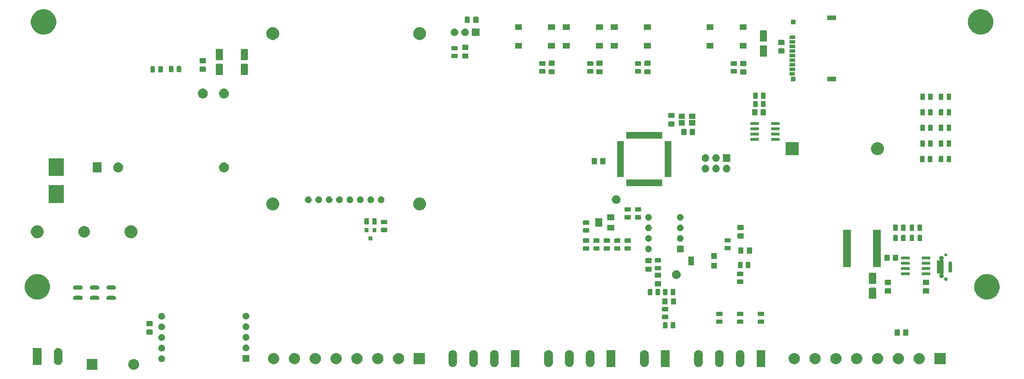
<source format=gbr>
G04 #@! TF.GenerationSoftware,KiCad,Pcbnew,(5.1.2)-2*
G04 #@! TF.CreationDate,2019-08-19T13:28:15+03:00*
G04 #@! TF.ProjectId,Main board,4d61696e-2062-46f6-9172-642e6b696361,rev?*
G04 #@! TF.SameCoordinates,Original*
G04 #@! TF.FileFunction,Soldermask,Top*
G04 #@! TF.FilePolarity,Negative*
%FSLAX46Y46*%
G04 Gerber Fmt 4.6, Leading zero omitted, Abs format (unit mm)*
G04 Created by KiCad (PCBNEW (5.1.2)-2) date 2019-08-19 13:28:15*
%MOMM*%
%LPD*%
G04 APERTURE LIST*
%ADD10C,0.100000*%
G04 APERTURE END LIST*
D10*
G36*
X60779487Y-115148996D02*
G01*
X61016253Y-115247068D01*
X61016255Y-115247069D01*
X61229339Y-115389447D01*
X61410553Y-115570661D01*
X61552932Y-115783747D01*
X61651004Y-116020513D01*
X61701000Y-116271861D01*
X61701000Y-116528139D01*
X61651004Y-116779487D01*
X61577720Y-116956410D01*
X61552931Y-117016255D01*
X61410553Y-117229339D01*
X61229339Y-117410553D01*
X61016255Y-117552931D01*
X61016254Y-117552932D01*
X61016253Y-117552932D01*
X60779487Y-117651004D01*
X60528139Y-117701000D01*
X60271861Y-117701000D01*
X60020513Y-117651004D01*
X59783747Y-117552932D01*
X59783746Y-117552932D01*
X59783745Y-117552931D01*
X59570661Y-117410553D01*
X59389447Y-117229339D01*
X59247069Y-117016255D01*
X59222280Y-116956410D01*
X59148996Y-116779487D01*
X59099000Y-116528139D01*
X59099000Y-116271861D01*
X59148996Y-116020513D01*
X59247068Y-115783747D01*
X59389447Y-115570661D01*
X59570661Y-115389447D01*
X59783745Y-115247069D01*
X59783747Y-115247068D01*
X60020513Y-115148996D01*
X60271861Y-115099000D01*
X60528139Y-115099000D01*
X60779487Y-115148996D01*
X60779487Y-115148996D01*
G37*
G36*
X51701000Y-117701000D02*
G01*
X49099000Y-117701000D01*
X49099000Y-115099000D01*
X51701000Y-115099000D01*
X51701000Y-117701000D01*
X51701000Y-117701000D01*
G37*
G36*
X170204072Y-112984063D02*
G01*
X170400301Y-113043589D01*
X170400303Y-113043590D01*
X170581145Y-113140252D01*
X170739660Y-113270340D01*
X170869748Y-113428855D01*
X170966410Y-113609697D01*
X170966411Y-113609699D01*
X171025937Y-113805928D01*
X171041000Y-113958868D01*
X171041000Y-116041132D01*
X171025937Y-116194072D01*
X170975679Y-116359748D01*
X170966410Y-116390303D01*
X170869748Y-116571145D01*
X170739660Y-116729660D01*
X170622437Y-116825860D01*
X170581146Y-116859747D01*
X170400300Y-116956411D01*
X170204071Y-117015937D01*
X170000000Y-117036036D01*
X169795928Y-117015937D01*
X169599699Y-116956411D01*
X169599697Y-116956410D01*
X169418855Y-116859748D01*
X169260340Y-116729660D01*
X169164140Y-116612437D01*
X169130253Y-116571146D01*
X169033589Y-116390300D01*
X168974063Y-116194071D01*
X168961956Y-116071145D01*
X168959000Y-116041132D01*
X168959001Y-113958867D01*
X168974064Y-113805930D01*
X168974064Y-113805928D01*
X169033590Y-113609699D01*
X169033591Y-113609697D01*
X169130253Y-113428855D01*
X169260341Y-113270340D01*
X169418856Y-113140252D01*
X169599698Y-113043590D01*
X169599700Y-113043589D01*
X169795929Y-112984063D01*
X170000000Y-112963964D01*
X170204072Y-112984063D01*
X170204072Y-112984063D01*
G37*
G36*
X201204072Y-112984063D02*
G01*
X201400301Y-113043589D01*
X201400303Y-113043590D01*
X201581145Y-113140252D01*
X201739660Y-113270340D01*
X201869748Y-113428855D01*
X201966410Y-113609697D01*
X201966411Y-113609699D01*
X202025937Y-113805928D01*
X202041000Y-113958868D01*
X202041000Y-116041132D01*
X202025937Y-116194072D01*
X201975679Y-116359748D01*
X201966410Y-116390303D01*
X201869748Y-116571145D01*
X201739660Y-116729660D01*
X201622437Y-116825860D01*
X201581146Y-116859747D01*
X201400300Y-116956411D01*
X201204071Y-117015937D01*
X201000000Y-117036036D01*
X200795928Y-117015937D01*
X200599699Y-116956411D01*
X200599697Y-116956410D01*
X200418855Y-116859748D01*
X200260340Y-116729660D01*
X200164140Y-116612437D01*
X200130253Y-116571146D01*
X200033589Y-116390300D01*
X199974063Y-116194071D01*
X199961956Y-116071145D01*
X199959000Y-116041132D01*
X199959001Y-113958867D01*
X199974064Y-113805930D01*
X199974064Y-113805928D01*
X200033590Y-113609699D01*
X200033591Y-113609697D01*
X200130253Y-113428855D01*
X200260341Y-113270340D01*
X200418856Y-113140252D01*
X200599698Y-113043590D01*
X200599700Y-113043589D01*
X200795929Y-112984063D01*
X201000000Y-112963964D01*
X201204072Y-112984063D01*
X201204072Y-112984063D01*
G37*
G36*
X206204072Y-112984063D02*
G01*
X206400301Y-113043589D01*
X206400303Y-113043590D01*
X206581145Y-113140252D01*
X206739660Y-113270340D01*
X206869748Y-113428855D01*
X206966410Y-113609697D01*
X206966411Y-113609699D01*
X207025937Y-113805928D01*
X207041000Y-113958868D01*
X207041000Y-116041132D01*
X207025937Y-116194072D01*
X206975679Y-116359748D01*
X206966410Y-116390303D01*
X206869748Y-116571145D01*
X206739660Y-116729660D01*
X206622437Y-116825860D01*
X206581146Y-116859747D01*
X206400300Y-116956411D01*
X206204071Y-117015937D01*
X206000000Y-117036036D01*
X205795928Y-117015937D01*
X205599699Y-116956411D01*
X205599697Y-116956410D01*
X205418855Y-116859748D01*
X205260340Y-116729660D01*
X205164140Y-116612437D01*
X205130253Y-116571146D01*
X205033589Y-116390300D01*
X204974063Y-116194071D01*
X204961956Y-116071145D01*
X204959000Y-116041132D01*
X204959001Y-113958867D01*
X204974064Y-113805930D01*
X204974064Y-113805928D01*
X205033590Y-113609699D01*
X205033591Y-113609697D01*
X205130253Y-113428855D01*
X205260341Y-113270340D01*
X205418856Y-113140252D01*
X205599698Y-113043590D01*
X205599700Y-113043589D01*
X205795929Y-112984063D01*
X206000000Y-112963964D01*
X206204072Y-112984063D01*
X206204072Y-112984063D01*
G37*
G36*
X196204072Y-112984063D02*
G01*
X196400301Y-113043589D01*
X196400303Y-113043590D01*
X196581145Y-113140252D01*
X196739660Y-113270340D01*
X196869748Y-113428855D01*
X196966410Y-113609697D01*
X196966411Y-113609699D01*
X197025937Y-113805928D01*
X197041000Y-113958868D01*
X197041000Y-116041132D01*
X197025937Y-116194072D01*
X196975679Y-116359748D01*
X196966410Y-116390303D01*
X196869748Y-116571145D01*
X196739660Y-116729660D01*
X196622437Y-116825860D01*
X196581146Y-116859747D01*
X196400300Y-116956411D01*
X196204071Y-117015937D01*
X196000000Y-117036036D01*
X195795928Y-117015937D01*
X195599699Y-116956411D01*
X195599697Y-116956410D01*
X195418855Y-116859748D01*
X195260340Y-116729660D01*
X195164140Y-116612437D01*
X195130253Y-116571146D01*
X195033589Y-116390300D01*
X194974063Y-116194071D01*
X194961956Y-116071145D01*
X194959000Y-116041132D01*
X194959001Y-113958867D01*
X194974064Y-113805930D01*
X194974064Y-113805928D01*
X195033590Y-113609699D01*
X195033591Y-113609697D01*
X195130253Y-113428855D01*
X195260341Y-113270340D01*
X195418856Y-113140252D01*
X195599698Y-113043590D01*
X195599700Y-113043589D01*
X195795929Y-112984063D01*
X196000000Y-112963964D01*
X196204072Y-112984063D01*
X196204072Y-112984063D01*
G37*
G36*
X142204072Y-112984063D02*
G01*
X142400301Y-113043589D01*
X142400303Y-113043590D01*
X142581145Y-113140252D01*
X142739660Y-113270340D01*
X142869748Y-113428855D01*
X142966410Y-113609697D01*
X142966411Y-113609699D01*
X143025937Y-113805928D01*
X143041000Y-113958868D01*
X143041000Y-116041132D01*
X143025937Y-116194072D01*
X142975679Y-116359748D01*
X142966410Y-116390303D01*
X142869748Y-116571145D01*
X142739660Y-116729660D01*
X142622437Y-116825860D01*
X142581146Y-116859747D01*
X142400300Y-116956411D01*
X142204071Y-117015937D01*
X142000000Y-117036036D01*
X141795928Y-117015937D01*
X141599699Y-116956411D01*
X141599697Y-116956410D01*
X141418855Y-116859748D01*
X141260340Y-116729660D01*
X141164140Y-116612437D01*
X141130253Y-116571146D01*
X141033589Y-116390300D01*
X140974063Y-116194071D01*
X140961956Y-116071145D01*
X140959000Y-116041132D01*
X140959001Y-113958867D01*
X140974064Y-113805930D01*
X140974064Y-113805928D01*
X141033590Y-113609699D01*
X141033591Y-113609697D01*
X141130253Y-113428855D01*
X141260341Y-113270340D01*
X141418856Y-113140252D01*
X141599698Y-113043590D01*
X141599700Y-113043589D01*
X141795929Y-112984063D01*
X142000000Y-112963964D01*
X142204072Y-112984063D01*
X142204072Y-112984063D01*
G37*
G36*
X137204072Y-112984063D02*
G01*
X137400301Y-113043589D01*
X137400303Y-113043590D01*
X137581145Y-113140252D01*
X137739660Y-113270340D01*
X137869748Y-113428855D01*
X137966410Y-113609697D01*
X137966411Y-113609699D01*
X138025937Y-113805928D01*
X138041000Y-113958868D01*
X138041000Y-116041132D01*
X138025937Y-116194072D01*
X137975679Y-116359748D01*
X137966410Y-116390303D01*
X137869748Y-116571145D01*
X137739660Y-116729660D01*
X137622437Y-116825860D01*
X137581146Y-116859747D01*
X137400300Y-116956411D01*
X137204071Y-117015937D01*
X137000000Y-117036036D01*
X136795928Y-117015937D01*
X136599699Y-116956411D01*
X136599697Y-116956410D01*
X136418855Y-116859748D01*
X136260340Y-116729660D01*
X136164140Y-116612437D01*
X136130253Y-116571146D01*
X136033589Y-116390300D01*
X135974063Y-116194071D01*
X135961956Y-116071145D01*
X135959000Y-116041132D01*
X135959001Y-113958867D01*
X135974064Y-113805930D01*
X135974064Y-113805928D01*
X136033590Y-113609699D01*
X136033591Y-113609697D01*
X136130253Y-113428855D01*
X136260341Y-113270340D01*
X136418856Y-113140252D01*
X136599698Y-113043590D01*
X136599700Y-113043589D01*
X136795929Y-112984063D01*
X137000000Y-112963964D01*
X137204072Y-112984063D01*
X137204072Y-112984063D01*
G37*
G36*
X183204072Y-112984063D02*
G01*
X183400301Y-113043589D01*
X183400303Y-113043590D01*
X183581145Y-113140252D01*
X183739660Y-113270340D01*
X183869748Y-113428855D01*
X183966410Y-113609697D01*
X183966411Y-113609699D01*
X184025937Y-113805928D01*
X184041000Y-113958868D01*
X184041000Y-116041132D01*
X184025937Y-116194072D01*
X183975679Y-116359748D01*
X183966410Y-116390303D01*
X183869748Y-116571145D01*
X183739660Y-116729660D01*
X183622437Y-116825860D01*
X183581146Y-116859747D01*
X183400300Y-116956411D01*
X183204071Y-117015937D01*
X183000000Y-117036036D01*
X182795928Y-117015937D01*
X182599699Y-116956411D01*
X182599697Y-116956410D01*
X182418855Y-116859748D01*
X182260340Y-116729660D01*
X182164140Y-116612437D01*
X182130253Y-116571146D01*
X182033589Y-116390300D01*
X181974063Y-116194071D01*
X181961956Y-116071145D01*
X181959000Y-116041132D01*
X181959001Y-113958867D01*
X181974064Y-113805930D01*
X181974064Y-113805928D01*
X182033590Y-113609699D01*
X182033591Y-113609697D01*
X182130253Y-113428855D01*
X182260341Y-113270340D01*
X182418856Y-113140252D01*
X182599698Y-113043590D01*
X182599700Y-113043589D01*
X182795929Y-112984063D01*
X183000000Y-112963964D01*
X183204072Y-112984063D01*
X183204072Y-112984063D01*
G37*
G36*
X147204072Y-112984063D02*
G01*
X147400301Y-113043589D01*
X147400303Y-113043590D01*
X147581145Y-113140252D01*
X147739660Y-113270340D01*
X147869748Y-113428855D01*
X147966410Y-113609697D01*
X147966411Y-113609699D01*
X148025937Y-113805928D01*
X148041000Y-113958868D01*
X148041000Y-116041132D01*
X148025937Y-116194072D01*
X147975679Y-116359748D01*
X147966410Y-116390303D01*
X147869748Y-116571145D01*
X147739660Y-116729660D01*
X147622437Y-116825860D01*
X147581146Y-116859747D01*
X147400300Y-116956411D01*
X147204071Y-117015937D01*
X147000000Y-117036036D01*
X146795928Y-117015937D01*
X146599699Y-116956411D01*
X146599697Y-116956410D01*
X146418855Y-116859748D01*
X146260340Y-116729660D01*
X146164140Y-116612437D01*
X146130253Y-116571146D01*
X146033589Y-116390300D01*
X145974063Y-116194071D01*
X145961956Y-116071145D01*
X145959000Y-116041132D01*
X145959001Y-113958867D01*
X145974064Y-113805930D01*
X145974064Y-113805928D01*
X146033590Y-113609699D01*
X146033591Y-113609697D01*
X146130253Y-113428855D01*
X146260341Y-113270340D01*
X146418856Y-113140252D01*
X146599698Y-113043590D01*
X146599700Y-113043589D01*
X146795929Y-112984063D01*
X147000000Y-112963964D01*
X147204072Y-112984063D01*
X147204072Y-112984063D01*
G37*
G36*
X160204072Y-112984063D02*
G01*
X160400301Y-113043589D01*
X160400303Y-113043590D01*
X160581145Y-113140252D01*
X160739660Y-113270340D01*
X160869748Y-113428855D01*
X160966410Y-113609697D01*
X160966411Y-113609699D01*
X161025937Y-113805928D01*
X161041000Y-113958868D01*
X161041000Y-116041132D01*
X161025937Y-116194072D01*
X160975679Y-116359748D01*
X160966410Y-116390303D01*
X160869748Y-116571145D01*
X160739660Y-116729660D01*
X160622437Y-116825860D01*
X160581146Y-116859747D01*
X160400300Y-116956411D01*
X160204071Y-117015937D01*
X160000000Y-117036036D01*
X159795928Y-117015937D01*
X159599699Y-116956411D01*
X159599697Y-116956410D01*
X159418855Y-116859748D01*
X159260340Y-116729660D01*
X159164140Y-116612437D01*
X159130253Y-116571146D01*
X159033589Y-116390300D01*
X158974063Y-116194071D01*
X158961956Y-116071145D01*
X158959000Y-116041132D01*
X158959001Y-113958867D01*
X158974064Y-113805930D01*
X158974064Y-113805928D01*
X159033590Y-113609699D01*
X159033591Y-113609697D01*
X159130253Y-113428855D01*
X159260341Y-113270340D01*
X159418856Y-113140252D01*
X159599698Y-113043590D01*
X159599700Y-113043589D01*
X159795929Y-112984063D01*
X160000000Y-112963964D01*
X160204072Y-112984063D01*
X160204072Y-112984063D01*
G37*
G36*
X165204072Y-112984063D02*
G01*
X165400301Y-113043589D01*
X165400303Y-113043590D01*
X165581145Y-113140252D01*
X165739660Y-113270340D01*
X165869748Y-113428855D01*
X165966410Y-113609697D01*
X165966411Y-113609699D01*
X166025937Y-113805928D01*
X166041000Y-113958868D01*
X166041000Y-116041132D01*
X166025937Y-116194072D01*
X165975679Y-116359748D01*
X165966410Y-116390303D01*
X165869748Y-116571145D01*
X165739660Y-116729660D01*
X165622437Y-116825860D01*
X165581146Y-116859747D01*
X165400300Y-116956411D01*
X165204071Y-117015937D01*
X165000000Y-117036036D01*
X164795928Y-117015937D01*
X164599699Y-116956411D01*
X164599697Y-116956410D01*
X164418855Y-116859748D01*
X164260340Y-116729660D01*
X164164140Y-116612437D01*
X164130253Y-116571146D01*
X164033589Y-116390300D01*
X163974063Y-116194071D01*
X163961956Y-116071145D01*
X163959000Y-116041132D01*
X163959001Y-113958867D01*
X163974064Y-113805930D01*
X163974064Y-113805928D01*
X164033590Y-113609699D01*
X164033591Y-113609697D01*
X164130253Y-113428855D01*
X164260341Y-113270340D01*
X164418856Y-113140252D01*
X164599698Y-113043590D01*
X164599700Y-113043589D01*
X164795929Y-112984063D01*
X165000000Y-112963964D01*
X165204072Y-112984063D01*
X165204072Y-112984063D01*
G37*
G36*
X212041000Y-117031000D02*
G01*
X209959000Y-117031000D01*
X209959000Y-112969000D01*
X212041000Y-112969000D01*
X212041000Y-117031000D01*
X212041000Y-117031000D01*
G37*
G36*
X189041000Y-117031000D02*
G01*
X186959000Y-117031000D01*
X186959000Y-112969000D01*
X189041000Y-112969000D01*
X189041000Y-117031000D01*
X189041000Y-117031000D01*
G37*
G36*
X176041000Y-117031000D02*
G01*
X173959000Y-117031000D01*
X173959000Y-112969000D01*
X176041000Y-112969000D01*
X176041000Y-117031000D01*
X176041000Y-117031000D01*
G37*
G36*
X153041000Y-117031000D02*
G01*
X150959000Y-117031000D01*
X150959000Y-112969000D01*
X153041000Y-112969000D01*
X153041000Y-117031000D01*
X153041000Y-117031000D01*
G37*
G36*
X42454071Y-112484063D02*
G01*
X42650300Y-112543589D01*
X42831146Y-112640253D01*
X42872437Y-112674140D01*
X42989660Y-112770340D01*
X43119748Y-112928855D01*
X43181075Y-113043590D01*
X43216411Y-113109699D01*
X43275937Y-113305928D01*
X43275937Y-113305930D01*
X43291000Y-113458867D01*
X43291000Y-115541133D01*
X43290298Y-115548257D01*
X43275937Y-115694072D01*
X43225235Y-115861211D01*
X43216410Y-115890303D01*
X43119748Y-116071145D01*
X42989660Y-116229660D01*
X42831145Y-116359748D01*
X42650303Y-116456410D01*
X42650301Y-116456411D01*
X42454072Y-116515937D01*
X42250000Y-116536036D01*
X42045929Y-116515937D01*
X41849700Y-116456411D01*
X41849698Y-116456410D01*
X41668856Y-116359748D01*
X41510341Y-116229660D01*
X41380253Y-116071145D01*
X41283591Y-115890303D01*
X41274766Y-115861211D01*
X41224064Y-115694072D01*
X41209703Y-115548257D01*
X41209001Y-115541133D01*
X41209000Y-113458868D01*
X41224063Y-113305931D01*
X41224063Y-113305929D01*
X41283589Y-113109700D01*
X41380253Y-112928854D01*
X41414140Y-112887563D01*
X41510340Y-112770340D01*
X41668855Y-112640252D01*
X41849697Y-112543590D01*
X41849699Y-112543589D01*
X42045928Y-112484063D01*
X42250000Y-112463964D01*
X42454071Y-112484063D01*
X42454071Y-112484063D01*
G37*
G36*
X38291000Y-116531000D02*
G01*
X36209000Y-116531000D01*
X36209000Y-112469000D01*
X38291000Y-112469000D01*
X38291000Y-116531000D01*
X38291000Y-116531000D01*
G37*
G36*
X114394072Y-113700918D02*
G01*
X114639939Y-113802759D01*
X114751328Y-113877187D01*
X114861211Y-113950609D01*
X115049391Y-114138789D01*
X115197242Y-114360063D01*
X115299082Y-114605928D01*
X115351000Y-114866937D01*
X115351000Y-115133063D01*
X115328323Y-115247068D01*
X115299082Y-115394072D01*
X115197241Y-115639939D01*
X115161070Y-115694072D01*
X115082435Y-115811758D01*
X115049390Y-115861212D01*
X114861212Y-116049390D01*
X114639939Y-116197241D01*
X114639938Y-116197242D01*
X114639937Y-116197242D01*
X114394072Y-116299082D01*
X114133063Y-116351000D01*
X113866937Y-116351000D01*
X113605928Y-116299082D01*
X113360063Y-116197242D01*
X113360062Y-116197242D01*
X113360061Y-116197241D01*
X113138788Y-116049390D01*
X112950610Y-115861212D01*
X112917566Y-115811758D01*
X112838930Y-115694072D01*
X112802759Y-115639939D01*
X112700918Y-115394072D01*
X112671677Y-115247068D01*
X112649000Y-115133063D01*
X112649000Y-114866937D01*
X112700918Y-114605928D01*
X112802758Y-114360063D01*
X112950609Y-114138789D01*
X113138789Y-113950609D01*
X113248672Y-113877187D01*
X113360061Y-113802759D01*
X113605928Y-113700918D01*
X113866937Y-113649000D01*
X114133063Y-113649000D01*
X114394072Y-113700918D01*
X114394072Y-113700918D01*
G37*
G36*
X94394072Y-113700918D02*
G01*
X94639939Y-113802759D01*
X94751328Y-113877187D01*
X94861211Y-113950609D01*
X95049391Y-114138789D01*
X95197242Y-114360063D01*
X95299082Y-114605928D01*
X95351000Y-114866937D01*
X95351000Y-115133063D01*
X95328323Y-115247068D01*
X95299082Y-115394072D01*
X95197241Y-115639939D01*
X95161070Y-115694072D01*
X95082435Y-115811758D01*
X95049390Y-115861212D01*
X94861212Y-116049390D01*
X94639939Y-116197241D01*
X94639938Y-116197242D01*
X94639937Y-116197242D01*
X94394072Y-116299082D01*
X94133063Y-116351000D01*
X93866937Y-116351000D01*
X93605928Y-116299082D01*
X93360063Y-116197242D01*
X93360062Y-116197242D01*
X93360061Y-116197241D01*
X93138788Y-116049390D01*
X92950610Y-115861212D01*
X92917566Y-115811758D01*
X92838930Y-115694072D01*
X92802759Y-115639939D01*
X92700918Y-115394072D01*
X92671677Y-115247068D01*
X92649000Y-115133063D01*
X92649000Y-114866937D01*
X92700918Y-114605928D01*
X92802758Y-114360063D01*
X92950609Y-114138789D01*
X93138789Y-113950609D01*
X93248672Y-113877187D01*
X93360061Y-113802759D01*
X93605928Y-113700918D01*
X93866937Y-113649000D01*
X94133063Y-113649000D01*
X94394072Y-113700918D01*
X94394072Y-113700918D01*
G37*
G36*
X99394072Y-113700918D02*
G01*
X99639939Y-113802759D01*
X99751328Y-113877187D01*
X99861211Y-113950609D01*
X100049391Y-114138789D01*
X100197242Y-114360063D01*
X100299082Y-114605928D01*
X100351000Y-114866937D01*
X100351000Y-115133063D01*
X100328323Y-115247068D01*
X100299082Y-115394072D01*
X100197241Y-115639939D01*
X100161070Y-115694072D01*
X100082435Y-115811758D01*
X100049390Y-115861212D01*
X99861212Y-116049390D01*
X99639939Y-116197241D01*
X99639938Y-116197242D01*
X99639937Y-116197242D01*
X99394072Y-116299082D01*
X99133063Y-116351000D01*
X98866937Y-116351000D01*
X98605928Y-116299082D01*
X98360063Y-116197242D01*
X98360062Y-116197242D01*
X98360061Y-116197241D01*
X98138788Y-116049390D01*
X97950610Y-115861212D01*
X97917566Y-115811758D01*
X97838930Y-115694072D01*
X97802759Y-115639939D01*
X97700918Y-115394072D01*
X97671677Y-115247068D01*
X97649000Y-115133063D01*
X97649000Y-114866937D01*
X97700918Y-114605928D01*
X97802758Y-114360063D01*
X97950609Y-114138789D01*
X98138789Y-113950609D01*
X98248672Y-113877187D01*
X98360061Y-113802759D01*
X98605928Y-113700918D01*
X98866937Y-113649000D01*
X99133063Y-113649000D01*
X99394072Y-113700918D01*
X99394072Y-113700918D01*
G37*
G36*
X104394072Y-113700918D02*
G01*
X104639939Y-113802759D01*
X104751328Y-113877187D01*
X104861211Y-113950609D01*
X105049391Y-114138789D01*
X105197242Y-114360063D01*
X105299082Y-114605928D01*
X105351000Y-114866937D01*
X105351000Y-115133063D01*
X105328323Y-115247068D01*
X105299082Y-115394072D01*
X105197241Y-115639939D01*
X105161070Y-115694072D01*
X105082435Y-115811758D01*
X105049390Y-115861212D01*
X104861212Y-116049390D01*
X104639939Y-116197241D01*
X104639938Y-116197242D01*
X104639937Y-116197242D01*
X104394072Y-116299082D01*
X104133063Y-116351000D01*
X103866937Y-116351000D01*
X103605928Y-116299082D01*
X103360063Y-116197242D01*
X103360062Y-116197242D01*
X103360061Y-116197241D01*
X103138788Y-116049390D01*
X102950610Y-115861212D01*
X102917566Y-115811758D01*
X102838930Y-115694072D01*
X102802759Y-115639939D01*
X102700918Y-115394072D01*
X102671677Y-115247068D01*
X102649000Y-115133063D01*
X102649000Y-114866937D01*
X102700918Y-114605928D01*
X102802758Y-114360063D01*
X102950609Y-114138789D01*
X103138789Y-113950609D01*
X103248672Y-113877187D01*
X103360061Y-113802759D01*
X103605928Y-113700918D01*
X103866937Y-113649000D01*
X104133063Y-113649000D01*
X104394072Y-113700918D01*
X104394072Y-113700918D01*
G37*
G36*
X109394072Y-113700918D02*
G01*
X109639939Y-113802759D01*
X109751328Y-113877187D01*
X109861211Y-113950609D01*
X110049391Y-114138789D01*
X110197242Y-114360063D01*
X110299082Y-114605928D01*
X110351000Y-114866937D01*
X110351000Y-115133063D01*
X110328323Y-115247068D01*
X110299082Y-115394072D01*
X110197241Y-115639939D01*
X110161070Y-115694072D01*
X110082435Y-115811758D01*
X110049390Y-115861212D01*
X109861212Y-116049390D01*
X109639939Y-116197241D01*
X109639938Y-116197242D01*
X109639937Y-116197242D01*
X109394072Y-116299082D01*
X109133063Y-116351000D01*
X108866937Y-116351000D01*
X108605928Y-116299082D01*
X108360063Y-116197242D01*
X108360062Y-116197242D01*
X108360061Y-116197241D01*
X108138788Y-116049390D01*
X107950610Y-115861212D01*
X107917566Y-115811758D01*
X107838930Y-115694072D01*
X107802759Y-115639939D01*
X107700918Y-115394072D01*
X107671677Y-115247068D01*
X107649000Y-115133063D01*
X107649000Y-114866937D01*
X107700918Y-114605928D01*
X107802758Y-114360063D01*
X107950609Y-114138789D01*
X108138789Y-113950609D01*
X108248672Y-113877187D01*
X108360061Y-113802759D01*
X108605928Y-113700918D01*
X108866937Y-113649000D01*
X109133063Y-113649000D01*
X109394072Y-113700918D01*
X109394072Y-113700918D01*
G37*
G36*
X124394072Y-113700918D02*
G01*
X124639939Y-113802759D01*
X124751328Y-113877187D01*
X124861211Y-113950609D01*
X125049391Y-114138789D01*
X125197242Y-114360063D01*
X125299082Y-114605928D01*
X125351000Y-114866937D01*
X125351000Y-115133063D01*
X125328323Y-115247068D01*
X125299082Y-115394072D01*
X125197241Y-115639939D01*
X125161070Y-115694072D01*
X125082435Y-115811758D01*
X125049390Y-115861212D01*
X124861212Y-116049390D01*
X124639939Y-116197241D01*
X124639938Y-116197242D01*
X124639937Y-116197242D01*
X124394072Y-116299082D01*
X124133063Y-116351000D01*
X123866937Y-116351000D01*
X123605928Y-116299082D01*
X123360063Y-116197242D01*
X123360062Y-116197242D01*
X123360061Y-116197241D01*
X123138788Y-116049390D01*
X122950610Y-115861212D01*
X122917566Y-115811758D01*
X122838930Y-115694072D01*
X122802759Y-115639939D01*
X122700918Y-115394072D01*
X122671677Y-115247068D01*
X122649000Y-115133063D01*
X122649000Y-114866937D01*
X122700918Y-114605928D01*
X122802758Y-114360063D01*
X122950609Y-114138789D01*
X123138789Y-113950609D01*
X123248672Y-113877187D01*
X123360061Y-113802759D01*
X123605928Y-113700918D01*
X123866937Y-113649000D01*
X124133063Y-113649000D01*
X124394072Y-113700918D01*
X124394072Y-113700918D01*
G37*
G36*
X119394072Y-113700918D02*
G01*
X119639939Y-113802759D01*
X119751328Y-113877187D01*
X119861211Y-113950609D01*
X120049391Y-114138789D01*
X120197242Y-114360063D01*
X120299082Y-114605928D01*
X120351000Y-114866937D01*
X120351000Y-115133063D01*
X120328323Y-115247068D01*
X120299082Y-115394072D01*
X120197241Y-115639939D01*
X120161070Y-115694072D01*
X120082435Y-115811758D01*
X120049390Y-115861212D01*
X119861212Y-116049390D01*
X119639939Y-116197241D01*
X119639938Y-116197242D01*
X119639937Y-116197242D01*
X119394072Y-116299082D01*
X119133063Y-116351000D01*
X118866937Y-116351000D01*
X118605928Y-116299082D01*
X118360063Y-116197242D01*
X118360062Y-116197242D01*
X118360061Y-116197241D01*
X118138788Y-116049390D01*
X117950610Y-115861212D01*
X117917566Y-115811758D01*
X117838930Y-115694072D01*
X117802759Y-115639939D01*
X117700918Y-115394072D01*
X117671677Y-115247068D01*
X117649000Y-115133063D01*
X117649000Y-114866937D01*
X117700918Y-114605928D01*
X117802758Y-114360063D01*
X117950609Y-114138789D01*
X118138789Y-113950609D01*
X118248672Y-113877187D01*
X118360061Y-113802759D01*
X118605928Y-113700918D01*
X118866937Y-113649000D01*
X119133063Y-113649000D01*
X119394072Y-113700918D01*
X119394072Y-113700918D01*
G37*
G36*
X219394072Y-113700918D02*
G01*
X219639939Y-113802759D01*
X219751328Y-113877187D01*
X219861211Y-113950609D01*
X220049391Y-114138789D01*
X220197242Y-114360063D01*
X220299082Y-114605928D01*
X220351000Y-114866937D01*
X220351000Y-115133063D01*
X220328323Y-115247068D01*
X220299082Y-115394072D01*
X220197241Y-115639939D01*
X220161070Y-115694072D01*
X220082435Y-115811758D01*
X220049390Y-115861212D01*
X219861212Y-116049390D01*
X219639939Y-116197241D01*
X219639938Y-116197242D01*
X219639937Y-116197242D01*
X219394072Y-116299082D01*
X219133063Y-116351000D01*
X218866937Y-116351000D01*
X218605928Y-116299082D01*
X218360063Y-116197242D01*
X218360062Y-116197242D01*
X218360061Y-116197241D01*
X218138788Y-116049390D01*
X217950610Y-115861212D01*
X217917566Y-115811758D01*
X217838930Y-115694072D01*
X217802759Y-115639939D01*
X217700918Y-115394072D01*
X217671677Y-115247068D01*
X217649000Y-115133063D01*
X217649000Y-114866937D01*
X217700918Y-114605928D01*
X217802758Y-114360063D01*
X217950609Y-114138789D01*
X218138789Y-113950609D01*
X218248672Y-113877187D01*
X218360061Y-113802759D01*
X218605928Y-113700918D01*
X218866937Y-113649000D01*
X219133063Y-113649000D01*
X219394072Y-113700918D01*
X219394072Y-113700918D01*
G37*
G36*
X229394072Y-113700918D02*
G01*
X229639939Y-113802759D01*
X229751328Y-113877187D01*
X229861211Y-113950609D01*
X230049391Y-114138789D01*
X230197242Y-114360063D01*
X230299082Y-114605928D01*
X230351000Y-114866937D01*
X230351000Y-115133063D01*
X230328323Y-115247068D01*
X230299082Y-115394072D01*
X230197241Y-115639939D01*
X230161070Y-115694072D01*
X230082435Y-115811758D01*
X230049390Y-115861212D01*
X229861212Y-116049390D01*
X229639939Y-116197241D01*
X229639938Y-116197242D01*
X229639937Y-116197242D01*
X229394072Y-116299082D01*
X229133063Y-116351000D01*
X228866937Y-116351000D01*
X228605928Y-116299082D01*
X228360063Y-116197242D01*
X228360062Y-116197242D01*
X228360061Y-116197241D01*
X228138788Y-116049390D01*
X227950610Y-115861212D01*
X227917566Y-115811758D01*
X227838930Y-115694072D01*
X227802759Y-115639939D01*
X227700918Y-115394072D01*
X227671677Y-115247068D01*
X227649000Y-115133063D01*
X227649000Y-114866937D01*
X227700918Y-114605928D01*
X227802758Y-114360063D01*
X227950609Y-114138789D01*
X228138789Y-113950609D01*
X228248672Y-113877187D01*
X228360061Y-113802759D01*
X228605928Y-113700918D01*
X228866937Y-113649000D01*
X229133063Y-113649000D01*
X229394072Y-113700918D01*
X229394072Y-113700918D01*
G37*
G36*
X234394072Y-113700918D02*
G01*
X234639939Y-113802759D01*
X234751328Y-113877187D01*
X234861211Y-113950609D01*
X235049391Y-114138789D01*
X235197242Y-114360063D01*
X235299082Y-114605928D01*
X235351000Y-114866937D01*
X235351000Y-115133063D01*
X235328323Y-115247068D01*
X235299082Y-115394072D01*
X235197241Y-115639939D01*
X235161070Y-115694072D01*
X235082435Y-115811758D01*
X235049390Y-115861212D01*
X234861212Y-116049390D01*
X234639939Y-116197241D01*
X234639938Y-116197242D01*
X234639937Y-116197242D01*
X234394072Y-116299082D01*
X234133063Y-116351000D01*
X233866937Y-116351000D01*
X233605928Y-116299082D01*
X233360063Y-116197242D01*
X233360062Y-116197242D01*
X233360061Y-116197241D01*
X233138788Y-116049390D01*
X232950610Y-115861212D01*
X232917566Y-115811758D01*
X232838930Y-115694072D01*
X232802759Y-115639939D01*
X232700918Y-115394072D01*
X232671677Y-115247068D01*
X232649000Y-115133063D01*
X232649000Y-114866937D01*
X232700918Y-114605928D01*
X232802758Y-114360063D01*
X232950609Y-114138789D01*
X233138789Y-113950609D01*
X233248672Y-113877187D01*
X233360061Y-113802759D01*
X233605928Y-113700918D01*
X233866937Y-113649000D01*
X234133063Y-113649000D01*
X234394072Y-113700918D01*
X234394072Y-113700918D01*
G37*
G36*
X239394072Y-113700918D02*
G01*
X239639939Y-113802759D01*
X239751328Y-113877187D01*
X239861211Y-113950609D01*
X240049391Y-114138789D01*
X240197242Y-114360063D01*
X240299082Y-114605928D01*
X240351000Y-114866937D01*
X240351000Y-115133063D01*
X240328323Y-115247068D01*
X240299082Y-115394072D01*
X240197241Y-115639939D01*
X240161070Y-115694072D01*
X240082435Y-115811758D01*
X240049390Y-115861212D01*
X239861212Y-116049390D01*
X239639939Y-116197241D01*
X239639938Y-116197242D01*
X239639937Y-116197242D01*
X239394072Y-116299082D01*
X239133063Y-116351000D01*
X238866937Y-116351000D01*
X238605928Y-116299082D01*
X238360063Y-116197242D01*
X238360062Y-116197242D01*
X238360061Y-116197241D01*
X238138788Y-116049390D01*
X237950610Y-115861212D01*
X237917566Y-115811758D01*
X237838930Y-115694072D01*
X237802759Y-115639939D01*
X237700918Y-115394072D01*
X237671677Y-115247068D01*
X237649000Y-115133063D01*
X237649000Y-114866937D01*
X237700918Y-114605928D01*
X237802758Y-114360063D01*
X237950609Y-114138789D01*
X238138789Y-113950609D01*
X238248672Y-113877187D01*
X238360061Y-113802759D01*
X238605928Y-113700918D01*
X238866937Y-113649000D01*
X239133063Y-113649000D01*
X239394072Y-113700918D01*
X239394072Y-113700918D01*
G37*
G36*
X244394072Y-113700918D02*
G01*
X244639939Y-113802759D01*
X244751328Y-113877187D01*
X244861211Y-113950609D01*
X245049391Y-114138789D01*
X245197242Y-114360063D01*
X245299082Y-114605928D01*
X245351000Y-114866937D01*
X245351000Y-115133063D01*
X245328323Y-115247068D01*
X245299082Y-115394072D01*
X245197241Y-115639939D01*
X245161070Y-115694072D01*
X245082435Y-115811758D01*
X245049390Y-115861212D01*
X244861212Y-116049390D01*
X244639939Y-116197241D01*
X244639938Y-116197242D01*
X244639937Y-116197242D01*
X244394072Y-116299082D01*
X244133063Y-116351000D01*
X243866937Y-116351000D01*
X243605928Y-116299082D01*
X243360063Y-116197242D01*
X243360062Y-116197242D01*
X243360061Y-116197241D01*
X243138788Y-116049390D01*
X242950610Y-115861212D01*
X242917566Y-115811758D01*
X242838930Y-115694072D01*
X242802759Y-115639939D01*
X242700918Y-115394072D01*
X242671677Y-115247068D01*
X242649000Y-115133063D01*
X242649000Y-114866937D01*
X242700918Y-114605928D01*
X242802758Y-114360063D01*
X242950609Y-114138789D01*
X243138789Y-113950609D01*
X243248672Y-113877187D01*
X243360061Y-113802759D01*
X243605928Y-113700918D01*
X243866937Y-113649000D01*
X244133063Y-113649000D01*
X244394072Y-113700918D01*
X244394072Y-113700918D01*
G37*
G36*
X249394072Y-113700918D02*
G01*
X249639939Y-113802759D01*
X249751328Y-113877187D01*
X249861211Y-113950609D01*
X250049391Y-114138789D01*
X250197242Y-114360063D01*
X250299082Y-114605928D01*
X250351000Y-114866937D01*
X250351000Y-115133063D01*
X250328323Y-115247068D01*
X250299082Y-115394072D01*
X250197241Y-115639939D01*
X250161070Y-115694072D01*
X250082435Y-115811758D01*
X250049390Y-115861212D01*
X249861212Y-116049390D01*
X249639939Y-116197241D01*
X249639938Y-116197242D01*
X249639937Y-116197242D01*
X249394072Y-116299082D01*
X249133063Y-116351000D01*
X248866937Y-116351000D01*
X248605928Y-116299082D01*
X248360063Y-116197242D01*
X248360062Y-116197242D01*
X248360061Y-116197241D01*
X248138788Y-116049390D01*
X247950610Y-115861212D01*
X247917566Y-115811758D01*
X247838930Y-115694072D01*
X247802759Y-115639939D01*
X247700918Y-115394072D01*
X247671677Y-115247068D01*
X247649000Y-115133063D01*
X247649000Y-114866937D01*
X247700918Y-114605928D01*
X247802758Y-114360063D01*
X247950609Y-114138789D01*
X248138789Y-113950609D01*
X248248672Y-113877187D01*
X248360061Y-113802759D01*
X248605928Y-113700918D01*
X248866937Y-113649000D01*
X249133063Y-113649000D01*
X249394072Y-113700918D01*
X249394072Y-113700918D01*
G37*
G36*
X255351000Y-116351000D02*
G01*
X252649000Y-116351000D01*
X252649000Y-113649000D01*
X255351000Y-113649000D01*
X255351000Y-116351000D01*
X255351000Y-116351000D01*
G37*
G36*
X130351000Y-116351000D02*
G01*
X127649000Y-116351000D01*
X127649000Y-113649000D01*
X130351000Y-113649000D01*
X130351000Y-116351000D01*
X130351000Y-116351000D01*
G37*
G36*
X224394072Y-113700918D02*
G01*
X224639939Y-113802759D01*
X224751328Y-113877187D01*
X224861211Y-113950609D01*
X225049391Y-114138789D01*
X225197242Y-114360063D01*
X225299082Y-114605928D01*
X225351000Y-114866937D01*
X225351000Y-115133063D01*
X225328323Y-115247068D01*
X225299082Y-115394072D01*
X225197241Y-115639939D01*
X225161070Y-115694072D01*
X225082435Y-115811758D01*
X225049390Y-115861212D01*
X224861212Y-116049390D01*
X224639939Y-116197241D01*
X224639938Y-116197242D01*
X224639937Y-116197242D01*
X224394072Y-116299082D01*
X224133063Y-116351000D01*
X223866937Y-116351000D01*
X223605928Y-116299082D01*
X223360063Y-116197242D01*
X223360062Y-116197242D01*
X223360061Y-116197241D01*
X223138788Y-116049390D01*
X222950610Y-115861212D01*
X222917566Y-115811758D01*
X222838930Y-115694072D01*
X222802759Y-115639939D01*
X222700918Y-115394072D01*
X222671677Y-115247068D01*
X222649000Y-115133063D01*
X222649000Y-114866937D01*
X222700918Y-114605928D01*
X222802758Y-114360063D01*
X222950609Y-114138789D01*
X223138789Y-113950609D01*
X223248672Y-113877187D01*
X223360061Y-113802759D01*
X223605928Y-113700918D01*
X223866937Y-113649000D01*
X224133063Y-113649000D01*
X224394072Y-113700918D01*
X224394072Y-113700918D01*
G37*
G36*
X67337142Y-114248242D02*
G01*
X67485101Y-114309529D01*
X67618255Y-114398499D01*
X67731501Y-114511745D01*
X67820471Y-114644899D01*
X67881758Y-114792858D01*
X67913000Y-114949925D01*
X67913000Y-115110075D01*
X67881758Y-115267142D01*
X67820471Y-115415101D01*
X67731501Y-115548255D01*
X67618255Y-115661501D01*
X67485101Y-115750471D01*
X67337142Y-115811758D01*
X67180075Y-115843000D01*
X67019925Y-115843000D01*
X66862858Y-115811758D01*
X66714899Y-115750471D01*
X66581745Y-115661501D01*
X66468499Y-115548255D01*
X66379529Y-115415101D01*
X66318242Y-115267142D01*
X66287000Y-115110075D01*
X66287000Y-114949925D01*
X66318242Y-114792858D01*
X66379529Y-114644899D01*
X66468499Y-114511745D01*
X66581745Y-114398499D01*
X66714899Y-114309529D01*
X66862858Y-114248242D01*
X67019925Y-114217000D01*
X67180075Y-114217000D01*
X67337142Y-114248242D01*
X67337142Y-114248242D01*
G37*
G36*
X88173000Y-115803000D02*
G01*
X86547000Y-115803000D01*
X86547000Y-114177000D01*
X88173000Y-114177000D01*
X88173000Y-115803000D01*
X88173000Y-115803000D01*
G37*
G36*
X67337142Y-111698242D02*
G01*
X67485101Y-111759529D01*
X67618255Y-111848499D01*
X67731501Y-111961745D01*
X67820471Y-112094899D01*
X67881758Y-112242858D01*
X67913000Y-112399925D01*
X67913000Y-112560075D01*
X67881758Y-112717142D01*
X67820471Y-112865101D01*
X67731501Y-112998255D01*
X67618255Y-113111501D01*
X67485101Y-113200471D01*
X67337142Y-113261758D01*
X67180075Y-113293000D01*
X67019925Y-113293000D01*
X66862858Y-113261758D01*
X66714899Y-113200471D01*
X66581745Y-113111501D01*
X66468499Y-112998255D01*
X66379529Y-112865101D01*
X66318242Y-112717142D01*
X66287000Y-112560075D01*
X66287000Y-112399925D01*
X66318242Y-112242858D01*
X66379529Y-112094899D01*
X66468499Y-111961745D01*
X66581745Y-111848499D01*
X66714899Y-111759529D01*
X66862858Y-111698242D01*
X67019925Y-111667000D01*
X67180075Y-111667000D01*
X67337142Y-111698242D01*
X67337142Y-111698242D01*
G37*
G36*
X87597142Y-111658242D02*
G01*
X87745101Y-111719529D01*
X87878255Y-111808499D01*
X87991501Y-111921745D01*
X88080471Y-112054899D01*
X88141758Y-112202858D01*
X88173000Y-112359925D01*
X88173000Y-112520075D01*
X88141758Y-112677142D01*
X88080471Y-112825101D01*
X87991501Y-112958255D01*
X87878255Y-113071501D01*
X87745101Y-113160471D01*
X87597142Y-113221758D01*
X87440075Y-113253000D01*
X87279925Y-113253000D01*
X87122858Y-113221758D01*
X86974899Y-113160471D01*
X86841745Y-113071501D01*
X86728499Y-112958255D01*
X86639529Y-112825101D01*
X86578242Y-112677142D01*
X86547000Y-112520075D01*
X86547000Y-112359925D01*
X86578242Y-112202858D01*
X86639529Y-112054899D01*
X86728499Y-111921745D01*
X86841745Y-111808499D01*
X86974899Y-111719529D01*
X87122858Y-111658242D01*
X87279925Y-111627000D01*
X87440075Y-111627000D01*
X87597142Y-111658242D01*
X87597142Y-111658242D01*
G37*
G36*
X67337142Y-109148242D02*
G01*
X67485101Y-109209529D01*
X67618255Y-109298499D01*
X67731501Y-109411745D01*
X67820471Y-109544899D01*
X67881758Y-109692858D01*
X67913000Y-109849925D01*
X67913000Y-110010075D01*
X67881758Y-110167142D01*
X67820471Y-110315101D01*
X67731501Y-110448255D01*
X67618255Y-110561501D01*
X67485101Y-110650471D01*
X67337142Y-110711758D01*
X67180075Y-110743000D01*
X67019925Y-110743000D01*
X66862858Y-110711758D01*
X66714899Y-110650471D01*
X66581745Y-110561501D01*
X66468499Y-110448255D01*
X66379529Y-110315101D01*
X66318242Y-110167142D01*
X66287000Y-110010075D01*
X66287000Y-109849925D01*
X66318242Y-109692858D01*
X66379529Y-109544899D01*
X66468499Y-109411745D01*
X66581745Y-109298499D01*
X66714899Y-109209529D01*
X66862858Y-109148242D01*
X67019925Y-109117000D01*
X67180075Y-109117000D01*
X67337142Y-109148242D01*
X67337142Y-109148242D01*
G37*
G36*
X87597142Y-109108242D02*
G01*
X87745101Y-109169529D01*
X87878255Y-109258499D01*
X87991501Y-109371745D01*
X88080471Y-109504899D01*
X88141758Y-109652858D01*
X88173000Y-109809925D01*
X88173000Y-109970075D01*
X88141758Y-110127142D01*
X88080471Y-110275101D01*
X87991501Y-110408255D01*
X87878255Y-110521501D01*
X87745101Y-110610471D01*
X87597142Y-110671758D01*
X87440075Y-110703000D01*
X87279925Y-110703000D01*
X87122858Y-110671758D01*
X86974899Y-110610471D01*
X86841745Y-110521501D01*
X86728499Y-110408255D01*
X86639529Y-110275101D01*
X86578242Y-110127142D01*
X86547000Y-109970075D01*
X86547000Y-109809925D01*
X86578242Y-109652858D01*
X86639529Y-109504899D01*
X86728499Y-109371745D01*
X86841745Y-109258499D01*
X86974899Y-109169529D01*
X87122858Y-109108242D01*
X87279925Y-109077000D01*
X87440075Y-109077000D01*
X87597142Y-109108242D01*
X87597142Y-109108242D01*
G37*
G36*
X244188674Y-108003465D02*
G01*
X244226367Y-108014899D01*
X244261103Y-108033466D01*
X244291548Y-108058452D01*
X244316534Y-108088897D01*
X244335101Y-108123633D01*
X244346535Y-108161326D01*
X244351000Y-108206661D01*
X244351000Y-109293339D01*
X244346535Y-109338674D01*
X244335101Y-109376367D01*
X244316534Y-109411103D01*
X244291548Y-109441548D01*
X244261103Y-109466534D01*
X244226367Y-109485101D01*
X244188674Y-109496535D01*
X244143339Y-109501000D01*
X243306661Y-109501000D01*
X243261326Y-109496535D01*
X243223633Y-109485101D01*
X243188897Y-109466534D01*
X243158452Y-109441548D01*
X243133466Y-109411103D01*
X243114899Y-109376367D01*
X243103465Y-109338674D01*
X243099000Y-109293339D01*
X243099000Y-108206661D01*
X243103465Y-108161326D01*
X243114899Y-108123633D01*
X243133466Y-108088897D01*
X243158452Y-108058452D01*
X243188897Y-108033466D01*
X243223633Y-108014899D01*
X243261326Y-108003465D01*
X243306661Y-107999000D01*
X244143339Y-107999000D01*
X244188674Y-108003465D01*
X244188674Y-108003465D01*
G37*
G36*
X246238674Y-108003465D02*
G01*
X246276367Y-108014899D01*
X246311103Y-108033466D01*
X246341548Y-108058452D01*
X246366534Y-108088897D01*
X246385101Y-108123633D01*
X246396535Y-108161326D01*
X246401000Y-108206661D01*
X246401000Y-109293339D01*
X246396535Y-109338674D01*
X246385101Y-109376367D01*
X246366534Y-109411103D01*
X246341548Y-109441548D01*
X246311103Y-109466534D01*
X246276367Y-109485101D01*
X246238674Y-109496535D01*
X246193339Y-109501000D01*
X245356661Y-109501000D01*
X245311326Y-109496535D01*
X245273633Y-109485101D01*
X245238897Y-109466534D01*
X245208452Y-109441548D01*
X245183466Y-109411103D01*
X245164899Y-109376367D01*
X245153465Y-109338674D01*
X245149000Y-109293339D01*
X245149000Y-108206661D01*
X245153465Y-108161326D01*
X245164899Y-108123633D01*
X245183466Y-108088897D01*
X245208452Y-108058452D01*
X245238897Y-108033466D01*
X245273633Y-108014899D01*
X245311326Y-108003465D01*
X245356661Y-107999000D01*
X246193339Y-107999000D01*
X246238674Y-108003465D01*
X246238674Y-108003465D01*
G37*
G36*
X64788674Y-108028465D02*
G01*
X64826367Y-108039899D01*
X64861103Y-108058466D01*
X64891548Y-108083452D01*
X64916534Y-108113897D01*
X64935101Y-108148633D01*
X64946535Y-108186326D01*
X64951000Y-108231661D01*
X64951000Y-109068339D01*
X64946535Y-109113674D01*
X64935101Y-109151367D01*
X64916534Y-109186103D01*
X64891548Y-109216548D01*
X64861103Y-109241534D01*
X64826367Y-109260101D01*
X64788674Y-109271535D01*
X64743339Y-109276000D01*
X63656661Y-109276000D01*
X63611326Y-109271535D01*
X63573633Y-109260101D01*
X63538897Y-109241534D01*
X63508452Y-109216548D01*
X63483466Y-109186103D01*
X63464899Y-109151367D01*
X63453465Y-109113674D01*
X63449000Y-109068339D01*
X63449000Y-108231661D01*
X63453465Y-108186326D01*
X63464899Y-108148633D01*
X63483466Y-108113897D01*
X63508452Y-108083452D01*
X63538897Y-108058466D01*
X63573633Y-108039899D01*
X63611326Y-108028465D01*
X63656661Y-108024000D01*
X64743339Y-108024000D01*
X64788674Y-108028465D01*
X64788674Y-108028465D01*
G37*
G36*
X67337142Y-106598242D02*
G01*
X67485101Y-106659529D01*
X67618255Y-106748499D01*
X67731501Y-106861745D01*
X67820471Y-106994899D01*
X67881758Y-107142858D01*
X67913000Y-107299925D01*
X67913000Y-107460075D01*
X67881758Y-107617142D01*
X67820471Y-107765101D01*
X67731501Y-107898255D01*
X67618255Y-108011501D01*
X67485101Y-108100471D01*
X67337142Y-108161758D01*
X67180075Y-108193000D01*
X67019925Y-108193000D01*
X66862858Y-108161758D01*
X66714899Y-108100471D01*
X66581745Y-108011501D01*
X66468499Y-107898255D01*
X66379529Y-107765101D01*
X66318242Y-107617142D01*
X66287000Y-107460075D01*
X66287000Y-107299925D01*
X66318242Y-107142858D01*
X66379529Y-106994899D01*
X66468499Y-106861745D01*
X66581745Y-106748499D01*
X66714899Y-106659529D01*
X66862858Y-106598242D01*
X67019925Y-106567000D01*
X67180075Y-106567000D01*
X67337142Y-106598242D01*
X67337142Y-106598242D01*
G37*
G36*
X87597142Y-106558242D02*
G01*
X87745101Y-106619529D01*
X87878255Y-106708499D01*
X87991501Y-106821745D01*
X88080471Y-106954899D01*
X88141758Y-107102858D01*
X88173000Y-107259925D01*
X88173000Y-107420075D01*
X88141758Y-107577142D01*
X88080471Y-107725101D01*
X87991501Y-107858255D01*
X87878255Y-107971501D01*
X87745101Y-108060471D01*
X87597142Y-108121758D01*
X87440075Y-108153000D01*
X87279925Y-108153000D01*
X87122858Y-108121758D01*
X86974899Y-108060471D01*
X86841745Y-107971501D01*
X86728499Y-107858255D01*
X86639529Y-107725101D01*
X86578242Y-107577142D01*
X86547000Y-107420075D01*
X86547000Y-107259925D01*
X86578242Y-107102858D01*
X86639529Y-106954899D01*
X86728499Y-106821745D01*
X86841745Y-106708499D01*
X86974899Y-106619529D01*
X87122858Y-106558242D01*
X87279925Y-106527000D01*
X87440075Y-106527000D01*
X87597142Y-106558242D01*
X87597142Y-106558242D01*
G37*
G36*
X190246968Y-106253565D02*
G01*
X190285638Y-106265296D01*
X190321277Y-106284346D01*
X190352517Y-106309983D01*
X190378154Y-106341223D01*
X190397204Y-106376862D01*
X190408935Y-106415532D01*
X190413500Y-106461888D01*
X190413500Y-107538112D01*
X190408935Y-107584468D01*
X190397204Y-107623138D01*
X190378154Y-107658777D01*
X190352517Y-107690017D01*
X190321277Y-107715654D01*
X190285638Y-107734704D01*
X190246968Y-107746435D01*
X190200612Y-107751000D01*
X189549388Y-107751000D01*
X189503032Y-107746435D01*
X189464362Y-107734704D01*
X189428723Y-107715654D01*
X189397483Y-107690017D01*
X189371846Y-107658777D01*
X189352796Y-107623138D01*
X189341065Y-107584468D01*
X189336500Y-107538112D01*
X189336500Y-106461888D01*
X189341065Y-106415532D01*
X189352796Y-106376862D01*
X189371846Y-106341223D01*
X189397483Y-106309983D01*
X189428723Y-106284346D01*
X189464362Y-106265296D01*
X189503032Y-106253565D01*
X189549388Y-106249000D01*
X190200612Y-106249000D01*
X190246968Y-106253565D01*
X190246968Y-106253565D01*
G37*
G36*
X188371968Y-106253565D02*
G01*
X188410638Y-106265296D01*
X188446277Y-106284346D01*
X188477517Y-106309983D01*
X188503154Y-106341223D01*
X188522204Y-106376862D01*
X188533935Y-106415532D01*
X188538500Y-106461888D01*
X188538500Y-107538112D01*
X188533935Y-107584468D01*
X188522204Y-107623138D01*
X188503154Y-107658777D01*
X188477517Y-107690017D01*
X188446277Y-107715654D01*
X188410638Y-107734704D01*
X188371968Y-107746435D01*
X188325612Y-107751000D01*
X187674388Y-107751000D01*
X187628032Y-107746435D01*
X187589362Y-107734704D01*
X187553723Y-107715654D01*
X187522483Y-107690017D01*
X187496846Y-107658777D01*
X187477796Y-107623138D01*
X187466065Y-107584468D01*
X187461500Y-107538112D01*
X187461500Y-106461888D01*
X187466065Y-106415532D01*
X187477796Y-106376862D01*
X187496846Y-106341223D01*
X187522483Y-106309983D01*
X187553723Y-106284346D01*
X187589362Y-106265296D01*
X187628032Y-106253565D01*
X187674388Y-106249000D01*
X188325612Y-106249000D01*
X188371968Y-106253565D01*
X188371968Y-106253565D01*
G37*
G36*
X64788674Y-105978465D02*
G01*
X64826367Y-105989899D01*
X64861103Y-106008466D01*
X64891548Y-106033452D01*
X64916534Y-106063897D01*
X64935101Y-106098633D01*
X64946535Y-106136326D01*
X64951000Y-106181661D01*
X64951000Y-107018339D01*
X64946535Y-107063674D01*
X64935101Y-107101367D01*
X64916534Y-107136103D01*
X64891548Y-107166548D01*
X64861103Y-107191534D01*
X64826367Y-107210101D01*
X64788674Y-107221535D01*
X64743339Y-107226000D01*
X63656661Y-107226000D01*
X63611326Y-107221535D01*
X63573633Y-107210101D01*
X63538897Y-107191534D01*
X63508452Y-107166548D01*
X63483466Y-107136103D01*
X63464899Y-107101367D01*
X63453465Y-107063674D01*
X63449000Y-107018339D01*
X63449000Y-106181661D01*
X63453465Y-106136326D01*
X63464899Y-106098633D01*
X63483466Y-106063897D01*
X63508452Y-106033452D01*
X63538897Y-106008466D01*
X63573633Y-105989899D01*
X63611326Y-105978465D01*
X63656661Y-105974000D01*
X64743339Y-105974000D01*
X64788674Y-105978465D01*
X64788674Y-105978465D01*
G37*
G36*
X211584468Y-105591065D02*
G01*
X211623138Y-105602796D01*
X211658777Y-105621846D01*
X211690017Y-105647483D01*
X211715654Y-105678723D01*
X211734704Y-105714362D01*
X211746435Y-105753032D01*
X211751000Y-105799388D01*
X211751000Y-106450612D01*
X211746435Y-106496968D01*
X211734704Y-106535638D01*
X211715654Y-106571277D01*
X211690017Y-106602517D01*
X211658777Y-106628154D01*
X211623138Y-106647204D01*
X211584468Y-106658935D01*
X211538112Y-106663500D01*
X210461888Y-106663500D01*
X210415532Y-106658935D01*
X210376862Y-106647204D01*
X210341223Y-106628154D01*
X210309983Y-106602517D01*
X210284346Y-106571277D01*
X210265296Y-106535638D01*
X210253565Y-106496968D01*
X210249000Y-106450612D01*
X210249000Y-105799388D01*
X210253565Y-105753032D01*
X210265296Y-105714362D01*
X210284346Y-105678723D01*
X210309983Y-105647483D01*
X210341223Y-105621846D01*
X210376862Y-105602796D01*
X210415532Y-105591065D01*
X210461888Y-105586500D01*
X211538112Y-105586500D01*
X211584468Y-105591065D01*
X211584468Y-105591065D01*
G37*
G36*
X206584468Y-105591065D02*
G01*
X206623138Y-105602796D01*
X206658777Y-105621846D01*
X206690017Y-105647483D01*
X206715654Y-105678723D01*
X206734704Y-105714362D01*
X206746435Y-105753032D01*
X206751000Y-105799388D01*
X206751000Y-106450612D01*
X206746435Y-106496968D01*
X206734704Y-106535638D01*
X206715654Y-106571277D01*
X206690017Y-106602517D01*
X206658777Y-106628154D01*
X206623138Y-106647204D01*
X206584468Y-106658935D01*
X206538112Y-106663500D01*
X205461888Y-106663500D01*
X205415532Y-106658935D01*
X205376862Y-106647204D01*
X205341223Y-106628154D01*
X205309983Y-106602517D01*
X205284346Y-106571277D01*
X205265296Y-106535638D01*
X205253565Y-106496968D01*
X205249000Y-106450612D01*
X205249000Y-105799388D01*
X205253565Y-105753032D01*
X205265296Y-105714362D01*
X205284346Y-105678723D01*
X205309983Y-105647483D01*
X205341223Y-105621846D01*
X205376862Y-105602796D01*
X205415532Y-105591065D01*
X205461888Y-105586500D01*
X206538112Y-105586500D01*
X206584468Y-105591065D01*
X206584468Y-105591065D01*
G37*
G36*
X201584468Y-105591065D02*
G01*
X201623138Y-105602796D01*
X201658777Y-105621846D01*
X201690017Y-105647483D01*
X201715654Y-105678723D01*
X201734704Y-105714362D01*
X201746435Y-105753032D01*
X201751000Y-105799388D01*
X201751000Y-106450612D01*
X201746435Y-106496968D01*
X201734704Y-106535638D01*
X201715654Y-106571277D01*
X201690017Y-106602517D01*
X201658777Y-106628154D01*
X201623138Y-106647204D01*
X201584468Y-106658935D01*
X201538112Y-106663500D01*
X200461888Y-106663500D01*
X200415532Y-106658935D01*
X200376862Y-106647204D01*
X200341223Y-106628154D01*
X200309983Y-106602517D01*
X200284346Y-106571277D01*
X200265296Y-106535638D01*
X200253565Y-106496968D01*
X200249000Y-106450612D01*
X200249000Y-105799388D01*
X200253565Y-105753032D01*
X200265296Y-105714362D01*
X200284346Y-105678723D01*
X200309983Y-105647483D01*
X200341223Y-105621846D01*
X200376862Y-105602796D01*
X200415532Y-105591065D01*
X200461888Y-105586500D01*
X201538112Y-105586500D01*
X201584468Y-105591065D01*
X201584468Y-105591065D01*
G37*
G36*
X67337142Y-104048242D02*
G01*
X67485101Y-104109529D01*
X67618255Y-104198499D01*
X67731501Y-104311745D01*
X67820471Y-104444899D01*
X67881758Y-104592858D01*
X67913000Y-104749925D01*
X67913000Y-104910075D01*
X67881758Y-105067142D01*
X67820471Y-105215101D01*
X67731501Y-105348255D01*
X67618255Y-105461501D01*
X67485101Y-105550471D01*
X67337142Y-105611758D01*
X67180075Y-105643000D01*
X67019925Y-105643000D01*
X66862858Y-105611758D01*
X66714899Y-105550471D01*
X66581745Y-105461501D01*
X66468499Y-105348255D01*
X66379529Y-105215101D01*
X66318242Y-105067142D01*
X66287000Y-104910075D01*
X66287000Y-104749925D01*
X66318242Y-104592858D01*
X66379529Y-104444899D01*
X66468499Y-104311745D01*
X66581745Y-104198499D01*
X66714899Y-104109529D01*
X66862858Y-104048242D01*
X67019925Y-104017000D01*
X67180075Y-104017000D01*
X67337142Y-104048242D01*
X67337142Y-104048242D01*
G37*
G36*
X87597142Y-104008242D02*
G01*
X87745101Y-104069529D01*
X87878255Y-104158499D01*
X87991501Y-104271745D01*
X88080471Y-104404899D01*
X88141758Y-104552858D01*
X88173000Y-104709925D01*
X88173000Y-104870075D01*
X88141758Y-105027142D01*
X88080471Y-105175101D01*
X87991501Y-105308255D01*
X87878255Y-105421501D01*
X87745101Y-105510471D01*
X87597142Y-105571758D01*
X87440075Y-105603000D01*
X87279925Y-105603000D01*
X87122858Y-105571758D01*
X86974899Y-105510471D01*
X86841745Y-105421501D01*
X86728499Y-105308255D01*
X86639529Y-105175101D01*
X86578242Y-105027142D01*
X86547000Y-104870075D01*
X86547000Y-104709925D01*
X86578242Y-104552858D01*
X86639529Y-104404899D01*
X86728499Y-104271745D01*
X86841745Y-104158499D01*
X86974899Y-104069529D01*
X87122858Y-104008242D01*
X87279925Y-103977000D01*
X87440075Y-103977000D01*
X87597142Y-104008242D01*
X87597142Y-104008242D01*
G37*
G36*
X188584468Y-104466065D02*
G01*
X188623138Y-104477796D01*
X188658777Y-104496846D01*
X188690017Y-104522483D01*
X188715654Y-104553723D01*
X188734704Y-104589362D01*
X188746435Y-104628032D01*
X188751000Y-104674388D01*
X188751000Y-105325612D01*
X188746435Y-105371968D01*
X188734704Y-105410638D01*
X188715654Y-105446277D01*
X188690017Y-105477517D01*
X188658777Y-105503154D01*
X188623138Y-105522204D01*
X188584468Y-105533935D01*
X188538112Y-105538500D01*
X187461888Y-105538500D01*
X187415532Y-105533935D01*
X187376862Y-105522204D01*
X187341223Y-105503154D01*
X187309983Y-105477517D01*
X187284346Y-105446277D01*
X187265296Y-105410638D01*
X187253565Y-105371968D01*
X187249000Y-105325612D01*
X187249000Y-104674388D01*
X187253565Y-104628032D01*
X187265296Y-104589362D01*
X187284346Y-104553723D01*
X187309983Y-104522483D01*
X187341223Y-104496846D01*
X187376862Y-104477796D01*
X187415532Y-104466065D01*
X187461888Y-104461500D01*
X188538112Y-104461500D01*
X188584468Y-104466065D01*
X188584468Y-104466065D01*
G37*
G36*
X201584468Y-103716065D02*
G01*
X201623138Y-103727796D01*
X201658777Y-103746846D01*
X201690017Y-103772483D01*
X201715654Y-103803723D01*
X201734704Y-103839362D01*
X201746435Y-103878032D01*
X201751000Y-103924388D01*
X201751000Y-104575612D01*
X201746435Y-104621968D01*
X201734704Y-104660638D01*
X201715654Y-104696277D01*
X201690017Y-104727517D01*
X201658777Y-104753154D01*
X201623138Y-104772204D01*
X201584468Y-104783935D01*
X201538112Y-104788500D01*
X200461888Y-104788500D01*
X200415532Y-104783935D01*
X200376862Y-104772204D01*
X200341223Y-104753154D01*
X200309983Y-104727517D01*
X200284346Y-104696277D01*
X200265296Y-104660638D01*
X200253565Y-104621968D01*
X200249000Y-104575612D01*
X200249000Y-103924388D01*
X200253565Y-103878032D01*
X200265296Y-103839362D01*
X200284346Y-103803723D01*
X200309983Y-103772483D01*
X200341223Y-103746846D01*
X200376862Y-103727796D01*
X200415532Y-103716065D01*
X200461888Y-103711500D01*
X201538112Y-103711500D01*
X201584468Y-103716065D01*
X201584468Y-103716065D01*
G37*
G36*
X206584468Y-103716065D02*
G01*
X206623138Y-103727796D01*
X206658777Y-103746846D01*
X206690017Y-103772483D01*
X206715654Y-103803723D01*
X206734704Y-103839362D01*
X206746435Y-103878032D01*
X206751000Y-103924388D01*
X206751000Y-104575612D01*
X206746435Y-104621968D01*
X206734704Y-104660638D01*
X206715654Y-104696277D01*
X206690017Y-104727517D01*
X206658777Y-104753154D01*
X206623138Y-104772204D01*
X206584468Y-104783935D01*
X206538112Y-104788500D01*
X205461888Y-104788500D01*
X205415532Y-104783935D01*
X205376862Y-104772204D01*
X205341223Y-104753154D01*
X205309983Y-104727517D01*
X205284346Y-104696277D01*
X205265296Y-104660638D01*
X205253565Y-104621968D01*
X205249000Y-104575612D01*
X205249000Y-103924388D01*
X205253565Y-103878032D01*
X205265296Y-103839362D01*
X205284346Y-103803723D01*
X205309983Y-103772483D01*
X205341223Y-103746846D01*
X205376862Y-103727796D01*
X205415532Y-103716065D01*
X205461888Y-103711500D01*
X206538112Y-103711500D01*
X206584468Y-103716065D01*
X206584468Y-103716065D01*
G37*
G36*
X211584468Y-103716065D02*
G01*
X211623138Y-103727796D01*
X211658777Y-103746846D01*
X211690017Y-103772483D01*
X211715654Y-103803723D01*
X211734704Y-103839362D01*
X211746435Y-103878032D01*
X211751000Y-103924388D01*
X211751000Y-104575612D01*
X211746435Y-104621968D01*
X211734704Y-104660638D01*
X211715654Y-104696277D01*
X211690017Y-104727517D01*
X211658777Y-104753154D01*
X211623138Y-104772204D01*
X211584468Y-104783935D01*
X211538112Y-104788500D01*
X210461888Y-104788500D01*
X210415532Y-104783935D01*
X210376862Y-104772204D01*
X210341223Y-104753154D01*
X210309983Y-104727517D01*
X210284346Y-104696277D01*
X210265296Y-104660638D01*
X210253565Y-104621968D01*
X210249000Y-104575612D01*
X210249000Y-103924388D01*
X210253565Y-103878032D01*
X210265296Y-103839362D01*
X210284346Y-103803723D01*
X210309983Y-103772483D01*
X210341223Y-103746846D01*
X210376862Y-103727796D01*
X210415532Y-103716065D01*
X210461888Y-103711500D01*
X211538112Y-103711500D01*
X211584468Y-103716065D01*
X211584468Y-103716065D01*
G37*
G36*
X188584468Y-102591065D02*
G01*
X188623138Y-102602796D01*
X188658777Y-102621846D01*
X188690017Y-102647483D01*
X188715654Y-102678723D01*
X188734704Y-102714362D01*
X188746435Y-102753032D01*
X188751000Y-102799388D01*
X188751000Y-103450612D01*
X188746435Y-103496968D01*
X188734704Y-103535638D01*
X188715654Y-103571277D01*
X188690017Y-103602517D01*
X188658777Y-103628154D01*
X188623138Y-103647204D01*
X188584468Y-103658935D01*
X188538112Y-103663500D01*
X187461888Y-103663500D01*
X187415532Y-103658935D01*
X187376862Y-103647204D01*
X187341223Y-103628154D01*
X187309983Y-103602517D01*
X187284346Y-103571277D01*
X187265296Y-103535638D01*
X187253565Y-103496968D01*
X187249000Y-103450612D01*
X187249000Y-102799388D01*
X187253565Y-102753032D01*
X187265296Y-102714362D01*
X187284346Y-102678723D01*
X187309983Y-102647483D01*
X187341223Y-102621846D01*
X187376862Y-102602796D01*
X187415532Y-102591065D01*
X187461888Y-102586500D01*
X188538112Y-102586500D01*
X188584468Y-102591065D01*
X188584468Y-102591065D01*
G37*
G36*
X190463674Y-100503465D02*
G01*
X190501367Y-100514899D01*
X190536103Y-100533466D01*
X190566548Y-100558452D01*
X190591534Y-100588897D01*
X190610101Y-100623633D01*
X190621535Y-100661326D01*
X190626000Y-100706661D01*
X190626000Y-101793339D01*
X190621535Y-101838674D01*
X190610101Y-101876367D01*
X190591534Y-101911103D01*
X190566548Y-101941548D01*
X190536103Y-101966534D01*
X190501367Y-101985101D01*
X190463674Y-101996535D01*
X190418339Y-102001000D01*
X189581661Y-102001000D01*
X189536326Y-101996535D01*
X189498633Y-101985101D01*
X189463897Y-101966534D01*
X189433452Y-101941548D01*
X189408466Y-101911103D01*
X189389899Y-101876367D01*
X189378465Y-101838674D01*
X189374000Y-101793339D01*
X189374000Y-100706661D01*
X189378465Y-100661326D01*
X189389899Y-100623633D01*
X189408466Y-100588897D01*
X189433452Y-100558452D01*
X189463897Y-100533466D01*
X189498633Y-100514899D01*
X189536326Y-100503465D01*
X189581661Y-100499000D01*
X190418339Y-100499000D01*
X190463674Y-100503465D01*
X190463674Y-100503465D01*
G37*
G36*
X188413674Y-100503465D02*
G01*
X188451367Y-100514899D01*
X188486103Y-100533466D01*
X188516548Y-100558452D01*
X188541534Y-100588897D01*
X188560101Y-100623633D01*
X188571535Y-100661326D01*
X188576000Y-100706661D01*
X188576000Y-101793339D01*
X188571535Y-101838674D01*
X188560101Y-101876367D01*
X188541534Y-101911103D01*
X188516548Y-101941548D01*
X188486103Y-101966534D01*
X188451367Y-101985101D01*
X188413674Y-101996535D01*
X188368339Y-102001000D01*
X187531661Y-102001000D01*
X187486326Y-101996535D01*
X187448633Y-101985101D01*
X187413897Y-101966534D01*
X187383452Y-101941548D01*
X187358466Y-101911103D01*
X187339899Y-101876367D01*
X187328465Y-101838674D01*
X187324000Y-101793339D01*
X187324000Y-100706661D01*
X187328465Y-100661326D01*
X187339899Y-100623633D01*
X187358466Y-100588897D01*
X187383452Y-100558452D01*
X187413897Y-100533466D01*
X187448633Y-100514899D01*
X187486326Y-100503465D01*
X187531661Y-100499000D01*
X188368339Y-100499000D01*
X188413674Y-100503465D01*
X188413674Y-100503465D01*
G37*
G36*
X47748213Y-99906249D02*
G01*
X47842652Y-99934897D01*
X47929687Y-99981418D01*
X48005975Y-100044025D01*
X48068582Y-100120313D01*
X48115103Y-100207348D01*
X48143751Y-100301787D01*
X48153424Y-100400000D01*
X48143751Y-100498213D01*
X48115103Y-100592652D01*
X48068582Y-100679687D01*
X48005975Y-100755975D01*
X47929687Y-100818582D01*
X47842652Y-100865103D01*
X47748213Y-100893751D01*
X47674612Y-100901000D01*
X46325388Y-100901000D01*
X46251787Y-100893751D01*
X46157348Y-100865103D01*
X46070313Y-100818582D01*
X45994025Y-100755975D01*
X45931418Y-100679687D01*
X45884897Y-100592652D01*
X45856249Y-100498213D01*
X45846576Y-100400000D01*
X45856249Y-100301787D01*
X45884897Y-100207348D01*
X45931418Y-100120313D01*
X45994025Y-100044025D01*
X46070313Y-99981418D01*
X46157348Y-99934897D01*
X46251787Y-99906249D01*
X46325388Y-99899000D01*
X47674612Y-99899000D01*
X47748213Y-99906249D01*
X47748213Y-99906249D01*
G37*
G36*
X51748213Y-99906249D02*
G01*
X51842652Y-99934897D01*
X51929687Y-99981418D01*
X52005975Y-100044025D01*
X52068582Y-100120313D01*
X52115103Y-100207348D01*
X52143751Y-100301787D01*
X52153424Y-100400000D01*
X52143751Y-100498213D01*
X52115103Y-100592652D01*
X52068582Y-100679687D01*
X52005975Y-100755975D01*
X51929687Y-100818582D01*
X51842652Y-100865103D01*
X51748213Y-100893751D01*
X51674612Y-100901000D01*
X50325388Y-100901000D01*
X50251787Y-100893751D01*
X50157348Y-100865103D01*
X50070313Y-100818582D01*
X49994025Y-100755975D01*
X49931418Y-100679687D01*
X49884897Y-100592652D01*
X49856249Y-100498213D01*
X49846576Y-100400000D01*
X49856249Y-100301787D01*
X49884897Y-100207348D01*
X49931418Y-100120313D01*
X49994025Y-100044025D01*
X50070313Y-99981418D01*
X50157348Y-99934897D01*
X50251787Y-99906249D01*
X50325388Y-99899000D01*
X51674612Y-99899000D01*
X51748213Y-99906249D01*
X51748213Y-99906249D01*
G37*
G36*
X55748213Y-99906249D02*
G01*
X55842652Y-99934897D01*
X55929687Y-99981418D01*
X56005975Y-100044025D01*
X56068582Y-100120313D01*
X56115103Y-100207348D01*
X56143751Y-100301787D01*
X56153424Y-100400000D01*
X56143751Y-100498213D01*
X56115103Y-100592652D01*
X56068582Y-100679687D01*
X56005975Y-100755975D01*
X55929687Y-100818582D01*
X55842652Y-100865103D01*
X55748213Y-100893751D01*
X55674612Y-100901000D01*
X54325388Y-100901000D01*
X54251787Y-100893751D01*
X54157348Y-100865103D01*
X54070313Y-100818582D01*
X53994025Y-100755975D01*
X53931418Y-100679687D01*
X53884897Y-100592652D01*
X53856249Y-100498213D01*
X53846576Y-100400000D01*
X53856249Y-100301787D01*
X53884897Y-100207348D01*
X53931418Y-100120313D01*
X53994025Y-100044025D01*
X54070313Y-99981418D01*
X54157348Y-99934897D01*
X54251787Y-99906249D01*
X54325388Y-99899000D01*
X55674612Y-99899000D01*
X55748213Y-99906249D01*
X55748213Y-99906249D01*
G37*
G36*
X38139943Y-94816248D02*
G01*
X38695189Y-95046238D01*
X38943347Y-95212052D01*
X39194899Y-95380134D01*
X39619866Y-95805101D01*
X39727419Y-95966065D01*
X39953762Y-96304811D01*
X40183752Y-96860057D01*
X40301000Y-97449501D01*
X40301000Y-98050499D01*
X40183752Y-98639943D01*
X39953762Y-99195189D01*
X39849652Y-99351000D01*
X39619866Y-99694899D01*
X39194899Y-100119866D01*
X39194230Y-100120313D01*
X38695189Y-100453762D01*
X38139943Y-100683752D01*
X37550499Y-100801000D01*
X36949501Y-100801000D01*
X36360057Y-100683752D01*
X35804811Y-100453762D01*
X35305770Y-100120313D01*
X35305101Y-100119866D01*
X34880134Y-99694899D01*
X34650348Y-99351000D01*
X34546238Y-99195189D01*
X34316248Y-98639943D01*
X34199000Y-98050499D01*
X34199000Y-97449501D01*
X34316248Y-96860057D01*
X34546238Y-96304811D01*
X34772581Y-95966065D01*
X34880134Y-95805101D01*
X35305101Y-95380134D01*
X35556653Y-95212052D01*
X35804811Y-95046238D01*
X36360057Y-94816248D01*
X36949501Y-94699000D01*
X37550499Y-94699000D01*
X38139943Y-94816248D01*
X38139943Y-94816248D01*
G37*
G36*
X266139943Y-94816248D02*
G01*
X266695189Y-95046238D01*
X266943347Y-95212052D01*
X267194899Y-95380134D01*
X267619866Y-95805101D01*
X267727419Y-95966065D01*
X267953762Y-96304811D01*
X268183752Y-96860057D01*
X268301000Y-97449501D01*
X268301000Y-98050499D01*
X268183752Y-98639943D01*
X267953762Y-99195189D01*
X267849652Y-99351000D01*
X267619866Y-99694899D01*
X267194899Y-100119866D01*
X267194230Y-100120313D01*
X266695189Y-100453762D01*
X266139943Y-100683752D01*
X265550499Y-100801000D01*
X264949501Y-100801000D01*
X264360057Y-100683752D01*
X263804811Y-100453762D01*
X263305770Y-100120313D01*
X263305101Y-100119866D01*
X262880134Y-99694899D01*
X262650348Y-99351000D01*
X262546238Y-99195189D01*
X262316248Y-98639943D01*
X262199000Y-98050499D01*
X262199000Y-97449501D01*
X262316248Y-96860057D01*
X262546238Y-96304811D01*
X262772581Y-95966065D01*
X262880134Y-95805101D01*
X263305101Y-95380134D01*
X263556653Y-95212052D01*
X263804811Y-95046238D01*
X264360057Y-94816248D01*
X264949501Y-94699000D01*
X265550499Y-94699000D01*
X266139943Y-94816248D01*
X266139943Y-94816248D01*
G37*
G36*
X238505997Y-97953051D02*
G01*
X238539652Y-97963261D01*
X238570665Y-97979838D01*
X238597851Y-98002149D01*
X238620162Y-98029335D01*
X238636739Y-98060348D01*
X238646949Y-98094003D01*
X238651000Y-98135138D01*
X238651000Y-100464862D01*
X238646949Y-100505997D01*
X238636739Y-100539652D01*
X238620162Y-100570665D01*
X238597851Y-100597851D01*
X238570665Y-100620162D01*
X238539652Y-100636739D01*
X238505997Y-100646949D01*
X238464862Y-100651000D01*
X237135138Y-100651000D01*
X237094003Y-100646949D01*
X237060348Y-100636739D01*
X237029335Y-100620162D01*
X237002149Y-100597851D01*
X236979838Y-100570665D01*
X236963261Y-100539652D01*
X236953051Y-100505997D01*
X236949000Y-100464862D01*
X236949000Y-98135138D01*
X236953051Y-98094003D01*
X236963261Y-98060348D01*
X236979838Y-98029335D01*
X237002149Y-98002149D01*
X237029335Y-97979838D01*
X237060348Y-97963261D01*
X237094003Y-97953051D01*
X237135138Y-97949000D01*
X238464862Y-97949000D01*
X238505997Y-97953051D01*
X238505997Y-97953051D01*
G37*
G36*
X184746968Y-98253565D02*
G01*
X184785638Y-98265296D01*
X184821277Y-98284346D01*
X184852517Y-98309983D01*
X184878154Y-98341223D01*
X184897204Y-98376862D01*
X184908935Y-98415532D01*
X184913500Y-98461888D01*
X184913500Y-99538112D01*
X184908935Y-99584468D01*
X184897204Y-99623138D01*
X184878154Y-99658777D01*
X184852517Y-99690017D01*
X184821277Y-99715654D01*
X184785638Y-99734704D01*
X184746968Y-99746435D01*
X184700612Y-99751000D01*
X184049388Y-99751000D01*
X184003032Y-99746435D01*
X183964362Y-99734704D01*
X183928723Y-99715654D01*
X183897483Y-99690017D01*
X183871846Y-99658777D01*
X183852796Y-99623138D01*
X183841065Y-99584468D01*
X183836500Y-99538112D01*
X183836500Y-98461888D01*
X183841065Y-98415532D01*
X183852796Y-98376862D01*
X183871846Y-98341223D01*
X183897483Y-98309983D01*
X183928723Y-98284346D01*
X183964362Y-98265296D01*
X184003032Y-98253565D01*
X184049388Y-98249000D01*
X184700612Y-98249000D01*
X184746968Y-98253565D01*
X184746968Y-98253565D01*
G37*
G36*
X188371968Y-98253565D02*
G01*
X188410638Y-98265296D01*
X188446277Y-98284346D01*
X188477517Y-98309983D01*
X188503154Y-98341223D01*
X188522204Y-98376862D01*
X188533935Y-98415532D01*
X188538500Y-98461888D01*
X188538500Y-99538112D01*
X188533935Y-99584468D01*
X188522204Y-99623138D01*
X188503154Y-99658777D01*
X188477517Y-99690017D01*
X188446277Y-99715654D01*
X188410638Y-99734704D01*
X188371968Y-99746435D01*
X188325612Y-99751000D01*
X187674388Y-99751000D01*
X187628032Y-99746435D01*
X187589362Y-99734704D01*
X187553723Y-99715654D01*
X187522483Y-99690017D01*
X187496846Y-99658777D01*
X187477796Y-99623138D01*
X187466065Y-99584468D01*
X187461500Y-99538112D01*
X187461500Y-98461888D01*
X187466065Y-98415532D01*
X187477796Y-98376862D01*
X187496846Y-98341223D01*
X187522483Y-98309983D01*
X187553723Y-98284346D01*
X187589362Y-98265296D01*
X187628032Y-98253565D01*
X187674388Y-98249000D01*
X188325612Y-98249000D01*
X188371968Y-98253565D01*
X188371968Y-98253565D01*
G37*
G36*
X190246968Y-98253565D02*
G01*
X190285638Y-98265296D01*
X190321277Y-98284346D01*
X190352517Y-98309983D01*
X190378154Y-98341223D01*
X190397204Y-98376862D01*
X190408935Y-98415532D01*
X190413500Y-98461888D01*
X190413500Y-99538112D01*
X190408935Y-99584468D01*
X190397204Y-99623138D01*
X190378154Y-99658777D01*
X190352517Y-99690017D01*
X190321277Y-99715654D01*
X190285638Y-99734704D01*
X190246968Y-99746435D01*
X190200612Y-99751000D01*
X189549388Y-99751000D01*
X189503032Y-99746435D01*
X189464362Y-99734704D01*
X189428723Y-99715654D01*
X189397483Y-99690017D01*
X189371846Y-99658777D01*
X189352796Y-99623138D01*
X189341065Y-99584468D01*
X189336500Y-99538112D01*
X189336500Y-98461888D01*
X189341065Y-98415532D01*
X189352796Y-98376862D01*
X189371846Y-98341223D01*
X189397483Y-98309983D01*
X189428723Y-98284346D01*
X189464362Y-98265296D01*
X189503032Y-98253565D01*
X189549388Y-98249000D01*
X190200612Y-98249000D01*
X190246968Y-98253565D01*
X190246968Y-98253565D01*
G37*
G36*
X186621968Y-98253565D02*
G01*
X186660638Y-98265296D01*
X186696277Y-98284346D01*
X186727517Y-98309983D01*
X186753154Y-98341223D01*
X186772204Y-98376862D01*
X186783935Y-98415532D01*
X186788500Y-98461888D01*
X186788500Y-99538112D01*
X186783935Y-99584468D01*
X186772204Y-99623138D01*
X186753154Y-99658777D01*
X186727517Y-99690017D01*
X186696277Y-99715654D01*
X186660638Y-99734704D01*
X186621968Y-99746435D01*
X186575612Y-99751000D01*
X185924388Y-99751000D01*
X185878032Y-99746435D01*
X185839362Y-99734704D01*
X185803723Y-99715654D01*
X185772483Y-99690017D01*
X185746846Y-99658777D01*
X185727796Y-99623138D01*
X185716065Y-99584468D01*
X185711500Y-99538112D01*
X185711500Y-98461888D01*
X185716065Y-98415532D01*
X185727796Y-98376862D01*
X185746846Y-98341223D01*
X185772483Y-98309983D01*
X185803723Y-98284346D01*
X185839362Y-98265296D01*
X185878032Y-98253565D01*
X185924388Y-98249000D01*
X186575612Y-98249000D01*
X186621968Y-98253565D01*
X186621968Y-98253565D01*
G37*
G36*
X251238674Y-98103465D02*
G01*
X251276367Y-98114899D01*
X251311103Y-98133466D01*
X251341548Y-98158452D01*
X251366534Y-98188897D01*
X251385101Y-98223633D01*
X251396535Y-98261326D01*
X251401000Y-98306661D01*
X251401000Y-99143339D01*
X251396535Y-99188674D01*
X251385101Y-99226367D01*
X251366534Y-99261103D01*
X251341548Y-99291548D01*
X251311103Y-99316534D01*
X251276367Y-99335101D01*
X251238674Y-99346535D01*
X251193339Y-99351000D01*
X250106661Y-99351000D01*
X250061326Y-99346535D01*
X250023633Y-99335101D01*
X249988897Y-99316534D01*
X249958452Y-99291548D01*
X249933466Y-99261103D01*
X249914899Y-99226367D01*
X249903465Y-99188674D01*
X249899000Y-99143339D01*
X249899000Y-98306661D01*
X249903465Y-98261326D01*
X249914899Y-98223633D01*
X249933466Y-98188897D01*
X249958452Y-98158452D01*
X249988897Y-98133466D01*
X250023633Y-98114899D01*
X250061326Y-98103465D01*
X250106661Y-98099000D01*
X251193339Y-98099000D01*
X251238674Y-98103465D01*
X251238674Y-98103465D01*
G37*
G36*
X242088674Y-98103465D02*
G01*
X242126367Y-98114899D01*
X242161103Y-98133466D01*
X242191548Y-98158452D01*
X242216534Y-98188897D01*
X242235101Y-98223633D01*
X242246535Y-98261326D01*
X242251000Y-98306661D01*
X242251000Y-99143339D01*
X242246535Y-99188674D01*
X242235101Y-99226367D01*
X242216534Y-99261103D01*
X242191548Y-99291548D01*
X242161103Y-99316534D01*
X242126367Y-99335101D01*
X242088674Y-99346535D01*
X242043339Y-99351000D01*
X240956661Y-99351000D01*
X240911326Y-99346535D01*
X240873633Y-99335101D01*
X240838897Y-99316534D01*
X240808452Y-99291548D01*
X240783466Y-99261103D01*
X240764899Y-99226367D01*
X240753465Y-99188674D01*
X240749000Y-99143339D01*
X240749000Y-98306661D01*
X240753465Y-98261326D01*
X240764899Y-98223633D01*
X240783466Y-98188897D01*
X240808452Y-98158452D01*
X240838897Y-98133466D01*
X240873633Y-98114899D01*
X240911326Y-98103465D01*
X240956661Y-98099000D01*
X242043339Y-98099000D01*
X242088674Y-98103465D01*
X242088674Y-98103465D01*
G37*
G36*
X55748213Y-97406249D02*
G01*
X55842652Y-97434897D01*
X55929687Y-97481418D01*
X56005975Y-97544025D01*
X56068582Y-97620313D01*
X56115103Y-97707348D01*
X56143751Y-97801787D01*
X56153424Y-97900000D01*
X56143751Y-97998213D01*
X56115103Y-98092652D01*
X56068582Y-98179687D01*
X56005975Y-98255975D01*
X55929687Y-98318582D01*
X55842652Y-98365103D01*
X55748213Y-98393751D01*
X55674612Y-98401000D01*
X54325388Y-98401000D01*
X54251787Y-98393751D01*
X54157348Y-98365103D01*
X54070313Y-98318582D01*
X53994025Y-98255975D01*
X53931418Y-98179687D01*
X53884897Y-98092652D01*
X53856249Y-97998213D01*
X53846576Y-97900000D01*
X53856249Y-97801787D01*
X53884897Y-97707348D01*
X53931418Y-97620313D01*
X53994025Y-97544025D01*
X54070313Y-97481418D01*
X54157348Y-97434897D01*
X54251787Y-97406249D01*
X54325388Y-97399000D01*
X55674612Y-97399000D01*
X55748213Y-97406249D01*
X55748213Y-97406249D01*
G37*
G36*
X51748213Y-97406249D02*
G01*
X51842652Y-97434897D01*
X51929687Y-97481418D01*
X52005975Y-97544025D01*
X52068582Y-97620313D01*
X52115103Y-97707348D01*
X52143751Y-97801787D01*
X52153424Y-97900000D01*
X52143751Y-97998213D01*
X52115103Y-98092652D01*
X52068582Y-98179687D01*
X52005975Y-98255975D01*
X51929687Y-98318582D01*
X51842652Y-98365103D01*
X51748213Y-98393751D01*
X51674612Y-98401000D01*
X50325388Y-98401000D01*
X50251787Y-98393751D01*
X50157348Y-98365103D01*
X50070313Y-98318582D01*
X49994025Y-98255975D01*
X49931418Y-98179687D01*
X49884897Y-98092652D01*
X49856249Y-97998213D01*
X49846576Y-97900000D01*
X49856249Y-97801787D01*
X49884897Y-97707348D01*
X49931418Y-97620313D01*
X49994025Y-97544025D01*
X50070313Y-97481418D01*
X50157348Y-97434897D01*
X50251787Y-97406249D01*
X50325388Y-97399000D01*
X51674612Y-97399000D01*
X51748213Y-97406249D01*
X51748213Y-97406249D01*
G37*
G36*
X47748213Y-97406249D02*
G01*
X47842652Y-97434897D01*
X47929687Y-97481418D01*
X48005975Y-97544025D01*
X48068582Y-97620313D01*
X48115103Y-97707348D01*
X48143751Y-97801787D01*
X48153424Y-97900000D01*
X48143751Y-97998213D01*
X48115103Y-98092652D01*
X48068582Y-98179687D01*
X48005975Y-98255975D01*
X47929687Y-98318582D01*
X47842652Y-98365103D01*
X47748213Y-98393751D01*
X47674612Y-98401000D01*
X46325388Y-98401000D01*
X46251787Y-98393751D01*
X46157348Y-98365103D01*
X46070313Y-98318582D01*
X45994025Y-98255975D01*
X45931418Y-98179687D01*
X45884897Y-98092652D01*
X45856249Y-97998213D01*
X45846576Y-97900000D01*
X45856249Y-97801787D01*
X45884897Y-97707348D01*
X45931418Y-97620313D01*
X45994025Y-97544025D01*
X46070313Y-97481418D01*
X46157348Y-97434897D01*
X46251787Y-97406249D01*
X46325388Y-97399000D01*
X47674612Y-97399000D01*
X47748213Y-97406249D01*
X47748213Y-97406249D01*
G37*
G36*
X186838674Y-96378465D02*
G01*
X186876367Y-96389899D01*
X186911103Y-96408466D01*
X186941548Y-96433452D01*
X186966534Y-96463897D01*
X186985101Y-96498633D01*
X186996535Y-96536326D01*
X187001000Y-96581661D01*
X187001000Y-97418339D01*
X186996535Y-97463674D01*
X186985101Y-97501367D01*
X186966534Y-97536103D01*
X186941548Y-97566548D01*
X186911103Y-97591534D01*
X186876367Y-97610101D01*
X186838674Y-97621535D01*
X186793339Y-97626000D01*
X185706661Y-97626000D01*
X185661326Y-97621535D01*
X185623633Y-97610101D01*
X185588897Y-97591534D01*
X185558452Y-97566548D01*
X185533466Y-97536103D01*
X185514899Y-97501367D01*
X185503465Y-97463674D01*
X185499000Y-97418339D01*
X185499000Y-96581661D01*
X185503465Y-96536326D01*
X185514899Y-96498633D01*
X185533466Y-96463897D01*
X185558452Y-96433452D01*
X185588897Y-96408466D01*
X185623633Y-96389899D01*
X185661326Y-96378465D01*
X185706661Y-96374000D01*
X186793339Y-96374000D01*
X186838674Y-96378465D01*
X186838674Y-96378465D01*
G37*
G36*
X242088674Y-96053465D02*
G01*
X242126367Y-96064899D01*
X242161103Y-96083466D01*
X242191548Y-96108452D01*
X242216534Y-96138897D01*
X242235101Y-96173633D01*
X242246535Y-96211326D01*
X242251000Y-96256661D01*
X242251000Y-97093339D01*
X242246535Y-97138674D01*
X242235101Y-97176367D01*
X242216534Y-97211103D01*
X242191548Y-97241548D01*
X242161103Y-97266534D01*
X242126367Y-97285101D01*
X242088674Y-97296535D01*
X242043339Y-97301000D01*
X240956661Y-97301000D01*
X240911326Y-97296535D01*
X240873633Y-97285101D01*
X240838897Y-97266534D01*
X240808452Y-97241548D01*
X240783466Y-97211103D01*
X240764899Y-97176367D01*
X240753465Y-97138674D01*
X240749000Y-97093339D01*
X240749000Y-96256661D01*
X240753465Y-96211326D01*
X240764899Y-96173633D01*
X240783466Y-96138897D01*
X240808452Y-96108452D01*
X240838897Y-96083466D01*
X240873633Y-96064899D01*
X240911326Y-96053465D01*
X240956661Y-96049000D01*
X242043339Y-96049000D01*
X242088674Y-96053465D01*
X242088674Y-96053465D01*
G37*
G36*
X251238674Y-96053465D02*
G01*
X251276367Y-96064899D01*
X251311103Y-96083466D01*
X251341548Y-96108452D01*
X251366534Y-96138897D01*
X251385101Y-96173633D01*
X251396535Y-96211326D01*
X251401000Y-96256661D01*
X251401000Y-97093339D01*
X251396535Y-97138674D01*
X251385101Y-97176367D01*
X251366534Y-97211103D01*
X251341548Y-97241548D01*
X251311103Y-97266534D01*
X251276367Y-97285101D01*
X251238674Y-97296535D01*
X251193339Y-97301000D01*
X250106661Y-97301000D01*
X250061326Y-97296535D01*
X250023633Y-97285101D01*
X249988897Y-97266534D01*
X249958452Y-97241548D01*
X249933466Y-97211103D01*
X249914899Y-97176367D01*
X249903465Y-97138674D01*
X249899000Y-97093339D01*
X249899000Y-96256661D01*
X249903465Y-96211326D01*
X249914899Y-96173633D01*
X249933466Y-96138897D01*
X249958452Y-96108452D01*
X249988897Y-96083466D01*
X250023633Y-96064899D01*
X250061326Y-96053465D01*
X250106661Y-96049000D01*
X251193339Y-96049000D01*
X251238674Y-96053465D01*
X251238674Y-96053465D01*
G37*
G36*
X238505997Y-94353051D02*
G01*
X238539652Y-94363261D01*
X238570665Y-94379838D01*
X238597851Y-94402149D01*
X238620162Y-94429335D01*
X238636739Y-94460348D01*
X238646949Y-94494003D01*
X238651000Y-94535138D01*
X238651000Y-96864862D01*
X238646949Y-96905997D01*
X238636739Y-96939652D01*
X238620162Y-96970665D01*
X238597851Y-96997851D01*
X238570665Y-97020162D01*
X238539652Y-97036739D01*
X238505997Y-97046949D01*
X238464862Y-97051000D01*
X237135138Y-97051000D01*
X237094003Y-97046949D01*
X237060348Y-97036739D01*
X237029335Y-97020162D01*
X237002149Y-96997851D01*
X236979838Y-96970665D01*
X236963261Y-96939652D01*
X236953051Y-96905997D01*
X236949000Y-96864862D01*
X236949000Y-94535138D01*
X236953051Y-94494003D01*
X236963261Y-94460348D01*
X236979838Y-94429335D01*
X237002149Y-94402149D01*
X237029335Y-94379838D01*
X237060348Y-94363261D01*
X237094003Y-94353051D01*
X237135138Y-94349000D01*
X238464862Y-94349000D01*
X238505997Y-94353051D01*
X238505997Y-94353051D01*
G37*
G36*
X206584468Y-95966065D02*
G01*
X206623138Y-95977796D01*
X206658777Y-95996846D01*
X206690017Y-96022483D01*
X206715654Y-96053723D01*
X206734704Y-96089362D01*
X206746435Y-96128032D01*
X206751000Y-96174388D01*
X206751000Y-96825612D01*
X206746435Y-96871968D01*
X206734704Y-96910638D01*
X206715654Y-96946277D01*
X206690017Y-96977517D01*
X206658777Y-97003154D01*
X206623138Y-97022204D01*
X206584468Y-97033935D01*
X206538112Y-97038500D01*
X205461888Y-97038500D01*
X205415532Y-97033935D01*
X205376862Y-97022204D01*
X205341223Y-97003154D01*
X205309983Y-96977517D01*
X205284346Y-96946277D01*
X205265296Y-96910638D01*
X205253565Y-96871968D01*
X205249000Y-96825612D01*
X205249000Y-96174388D01*
X205253565Y-96128032D01*
X205265296Y-96089362D01*
X205284346Y-96053723D01*
X205309983Y-96022483D01*
X205341223Y-95996846D01*
X205376862Y-95977796D01*
X205415532Y-95966065D01*
X205461888Y-95961500D01*
X206538112Y-95961500D01*
X206584468Y-95966065D01*
X206584468Y-95966065D01*
G37*
G36*
X255524260Y-95465371D02*
G01*
X255558071Y-95479376D01*
X255601784Y-95497482D01*
X255601787Y-95497484D01*
X255671559Y-95544104D01*
X255730896Y-95603441D01*
X255748525Y-95629825D01*
X255777518Y-95673216D01*
X255795624Y-95716929D01*
X255809629Y-95750740D01*
X255826000Y-95833043D01*
X255826000Y-95916957D01*
X255809629Y-95999260D01*
X255795624Y-96033071D01*
X255777518Y-96076784D01*
X255777516Y-96076787D01*
X255730896Y-96146559D01*
X255671559Y-96205896D01*
X255663432Y-96211326D01*
X255601784Y-96252518D01*
X255564225Y-96268075D01*
X255524260Y-96284629D01*
X255441957Y-96301000D01*
X255358043Y-96301000D01*
X255275740Y-96284629D01*
X255235775Y-96268075D01*
X255198216Y-96252518D01*
X255136568Y-96211326D01*
X255128441Y-96205896D01*
X255069104Y-96146559D01*
X255022484Y-96076787D01*
X255022482Y-96076784D01*
X255004376Y-96033071D01*
X254990371Y-95999260D01*
X254974000Y-95916957D01*
X254974000Y-95833043D01*
X254990371Y-95750740D01*
X255004376Y-95716929D01*
X255022482Y-95673216D01*
X255051475Y-95629825D01*
X255069104Y-95603441D01*
X255128441Y-95544104D01*
X255198213Y-95497484D01*
X255198216Y-95497482D01*
X255241929Y-95479376D01*
X255275740Y-95465371D01*
X255358043Y-95449000D01*
X255441957Y-95449000D01*
X255524260Y-95465371D01*
X255524260Y-95465371D01*
G37*
G36*
X191006564Y-93789389D02*
G01*
X191197833Y-93868615D01*
X191197835Y-93868616D01*
X191369973Y-93983635D01*
X191516365Y-94130027D01*
X191626729Y-94295198D01*
X191631385Y-94302167D01*
X191710611Y-94493436D01*
X191751000Y-94696484D01*
X191751000Y-94903516D01*
X191710611Y-95106564D01*
X191688918Y-95158935D01*
X191631384Y-95297835D01*
X191516365Y-95469973D01*
X191369973Y-95616365D01*
X191197835Y-95731384D01*
X191197834Y-95731385D01*
X191197833Y-95731385D01*
X191006564Y-95810611D01*
X190803516Y-95851000D01*
X190596484Y-95851000D01*
X190393436Y-95810611D01*
X190202167Y-95731385D01*
X190202166Y-95731385D01*
X190202165Y-95731384D01*
X190030027Y-95616365D01*
X189883635Y-95469973D01*
X189768616Y-95297835D01*
X189711082Y-95158935D01*
X189689389Y-95106564D01*
X189649000Y-94903516D01*
X189649000Y-94696484D01*
X189689389Y-94493436D01*
X189768615Y-94302167D01*
X189773272Y-94295198D01*
X189883635Y-94130027D01*
X190030027Y-93983635D01*
X190202165Y-93868616D01*
X190202167Y-93868615D01*
X190393436Y-93789389D01*
X190596484Y-93749000D01*
X190803516Y-93749000D01*
X191006564Y-93789389D01*
X191006564Y-93789389D01*
G37*
G36*
X254510721Y-90270174D02*
G01*
X254610995Y-90311709D01*
X254610996Y-90311710D01*
X254701242Y-90372010D01*
X254777990Y-90448758D01*
X254780931Y-90453160D01*
X254838291Y-90539005D01*
X254879826Y-90639279D01*
X254901000Y-90745730D01*
X254901000Y-90854270D01*
X254879826Y-90960721D01*
X254838291Y-91060995D01*
X254838290Y-91060996D01*
X254777990Y-91151242D01*
X254768613Y-91160619D01*
X254753073Y-91179555D01*
X254741522Y-91201166D01*
X254734409Y-91224615D01*
X254732007Y-91249001D01*
X254734409Y-91273387D01*
X254741522Y-91296836D01*
X254753073Y-91318447D01*
X254768618Y-91337389D01*
X254787560Y-91352934D01*
X254809171Y-91364485D01*
X254832620Y-91371598D01*
X254851000Y-91373408D01*
X254851000Y-94526592D01*
X254832620Y-94528402D01*
X254809171Y-94535515D01*
X254787560Y-94547066D01*
X254768618Y-94562611D01*
X254753073Y-94581553D01*
X254741522Y-94603164D01*
X254734409Y-94626613D01*
X254732007Y-94650999D01*
X254734409Y-94675385D01*
X254741522Y-94698834D01*
X254753073Y-94720445D01*
X254768613Y-94739381D01*
X254777990Y-94748758D01*
X254777991Y-94748760D01*
X254838291Y-94839005D01*
X254879826Y-94939279D01*
X254901000Y-95045730D01*
X254901000Y-95154270D01*
X254879826Y-95260721D01*
X254838291Y-95360995D01*
X254808345Y-95405812D01*
X254777990Y-95451242D01*
X254701242Y-95527990D01*
X254660396Y-95555282D01*
X254610995Y-95588291D01*
X254510721Y-95629826D01*
X254404270Y-95651000D01*
X254295730Y-95651000D01*
X254189279Y-95629826D01*
X254089005Y-95588291D01*
X254039604Y-95555282D01*
X253998758Y-95527990D01*
X253922010Y-95451242D01*
X253891655Y-95405812D01*
X253861709Y-95360995D01*
X253820174Y-95260721D01*
X253799000Y-95154270D01*
X253799000Y-95045730D01*
X253820174Y-94939279D01*
X253861709Y-94839005D01*
X253922009Y-94748760D01*
X253922010Y-94748758D01*
X253931387Y-94739381D01*
X253946927Y-94720445D01*
X253958478Y-94698834D01*
X253965591Y-94675385D01*
X253967993Y-94650999D01*
X253965591Y-94626613D01*
X253958478Y-94603164D01*
X253946927Y-94581553D01*
X253931382Y-94562611D01*
X253912440Y-94547066D01*
X253890829Y-94535515D01*
X253867380Y-94528402D01*
X253842994Y-94526000D01*
X253249000Y-94526000D01*
X253249000Y-91374000D01*
X253842994Y-91374000D01*
X253867380Y-91371598D01*
X253890829Y-91364485D01*
X253912440Y-91352934D01*
X253931382Y-91337389D01*
X253946927Y-91318447D01*
X253958478Y-91296836D01*
X253965591Y-91273387D01*
X253967993Y-91249001D01*
X253965591Y-91224615D01*
X253958478Y-91201166D01*
X253946927Y-91179555D01*
X253931387Y-91160619D01*
X253922010Y-91151242D01*
X253861710Y-91060996D01*
X253861709Y-91060995D01*
X253820174Y-90960721D01*
X253799000Y-90854270D01*
X253799000Y-90745730D01*
X253820174Y-90639279D01*
X253861709Y-90539005D01*
X253919069Y-90453160D01*
X253922010Y-90448758D01*
X253998758Y-90372010D01*
X254089004Y-90311710D01*
X254089005Y-90311709D01*
X254189279Y-90270174D01*
X254295730Y-90249000D01*
X254404270Y-90249000D01*
X254510721Y-90270174D01*
X254510721Y-90270174D01*
G37*
G36*
X186838674Y-94328465D02*
G01*
X186876367Y-94339899D01*
X186911103Y-94358466D01*
X186941548Y-94383452D01*
X186966534Y-94413897D01*
X186985101Y-94448633D01*
X186996535Y-94486326D01*
X187001000Y-94531661D01*
X187001000Y-95368339D01*
X186996535Y-95413674D01*
X186985101Y-95451367D01*
X186966534Y-95486103D01*
X186941548Y-95516548D01*
X186911103Y-95541534D01*
X186876367Y-95560101D01*
X186838674Y-95571535D01*
X186793339Y-95576000D01*
X185706661Y-95576000D01*
X185661326Y-95571535D01*
X185623633Y-95560101D01*
X185588897Y-95541534D01*
X185558452Y-95516548D01*
X185533466Y-95486103D01*
X185514899Y-95451367D01*
X185503465Y-95413674D01*
X185499000Y-95368339D01*
X185499000Y-94531661D01*
X185503465Y-94486326D01*
X185514899Y-94448633D01*
X185533466Y-94413897D01*
X185558452Y-94383452D01*
X185588897Y-94358466D01*
X185623633Y-94339899D01*
X185661326Y-94328465D01*
X185706661Y-94324000D01*
X186793339Y-94324000D01*
X186838674Y-94328465D01*
X186838674Y-94328465D01*
G37*
G36*
X206584468Y-94091065D02*
G01*
X206623138Y-94102796D01*
X206658777Y-94121846D01*
X206690017Y-94147483D01*
X206715654Y-94178723D01*
X206734704Y-94214362D01*
X206746435Y-94253032D01*
X206751000Y-94299388D01*
X206751000Y-94950612D01*
X206746435Y-94996968D01*
X206734704Y-95035638D01*
X206715654Y-95071277D01*
X206690017Y-95102517D01*
X206658777Y-95128154D01*
X206623138Y-95147204D01*
X206584468Y-95158935D01*
X206538112Y-95163500D01*
X205461888Y-95163500D01*
X205415532Y-95158935D01*
X205376862Y-95147204D01*
X205341223Y-95128154D01*
X205309983Y-95102517D01*
X205284346Y-95071277D01*
X205265296Y-95035638D01*
X205253565Y-94996968D01*
X205249000Y-94950612D01*
X205249000Y-94299388D01*
X205253565Y-94253032D01*
X205265296Y-94214362D01*
X205284346Y-94178723D01*
X205309983Y-94147483D01*
X205341223Y-94121846D01*
X205376862Y-94102796D01*
X205415532Y-94091065D01*
X205461888Y-94086500D01*
X206538112Y-94086500D01*
X206584468Y-94091065D01*
X206584468Y-94091065D01*
G37*
G36*
X251559928Y-94256764D02*
G01*
X251581009Y-94263160D01*
X251600445Y-94273548D01*
X251617476Y-94287524D01*
X251631452Y-94304555D01*
X251641840Y-94323991D01*
X251648236Y-94345072D01*
X251651000Y-94373140D01*
X251651000Y-94836860D01*
X251648236Y-94864928D01*
X251641840Y-94886009D01*
X251631452Y-94905445D01*
X251617476Y-94922476D01*
X251600445Y-94936452D01*
X251581009Y-94946840D01*
X251559928Y-94953236D01*
X251531860Y-94956000D01*
X249718140Y-94956000D01*
X249690072Y-94953236D01*
X249668991Y-94946840D01*
X249649555Y-94936452D01*
X249632524Y-94922476D01*
X249618548Y-94905445D01*
X249608160Y-94886009D01*
X249601764Y-94864928D01*
X249599000Y-94836860D01*
X249599000Y-94373140D01*
X249601764Y-94345072D01*
X249608160Y-94323991D01*
X249618548Y-94304555D01*
X249632524Y-94287524D01*
X249649555Y-94273548D01*
X249668991Y-94263160D01*
X249690072Y-94256764D01*
X249718140Y-94254000D01*
X251531860Y-94254000D01*
X251559928Y-94256764D01*
X251559928Y-94256764D01*
G37*
G36*
X246609928Y-94256764D02*
G01*
X246631009Y-94263160D01*
X246650445Y-94273548D01*
X246667476Y-94287524D01*
X246681452Y-94304555D01*
X246691840Y-94323991D01*
X246698236Y-94345072D01*
X246701000Y-94373140D01*
X246701000Y-94836860D01*
X246698236Y-94864928D01*
X246691840Y-94886009D01*
X246681452Y-94905445D01*
X246667476Y-94922476D01*
X246650445Y-94936452D01*
X246631009Y-94946840D01*
X246609928Y-94953236D01*
X246581860Y-94956000D01*
X244768140Y-94956000D01*
X244740072Y-94953236D01*
X244718991Y-94946840D01*
X244699555Y-94936452D01*
X244682524Y-94922476D01*
X244668548Y-94905445D01*
X244658160Y-94886009D01*
X244651764Y-94864928D01*
X244649000Y-94836860D01*
X244649000Y-94373140D01*
X244651764Y-94345072D01*
X244658160Y-94323991D01*
X244668548Y-94304555D01*
X244682524Y-94287524D01*
X244699555Y-94273548D01*
X244718991Y-94263160D01*
X244740072Y-94256764D01*
X244768140Y-94254000D01*
X246581860Y-94254000D01*
X246609928Y-94256764D01*
X246609928Y-94256764D01*
G37*
G36*
X256528610Y-91604802D02*
G01*
X256579002Y-91620089D01*
X256604199Y-91627732D01*
X256673862Y-91664968D01*
X256734922Y-91715078D01*
X256785032Y-91776138D01*
X256822268Y-91845801D01*
X256822268Y-91845802D01*
X256845198Y-91921390D01*
X256851000Y-91980302D01*
X256851000Y-93919698D01*
X256845198Y-93978610D01*
X256837181Y-94005038D01*
X256822268Y-94054199D01*
X256785032Y-94123862D01*
X256734922Y-94184922D01*
X256673860Y-94235033D01*
X256604200Y-94272267D01*
X256604197Y-94272268D01*
X256528609Y-94295198D01*
X256450000Y-94302940D01*
X256371390Y-94295198D01*
X256300021Y-94273548D01*
X256295801Y-94272268D01*
X256226138Y-94235032D01*
X256165078Y-94184922D01*
X256114967Y-94123860D01*
X256077733Y-94054200D01*
X256072243Y-94036103D01*
X256054802Y-93978609D01*
X256049000Y-93919697D01*
X256049001Y-91980302D01*
X256054803Y-91921390D01*
X256077733Y-91845802D01*
X256077733Y-91845801D01*
X256114969Y-91776138D01*
X256165079Y-91715078D01*
X256226139Y-91664968D01*
X256295802Y-91627732D01*
X256320999Y-91620089D01*
X256371391Y-91604802D01*
X256450000Y-91597060D01*
X256528610Y-91604802D01*
X256528610Y-91604802D01*
G37*
G36*
X184588674Y-92878465D02*
G01*
X184626367Y-92889899D01*
X184661103Y-92908466D01*
X184691548Y-92933452D01*
X184716534Y-92963897D01*
X184735101Y-92998633D01*
X184746535Y-93036326D01*
X184751000Y-93081661D01*
X184751000Y-93918339D01*
X184746535Y-93963674D01*
X184735101Y-94001367D01*
X184716534Y-94036103D01*
X184691548Y-94066548D01*
X184661103Y-94091534D01*
X184626367Y-94110101D01*
X184588674Y-94121535D01*
X184543339Y-94126000D01*
X183456661Y-94126000D01*
X183411326Y-94121535D01*
X183373633Y-94110101D01*
X183338897Y-94091534D01*
X183308452Y-94066548D01*
X183283466Y-94036103D01*
X183264899Y-94001367D01*
X183253465Y-93963674D01*
X183249000Y-93918339D01*
X183249000Y-93081661D01*
X183253465Y-93036326D01*
X183264899Y-92998633D01*
X183283466Y-92963897D01*
X183308452Y-92933452D01*
X183338897Y-92908466D01*
X183373633Y-92889899D01*
X183411326Y-92878465D01*
X183456661Y-92874000D01*
X184543339Y-92874000D01*
X184588674Y-92878465D01*
X184588674Y-92878465D01*
G37*
G36*
X186834468Y-92716065D02*
G01*
X186873138Y-92727796D01*
X186908777Y-92746846D01*
X186940017Y-92772483D01*
X186965654Y-92803723D01*
X186984704Y-92839362D01*
X186996435Y-92878032D01*
X187001000Y-92924388D01*
X187001000Y-93575612D01*
X186996435Y-93621968D01*
X186984704Y-93660638D01*
X186965654Y-93696277D01*
X186940017Y-93727517D01*
X186908777Y-93753154D01*
X186873138Y-93772204D01*
X186834468Y-93783935D01*
X186788112Y-93788500D01*
X185711888Y-93788500D01*
X185665532Y-93783935D01*
X185626862Y-93772204D01*
X185591223Y-93753154D01*
X185559983Y-93727517D01*
X185534346Y-93696277D01*
X185515296Y-93660638D01*
X185503565Y-93621968D01*
X185499000Y-93575612D01*
X185499000Y-92924388D01*
X185503565Y-92878032D01*
X185515296Y-92839362D01*
X185534346Y-92803723D01*
X185559983Y-92772483D01*
X185591223Y-92746846D01*
X185626862Y-92727796D01*
X185665532Y-92716065D01*
X185711888Y-92711500D01*
X186788112Y-92711500D01*
X186834468Y-92716065D01*
X186834468Y-92716065D01*
G37*
G36*
X246609928Y-92986764D02*
G01*
X246631009Y-92993160D01*
X246650445Y-93003548D01*
X246667476Y-93017524D01*
X246681452Y-93034555D01*
X246691840Y-93053991D01*
X246698236Y-93075072D01*
X246701000Y-93103140D01*
X246701000Y-93566860D01*
X246698236Y-93594928D01*
X246691840Y-93616009D01*
X246681452Y-93635445D01*
X246667476Y-93652476D01*
X246650445Y-93666452D01*
X246631009Y-93676840D01*
X246609928Y-93683236D01*
X246581860Y-93686000D01*
X244768140Y-93686000D01*
X244740072Y-93683236D01*
X244718991Y-93676840D01*
X244699555Y-93666452D01*
X244682524Y-93652476D01*
X244668548Y-93635445D01*
X244658160Y-93616009D01*
X244651764Y-93594928D01*
X244649000Y-93566860D01*
X244649000Y-93103140D01*
X244651764Y-93075072D01*
X244658160Y-93053991D01*
X244668548Y-93034555D01*
X244682524Y-93017524D01*
X244699555Y-93003548D01*
X244718991Y-92993160D01*
X244740072Y-92986764D01*
X244768140Y-92984000D01*
X246581860Y-92984000D01*
X246609928Y-92986764D01*
X246609928Y-92986764D01*
G37*
G36*
X251559928Y-92986764D02*
G01*
X251581009Y-92993160D01*
X251600445Y-93003548D01*
X251617476Y-93017524D01*
X251631452Y-93034555D01*
X251641840Y-93053991D01*
X251648236Y-93075072D01*
X251651000Y-93103140D01*
X251651000Y-93566860D01*
X251648236Y-93594928D01*
X251641840Y-93616009D01*
X251631452Y-93635445D01*
X251617476Y-93652476D01*
X251600445Y-93666452D01*
X251581009Y-93676840D01*
X251559928Y-93683236D01*
X251531860Y-93686000D01*
X249718140Y-93686000D01*
X249690072Y-93683236D01*
X249668991Y-93676840D01*
X249649555Y-93666452D01*
X249632524Y-93652476D01*
X249618548Y-93635445D01*
X249608160Y-93616009D01*
X249601764Y-93594928D01*
X249599000Y-93566860D01*
X249599000Y-93103140D01*
X249601764Y-93075072D01*
X249608160Y-93053991D01*
X249618548Y-93034555D01*
X249632524Y-93017524D01*
X249649555Y-93003548D01*
X249668991Y-92993160D01*
X249690072Y-92986764D01*
X249718140Y-92984000D01*
X251531860Y-92984000D01*
X251559928Y-92986764D01*
X251559928Y-92986764D01*
G37*
G36*
X200451000Y-93351000D02*
G01*
X199049000Y-93351000D01*
X199049000Y-91949000D01*
X200451000Y-91949000D01*
X200451000Y-93351000D01*
X200451000Y-93351000D01*
G37*
G36*
X208309468Y-91753565D02*
G01*
X208348138Y-91765296D01*
X208383777Y-91784346D01*
X208415017Y-91809983D01*
X208440654Y-91841223D01*
X208459704Y-91876862D01*
X208471435Y-91915532D01*
X208476000Y-91961888D01*
X208476000Y-93038112D01*
X208471435Y-93084468D01*
X208459704Y-93123138D01*
X208440654Y-93158777D01*
X208415017Y-93190017D01*
X208383777Y-93215654D01*
X208348138Y-93234704D01*
X208309468Y-93246435D01*
X208263112Y-93251000D01*
X207611888Y-93251000D01*
X207565532Y-93246435D01*
X207526862Y-93234704D01*
X207491223Y-93215654D01*
X207459983Y-93190017D01*
X207434346Y-93158777D01*
X207415296Y-93123138D01*
X207403565Y-93084468D01*
X207399000Y-93038112D01*
X207399000Y-91961888D01*
X207403565Y-91915532D01*
X207415296Y-91876862D01*
X207434346Y-91841223D01*
X207459983Y-91809983D01*
X207491223Y-91784346D01*
X207526862Y-91765296D01*
X207565532Y-91753565D01*
X207611888Y-91749000D01*
X208263112Y-91749000D01*
X208309468Y-91753565D01*
X208309468Y-91753565D01*
G37*
G36*
X206434468Y-91753565D02*
G01*
X206473138Y-91765296D01*
X206508777Y-91784346D01*
X206540017Y-91809983D01*
X206565654Y-91841223D01*
X206584704Y-91876862D01*
X206596435Y-91915532D01*
X206601000Y-91961888D01*
X206601000Y-93038112D01*
X206596435Y-93084468D01*
X206584704Y-93123138D01*
X206565654Y-93158777D01*
X206540017Y-93190017D01*
X206508777Y-93215654D01*
X206473138Y-93234704D01*
X206434468Y-93246435D01*
X206388112Y-93251000D01*
X205736888Y-93251000D01*
X205690532Y-93246435D01*
X205651862Y-93234704D01*
X205616223Y-93215654D01*
X205584983Y-93190017D01*
X205559346Y-93158777D01*
X205540296Y-93123138D01*
X205528565Y-93084468D01*
X205524000Y-93038112D01*
X205524000Y-91961888D01*
X205528565Y-91915532D01*
X205540296Y-91876862D01*
X205559346Y-91841223D01*
X205584983Y-91809983D01*
X205616223Y-91784346D01*
X205651862Y-91765296D01*
X205690532Y-91753565D01*
X205736888Y-91749000D01*
X206388112Y-91749000D01*
X206434468Y-91753565D01*
X206434468Y-91753565D01*
G37*
G36*
X232576000Y-93001000D02*
G01*
X230724000Y-93001000D01*
X230724000Y-83999000D01*
X232576000Y-83999000D01*
X232576000Y-93001000D01*
X232576000Y-93001000D01*
G37*
G36*
X239776000Y-93001000D02*
G01*
X237924000Y-93001000D01*
X237924000Y-83999000D01*
X239776000Y-83999000D01*
X239776000Y-93001000D01*
X239776000Y-93001000D01*
G37*
G36*
X194951000Y-92551000D02*
G01*
X193549000Y-92551000D01*
X193549000Y-90449000D01*
X194951000Y-90449000D01*
X194951000Y-92551000D01*
X194951000Y-92551000D01*
G37*
G36*
X251559928Y-91716764D02*
G01*
X251581009Y-91723160D01*
X251600445Y-91733548D01*
X251617476Y-91747524D01*
X251631452Y-91764555D01*
X251641840Y-91783991D01*
X251648236Y-91805072D01*
X251651000Y-91833140D01*
X251651000Y-92296860D01*
X251648236Y-92324928D01*
X251641840Y-92346009D01*
X251631452Y-92365445D01*
X251617476Y-92382476D01*
X251600445Y-92396452D01*
X251581009Y-92406840D01*
X251559928Y-92413236D01*
X251531860Y-92416000D01*
X249718140Y-92416000D01*
X249690072Y-92413236D01*
X249668991Y-92406840D01*
X249649555Y-92396452D01*
X249632524Y-92382476D01*
X249618548Y-92365445D01*
X249608160Y-92346009D01*
X249601764Y-92324928D01*
X249599000Y-92296860D01*
X249599000Y-91833140D01*
X249601764Y-91805072D01*
X249608160Y-91783991D01*
X249618548Y-91764555D01*
X249632524Y-91747524D01*
X249649555Y-91733548D01*
X249668991Y-91723160D01*
X249690072Y-91716764D01*
X249718140Y-91714000D01*
X251531860Y-91714000D01*
X251559928Y-91716764D01*
X251559928Y-91716764D01*
G37*
G36*
X246609928Y-91716764D02*
G01*
X246631009Y-91723160D01*
X246650445Y-91733548D01*
X246667476Y-91747524D01*
X246681452Y-91764555D01*
X246691840Y-91783991D01*
X246698236Y-91805072D01*
X246701000Y-91833140D01*
X246701000Y-92296860D01*
X246698236Y-92324928D01*
X246691840Y-92346009D01*
X246681452Y-92365445D01*
X246667476Y-92382476D01*
X246650445Y-92396452D01*
X246631009Y-92406840D01*
X246609928Y-92413236D01*
X246581860Y-92416000D01*
X244768140Y-92416000D01*
X244740072Y-92413236D01*
X244718991Y-92406840D01*
X244699555Y-92396452D01*
X244682524Y-92382476D01*
X244668548Y-92365445D01*
X244658160Y-92346009D01*
X244651764Y-92324928D01*
X244649000Y-92296860D01*
X244649000Y-91833140D01*
X244651764Y-91805072D01*
X244658160Y-91783991D01*
X244668548Y-91764555D01*
X244682524Y-91747524D01*
X244699555Y-91733548D01*
X244718991Y-91723160D01*
X244740072Y-91716764D01*
X244768140Y-91714000D01*
X246581860Y-91714000D01*
X246609928Y-91716764D01*
X246609928Y-91716764D01*
G37*
G36*
X184588674Y-90828465D02*
G01*
X184626367Y-90839899D01*
X184661103Y-90858466D01*
X184691548Y-90883452D01*
X184716534Y-90913897D01*
X184735101Y-90948633D01*
X184746535Y-90986326D01*
X184751000Y-91031661D01*
X184751000Y-91868339D01*
X184746535Y-91913674D01*
X184735101Y-91951367D01*
X184716534Y-91986103D01*
X184691548Y-92016548D01*
X184661103Y-92041534D01*
X184626367Y-92060101D01*
X184588674Y-92071535D01*
X184543339Y-92076000D01*
X183456661Y-92076000D01*
X183411326Y-92071535D01*
X183373633Y-92060101D01*
X183338897Y-92041534D01*
X183308452Y-92016548D01*
X183283466Y-91986103D01*
X183264899Y-91951367D01*
X183253465Y-91913674D01*
X183249000Y-91868339D01*
X183249000Y-91031661D01*
X183253465Y-90986326D01*
X183264899Y-90948633D01*
X183283466Y-90913897D01*
X183308452Y-90883452D01*
X183338897Y-90858466D01*
X183373633Y-90839899D01*
X183411326Y-90828465D01*
X183456661Y-90824000D01*
X184543339Y-90824000D01*
X184588674Y-90828465D01*
X184588674Y-90828465D01*
G37*
G36*
X186834468Y-90841065D02*
G01*
X186873138Y-90852796D01*
X186908777Y-90871846D01*
X186940017Y-90897483D01*
X186965654Y-90928723D01*
X186984704Y-90964362D01*
X186996435Y-91003032D01*
X187001000Y-91049388D01*
X187001000Y-91700612D01*
X186996435Y-91746968D01*
X186984704Y-91785638D01*
X186965654Y-91821277D01*
X186940017Y-91852517D01*
X186908777Y-91878154D01*
X186873138Y-91897204D01*
X186834468Y-91908935D01*
X186788112Y-91913500D01*
X185711888Y-91913500D01*
X185665532Y-91908935D01*
X185626862Y-91897204D01*
X185591223Y-91878154D01*
X185559983Y-91852517D01*
X185534346Y-91821277D01*
X185515296Y-91785638D01*
X185503565Y-91746968D01*
X185499000Y-91700612D01*
X185499000Y-91049388D01*
X185503565Y-91003032D01*
X185515296Y-90964362D01*
X185534346Y-90928723D01*
X185559983Y-90897483D01*
X185591223Y-90871846D01*
X185626862Y-90852796D01*
X185665532Y-90841065D01*
X185711888Y-90836500D01*
X186788112Y-90836500D01*
X186834468Y-90841065D01*
X186834468Y-90841065D01*
G37*
G36*
X241713674Y-90003465D02*
G01*
X241751367Y-90014899D01*
X241786103Y-90033466D01*
X241816548Y-90058452D01*
X241841534Y-90088897D01*
X241860101Y-90123633D01*
X241871535Y-90161326D01*
X241876000Y-90206661D01*
X241876000Y-91293339D01*
X241871535Y-91338674D01*
X241860101Y-91376367D01*
X241841534Y-91411103D01*
X241816548Y-91441548D01*
X241786103Y-91466534D01*
X241751367Y-91485101D01*
X241713674Y-91496535D01*
X241668339Y-91501000D01*
X240831661Y-91501000D01*
X240786326Y-91496535D01*
X240748633Y-91485101D01*
X240713897Y-91466534D01*
X240683452Y-91441548D01*
X240658466Y-91411103D01*
X240639899Y-91376367D01*
X240628465Y-91338674D01*
X240624000Y-91293339D01*
X240624000Y-90206661D01*
X240628465Y-90161326D01*
X240639899Y-90123633D01*
X240658466Y-90088897D01*
X240683452Y-90058452D01*
X240713897Y-90033466D01*
X240748633Y-90014899D01*
X240786326Y-90003465D01*
X240831661Y-89999000D01*
X241668339Y-89999000D01*
X241713674Y-90003465D01*
X241713674Y-90003465D01*
G37*
G36*
X243763674Y-90003465D02*
G01*
X243801367Y-90014899D01*
X243836103Y-90033466D01*
X243866548Y-90058452D01*
X243891534Y-90088897D01*
X243910101Y-90123633D01*
X243921535Y-90161326D01*
X243926000Y-90206661D01*
X243926000Y-91293339D01*
X243921535Y-91338674D01*
X243910101Y-91376367D01*
X243891534Y-91411103D01*
X243866548Y-91441548D01*
X243836103Y-91466534D01*
X243801367Y-91485101D01*
X243763674Y-91496535D01*
X243718339Y-91501000D01*
X242881661Y-91501000D01*
X242836326Y-91496535D01*
X242798633Y-91485101D01*
X242763897Y-91466534D01*
X242733452Y-91441548D01*
X242708466Y-91411103D01*
X242689899Y-91376367D01*
X242678465Y-91338674D01*
X242674000Y-91293339D01*
X242674000Y-90206661D01*
X242678465Y-90161326D01*
X242689899Y-90123633D01*
X242708466Y-90088897D01*
X242733452Y-90058452D01*
X242763897Y-90033466D01*
X242798633Y-90014899D01*
X242836326Y-90003465D01*
X242881661Y-89999000D01*
X243718339Y-89999000D01*
X243763674Y-90003465D01*
X243763674Y-90003465D01*
G37*
G36*
X251559928Y-90446764D02*
G01*
X251581009Y-90453160D01*
X251600445Y-90463548D01*
X251617476Y-90477524D01*
X251631452Y-90494555D01*
X251641840Y-90513991D01*
X251648236Y-90535072D01*
X251651000Y-90563140D01*
X251651000Y-91026860D01*
X251648236Y-91054928D01*
X251641840Y-91076009D01*
X251631452Y-91095445D01*
X251617476Y-91112476D01*
X251600445Y-91126452D01*
X251581009Y-91136840D01*
X251559928Y-91143236D01*
X251531860Y-91146000D01*
X249718140Y-91146000D01*
X249690072Y-91143236D01*
X249668991Y-91136840D01*
X249649555Y-91126452D01*
X249632524Y-91112476D01*
X249618548Y-91095445D01*
X249608160Y-91076009D01*
X249601764Y-91054928D01*
X249599000Y-91026860D01*
X249599000Y-90563140D01*
X249601764Y-90535072D01*
X249608160Y-90513991D01*
X249618548Y-90494555D01*
X249632524Y-90477524D01*
X249649555Y-90463548D01*
X249668991Y-90453160D01*
X249690072Y-90446764D01*
X249718140Y-90444000D01*
X251531860Y-90444000D01*
X251559928Y-90446764D01*
X251559928Y-90446764D01*
G37*
G36*
X246609928Y-90446764D02*
G01*
X246631009Y-90453160D01*
X246650445Y-90463548D01*
X246667476Y-90477524D01*
X246681452Y-90494555D01*
X246691840Y-90513991D01*
X246698236Y-90535072D01*
X246701000Y-90563140D01*
X246701000Y-91026860D01*
X246698236Y-91054928D01*
X246691840Y-91076009D01*
X246681452Y-91095445D01*
X246667476Y-91112476D01*
X246650445Y-91126452D01*
X246631009Y-91136840D01*
X246609928Y-91143236D01*
X246581860Y-91146000D01*
X244768140Y-91146000D01*
X244740072Y-91143236D01*
X244718991Y-91136840D01*
X244699555Y-91126452D01*
X244682524Y-91112476D01*
X244668548Y-91095445D01*
X244658160Y-91076009D01*
X244651764Y-91054928D01*
X244649000Y-91026860D01*
X244649000Y-90563140D01*
X244651764Y-90535072D01*
X244658160Y-90513991D01*
X244668548Y-90494555D01*
X244682524Y-90477524D01*
X244699555Y-90463548D01*
X244718991Y-90453160D01*
X244740072Y-90446764D01*
X244768140Y-90444000D01*
X246581860Y-90444000D01*
X246609928Y-90446764D01*
X246609928Y-90446764D01*
G37*
G36*
X200451000Y-91051000D02*
G01*
X199049000Y-91051000D01*
X199049000Y-89649000D01*
X200451000Y-89649000D01*
X200451000Y-91051000D01*
X200451000Y-91051000D01*
G37*
G36*
X255502383Y-89687489D02*
G01*
X255502386Y-89687490D01*
X255502385Y-89687490D01*
X255566258Y-89713946D01*
X255623748Y-89752360D01*
X255672640Y-89801252D01*
X255711054Y-89858742D01*
X255732624Y-89910818D01*
X255737511Y-89922617D01*
X255751000Y-89990430D01*
X255751000Y-90059570D01*
X255737511Y-90127383D01*
X255737510Y-90127385D01*
X255711054Y-90191258D01*
X255672640Y-90248748D01*
X255623748Y-90297640D01*
X255566258Y-90336054D01*
X255514182Y-90357624D01*
X255502383Y-90362511D01*
X255434570Y-90376000D01*
X255365430Y-90376000D01*
X255297617Y-90362511D01*
X255285818Y-90357624D01*
X255233742Y-90336054D01*
X255176252Y-90297640D01*
X255127360Y-90248748D01*
X255088946Y-90191258D01*
X255062490Y-90127385D01*
X255062489Y-90127383D01*
X255049000Y-90059570D01*
X255049000Y-89990430D01*
X255062489Y-89922617D01*
X255067376Y-89910818D01*
X255088946Y-89858742D01*
X255127360Y-89801252D01*
X255176252Y-89752360D01*
X255233742Y-89713946D01*
X255297615Y-89687490D01*
X255297614Y-89687490D01*
X255297617Y-89687489D01*
X255365430Y-89674000D01*
X255434570Y-89674000D01*
X255502383Y-89687489D01*
X255502383Y-89687489D01*
G37*
G36*
X206638674Y-88253465D02*
G01*
X206676367Y-88264899D01*
X206711103Y-88283466D01*
X206741548Y-88308452D01*
X206766534Y-88338897D01*
X206785101Y-88373633D01*
X206796535Y-88411326D01*
X206801000Y-88456661D01*
X206801000Y-89543339D01*
X206796535Y-89588674D01*
X206785101Y-89626367D01*
X206766534Y-89661103D01*
X206741548Y-89691548D01*
X206711103Y-89716534D01*
X206676367Y-89735101D01*
X206638674Y-89746535D01*
X206593339Y-89751000D01*
X205756661Y-89751000D01*
X205711326Y-89746535D01*
X205673633Y-89735101D01*
X205638897Y-89716534D01*
X205608452Y-89691548D01*
X205583466Y-89661103D01*
X205564899Y-89626367D01*
X205553465Y-89588674D01*
X205549000Y-89543339D01*
X205549000Y-88456661D01*
X205553465Y-88411326D01*
X205564899Y-88373633D01*
X205583466Y-88338897D01*
X205608452Y-88308452D01*
X205638897Y-88283466D01*
X205673633Y-88264899D01*
X205711326Y-88253465D01*
X205756661Y-88249000D01*
X206593339Y-88249000D01*
X206638674Y-88253465D01*
X206638674Y-88253465D01*
G37*
G36*
X208688674Y-88253465D02*
G01*
X208726367Y-88264899D01*
X208761103Y-88283466D01*
X208791548Y-88308452D01*
X208816534Y-88338897D01*
X208835101Y-88373633D01*
X208846535Y-88411326D01*
X208851000Y-88456661D01*
X208851000Y-89543339D01*
X208846535Y-89588674D01*
X208835101Y-89626367D01*
X208816534Y-89661103D01*
X208791548Y-89691548D01*
X208761103Y-89716534D01*
X208726367Y-89735101D01*
X208688674Y-89746535D01*
X208643339Y-89751000D01*
X207806661Y-89751000D01*
X207761326Y-89746535D01*
X207723633Y-89735101D01*
X207688897Y-89716534D01*
X207658452Y-89691548D01*
X207633466Y-89661103D01*
X207614899Y-89626367D01*
X207603465Y-89588674D01*
X207599000Y-89543339D01*
X207599000Y-88456661D01*
X207603465Y-88411326D01*
X207614899Y-88373633D01*
X207633466Y-88338897D01*
X207658452Y-88308452D01*
X207688897Y-88283466D01*
X207723633Y-88264899D01*
X207761326Y-88253465D01*
X207806661Y-88249000D01*
X208643339Y-88249000D01*
X208688674Y-88253465D01*
X208688674Y-88253465D01*
G37*
G36*
X184156131Y-87835078D02*
G01*
X184233439Y-87850455D01*
X184306261Y-87880619D01*
X184379085Y-87910784D01*
X184510159Y-87998364D01*
X184621636Y-88109841D01*
X184709216Y-88240915D01*
X184726841Y-88283466D01*
X184769545Y-88386561D01*
X184800300Y-88541177D01*
X184800300Y-88698823D01*
X184769545Y-88853439D01*
X184745852Y-88910638D01*
X184709216Y-88999085D01*
X184621636Y-89130159D01*
X184510159Y-89241636D01*
X184379085Y-89329216D01*
X184306262Y-89359380D01*
X184233439Y-89389545D01*
X184156131Y-89404922D01*
X184078824Y-89420300D01*
X183921176Y-89420300D01*
X183843869Y-89404922D01*
X183766561Y-89389545D01*
X183693738Y-89359380D01*
X183620915Y-89329216D01*
X183489841Y-89241636D01*
X183378364Y-89130159D01*
X183290784Y-88999085D01*
X183254148Y-88910638D01*
X183230455Y-88853439D01*
X183199700Y-88698823D01*
X183199700Y-88541177D01*
X183230455Y-88386561D01*
X183273159Y-88283466D01*
X183290784Y-88240915D01*
X183378364Y-88109841D01*
X183489841Y-87998364D01*
X183620915Y-87910784D01*
X183693739Y-87880619D01*
X183766561Y-87850455D01*
X183843869Y-87835078D01*
X183921176Y-87819700D01*
X184078824Y-87819700D01*
X184156131Y-87835078D01*
X184156131Y-87835078D01*
G37*
G36*
X192420300Y-89420300D02*
G01*
X190819700Y-89420300D01*
X190819700Y-87819700D01*
X192420300Y-87819700D01*
X192420300Y-89420300D01*
X192420300Y-89420300D01*
G37*
G36*
X169584468Y-87966065D02*
G01*
X169623138Y-87977796D01*
X169658777Y-87996846D01*
X169690017Y-88022483D01*
X169715654Y-88053723D01*
X169734704Y-88089362D01*
X169746435Y-88128032D01*
X169751000Y-88174388D01*
X169751000Y-88825612D01*
X169746435Y-88871968D01*
X169734704Y-88910638D01*
X169715654Y-88946277D01*
X169690017Y-88977517D01*
X169658777Y-89003154D01*
X169623138Y-89022204D01*
X169584468Y-89033935D01*
X169538112Y-89038500D01*
X168461888Y-89038500D01*
X168415532Y-89033935D01*
X168376862Y-89022204D01*
X168341223Y-89003154D01*
X168309983Y-88977517D01*
X168284346Y-88946277D01*
X168265296Y-88910638D01*
X168253565Y-88871968D01*
X168249000Y-88825612D01*
X168249000Y-88174388D01*
X168253565Y-88128032D01*
X168265296Y-88089362D01*
X168284346Y-88053723D01*
X168309983Y-88022483D01*
X168341223Y-87996846D01*
X168376862Y-87977796D01*
X168415532Y-87966065D01*
X168461888Y-87961500D01*
X169538112Y-87961500D01*
X169584468Y-87966065D01*
X169584468Y-87966065D01*
G37*
G36*
X174584468Y-87966065D02*
G01*
X174623138Y-87977796D01*
X174658777Y-87996846D01*
X174690017Y-88022483D01*
X174715654Y-88053723D01*
X174734704Y-88089362D01*
X174746435Y-88128032D01*
X174751000Y-88174388D01*
X174751000Y-88825612D01*
X174746435Y-88871968D01*
X174734704Y-88910638D01*
X174715654Y-88946277D01*
X174690017Y-88977517D01*
X174658777Y-89003154D01*
X174623138Y-89022204D01*
X174584468Y-89033935D01*
X174538112Y-89038500D01*
X173461888Y-89038500D01*
X173415532Y-89033935D01*
X173376862Y-89022204D01*
X173341223Y-89003154D01*
X173309983Y-88977517D01*
X173284346Y-88946277D01*
X173265296Y-88910638D01*
X173253565Y-88871968D01*
X173249000Y-88825612D01*
X173249000Y-88174388D01*
X173253565Y-88128032D01*
X173265296Y-88089362D01*
X173284346Y-88053723D01*
X173309983Y-88022483D01*
X173341223Y-87996846D01*
X173376862Y-87977796D01*
X173415532Y-87966065D01*
X173461888Y-87961500D01*
X174538112Y-87961500D01*
X174584468Y-87966065D01*
X174584468Y-87966065D01*
G37*
G36*
X172084468Y-87966065D02*
G01*
X172123138Y-87977796D01*
X172158777Y-87996846D01*
X172190017Y-88022483D01*
X172215654Y-88053723D01*
X172234704Y-88089362D01*
X172246435Y-88128032D01*
X172251000Y-88174388D01*
X172251000Y-88825612D01*
X172246435Y-88871968D01*
X172234704Y-88910638D01*
X172215654Y-88946277D01*
X172190017Y-88977517D01*
X172158777Y-89003154D01*
X172123138Y-89022204D01*
X172084468Y-89033935D01*
X172038112Y-89038500D01*
X170961888Y-89038500D01*
X170915532Y-89033935D01*
X170876862Y-89022204D01*
X170841223Y-89003154D01*
X170809983Y-88977517D01*
X170784346Y-88946277D01*
X170765296Y-88910638D01*
X170753565Y-88871968D01*
X170749000Y-88825612D01*
X170749000Y-88174388D01*
X170753565Y-88128032D01*
X170765296Y-88089362D01*
X170784346Y-88053723D01*
X170809983Y-88022483D01*
X170841223Y-87996846D01*
X170876862Y-87977796D01*
X170915532Y-87966065D01*
X170961888Y-87961500D01*
X172038112Y-87961500D01*
X172084468Y-87966065D01*
X172084468Y-87966065D01*
G37*
G36*
X179584468Y-87966065D02*
G01*
X179623138Y-87977796D01*
X179658777Y-87996846D01*
X179690017Y-88022483D01*
X179715654Y-88053723D01*
X179734704Y-88089362D01*
X179746435Y-88128032D01*
X179751000Y-88174388D01*
X179751000Y-88825612D01*
X179746435Y-88871968D01*
X179734704Y-88910638D01*
X179715654Y-88946277D01*
X179690017Y-88977517D01*
X179658777Y-89003154D01*
X179623138Y-89022204D01*
X179584468Y-89033935D01*
X179538112Y-89038500D01*
X178461888Y-89038500D01*
X178415532Y-89033935D01*
X178376862Y-89022204D01*
X178341223Y-89003154D01*
X178309983Y-88977517D01*
X178284346Y-88946277D01*
X178265296Y-88910638D01*
X178253565Y-88871968D01*
X178249000Y-88825612D01*
X178249000Y-88174388D01*
X178253565Y-88128032D01*
X178265296Y-88089362D01*
X178284346Y-88053723D01*
X178309983Y-88022483D01*
X178341223Y-87996846D01*
X178376862Y-87977796D01*
X178415532Y-87966065D01*
X178461888Y-87961500D01*
X179538112Y-87961500D01*
X179584468Y-87966065D01*
X179584468Y-87966065D01*
G37*
G36*
X177084468Y-87966065D02*
G01*
X177123138Y-87977796D01*
X177158777Y-87996846D01*
X177190017Y-88022483D01*
X177215654Y-88053723D01*
X177234704Y-88089362D01*
X177246435Y-88128032D01*
X177251000Y-88174388D01*
X177251000Y-88825612D01*
X177246435Y-88871968D01*
X177234704Y-88910638D01*
X177215654Y-88946277D01*
X177190017Y-88977517D01*
X177158777Y-89003154D01*
X177123138Y-89022204D01*
X177084468Y-89033935D01*
X177038112Y-89038500D01*
X175961888Y-89038500D01*
X175915532Y-89033935D01*
X175876862Y-89022204D01*
X175841223Y-89003154D01*
X175809983Y-88977517D01*
X175784346Y-88946277D01*
X175765296Y-88910638D01*
X175753565Y-88871968D01*
X175749000Y-88825612D01*
X175749000Y-88174388D01*
X175753565Y-88128032D01*
X175765296Y-88089362D01*
X175784346Y-88053723D01*
X175809983Y-88022483D01*
X175841223Y-87996846D01*
X175876862Y-87977796D01*
X175915532Y-87966065D01*
X175961888Y-87961500D01*
X177038112Y-87961500D01*
X177084468Y-87966065D01*
X177084468Y-87966065D01*
G37*
G36*
X203584468Y-87903565D02*
G01*
X203623138Y-87915296D01*
X203658777Y-87934346D01*
X203690017Y-87959983D01*
X203715654Y-87991223D01*
X203734704Y-88026862D01*
X203746435Y-88065532D01*
X203751000Y-88111888D01*
X203751000Y-88763112D01*
X203746435Y-88809468D01*
X203734704Y-88848138D01*
X203715654Y-88883777D01*
X203690017Y-88915017D01*
X203658777Y-88940654D01*
X203623138Y-88959704D01*
X203584468Y-88971435D01*
X203538112Y-88976000D01*
X202461888Y-88976000D01*
X202415532Y-88971435D01*
X202376862Y-88959704D01*
X202341223Y-88940654D01*
X202309983Y-88915017D01*
X202284346Y-88883777D01*
X202265296Y-88848138D01*
X202253565Y-88809468D01*
X202249000Y-88763112D01*
X202249000Y-88111888D01*
X202253565Y-88065532D01*
X202265296Y-88026862D01*
X202284346Y-87991223D01*
X202309983Y-87959983D01*
X202341223Y-87934346D01*
X202376862Y-87915296D01*
X202415532Y-87903565D01*
X202461888Y-87899000D01*
X203538112Y-87899000D01*
X203584468Y-87903565D01*
X203584468Y-87903565D01*
G37*
G36*
X179584468Y-86091065D02*
G01*
X179623138Y-86102796D01*
X179658777Y-86121846D01*
X179690017Y-86147483D01*
X179715654Y-86178723D01*
X179734704Y-86214362D01*
X179746435Y-86253032D01*
X179751000Y-86299388D01*
X179751000Y-86950612D01*
X179746435Y-86996968D01*
X179734704Y-87035638D01*
X179715654Y-87071277D01*
X179690017Y-87102517D01*
X179658777Y-87128154D01*
X179623138Y-87147204D01*
X179584468Y-87158935D01*
X179538112Y-87163500D01*
X178461888Y-87163500D01*
X178415532Y-87158935D01*
X178376862Y-87147204D01*
X178341223Y-87128154D01*
X178309983Y-87102517D01*
X178284346Y-87071277D01*
X178265296Y-87035638D01*
X178253565Y-86996968D01*
X178249000Y-86950612D01*
X178249000Y-86299388D01*
X178253565Y-86253032D01*
X178265296Y-86214362D01*
X178284346Y-86178723D01*
X178309983Y-86147483D01*
X178341223Y-86121846D01*
X178376862Y-86102796D01*
X178415532Y-86091065D01*
X178461888Y-86086500D01*
X179538112Y-86086500D01*
X179584468Y-86091065D01*
X179584468Y-86091065D01*
G37*
G36*
X172084468Y-86091065D02*
G01*
X172123138Y-86102796D01*
X172158777Y-86121846D01*
X172190017Y-86147483D01*
X172215654Y-86178723D01*
X172234704Y-86214362D01*
X172246435Y-86253032D01*
X172251000Y-86299388D01*
X172251000Y-86950612D01*
X172246435Y-86996968D01*
X172234704Y-87035638D01*
X172215654Y-87071277D01*
X172190017Y-87102517D01*
X172158777Y-87128154D01*
X172123138Y-87147204D01*
X172084468Y-87158935D01*
X172038112Y-87163500D01*
X170961888Y-87163500D01*
X170915532Y-87158935D01*
X170876862Y-87147204D01*
X170841223Y-87128154D01*
X170809983Y-87102517D01*
X170784346Y-87071277D01*
X170765296Y-87035638D01*
X170753565Y-86996968D01*
X170749000Y-86950612D01*
X170749000Y-86299388D01*
X170753565Y-86253032D01*
X170765296Y-86214362D01*
X170784346Y-86178723D01*
X170809983Y-86147483D01*
X170841223Y-86121846D01*
X170876862Y-86102796D01*
X170915532Y-86091065D01*
X170961888Y-86086500D01*
X172038112Y-86086500D01*
X172084468Y-86091065D01*
X172084468Y-86091065D01*
G37*
G36*
X174584468Y-86091065D02*
G01*
X174623138Y-86102796D01*
X174658777Y-86121846D01*
X174690017Y-86147483D01*
X174715654Y-86178723D01*
X174734704Y-86214362D01*
X174746435Y-86253032D01*
X174751000Y-86299388D01*
X174751000Y-86950612D01*
X174746435Y-86996968D01*
X174734704Y-87035638D01*
X174715654Y-87071277D01*
X174690017Y-87102517D01*
X174658777Y-87128154D01*
X174623138Y-87147204D01*
X174584468Y-87158935D01*
X174538112Y-87163500D01*
X173461888Y-87163500D01*
X173415532Y-87158935D01*
X173376862Y-87147204D01*
X173341223Y-87128154D01*
X173309983Y-87102517D01*
X173284346Y-87071277D01*
X173265296Y-87035638D01*
X173253565Y-86996968D01*
X173249000Y-86950612D01*
X173249000Y-86299388D01*
X173253565Y-86253032D01*
X173265296Y-86214362D01*
X173284346Y-86178723D01*
X173309983Y-86147483D01*
X173341223Y-86121846D01*
X173376862Y-86102796D01*
X173415532Y-86091065D01*
X173461888Y-86086500D01*
X174538112Y-86086500D01*
X174584468Y-86091065D01*
X174584468Y-86091065D01*
G37*
G36*
X169584468Y-86091065D02*
G01*
X169623138Y-86102796D01*
X169658777Y-86121846D01*
X169690017Y-86147483D01*
X169715654Y-86178723D01*
X169734704Y-86214362D01*
X169746435Y-86253032D01*
X169751000Y-86299388D01*
X169751000Y-86950612D01*
X169746435Y-86996968D01*
X169734704Y-87035638D01*
X169715654Y-87071277D01*
X169690017Y-87102517D01*
X169658777Y-87128154D01*
X169623138Y-87147204D01*
X169584468Y-87158935D01*
X169538112Y-87163500D01*
X168461888Y-87163500D01*
X168415532Y-87158935D01*
X168376862Y-87147204D01*
X168341223Y-87128154D01*
X168309983Y-87102517D01*
X168284346Y-87071277D01*
X168265296Y-87035638D01*
X168253565Y-86996968D01*
X168249000Y-86950612D01*
X168249000Y-86299388D01*
X168253565Y-86253032D01*
X168265296Y-86214362D01*
X168284346Y-86178723D01*
X168309983Y-86147483D01*
X168341223Y-86121846D01*
X168376862Y-86102796D01*
X168415532Y-86091065D01*
X168461888Y-86086500D01*
X169538112Y-86086500D01*
X169584468Y-86091065D01*
X169584468Y-86091065D01*
G37*
G36*
X177084468Y-86091065D02*
G01*
X177123138Y-86102796D01*
X177158777Y-86121846D01*
X177190017Y-86147483D01*
X177215654Y-86178723D01*
X177234704Y-86214362D01*
X177246435Y-86253032D01*
X177251000Y-86299388D01*
X177251000Y-86950612D01*
X177246435Y-86996968D01*
X177234704Y-87035638D01*
X177215654Y-87071277D01*
X177190017Y-87102517D01*
X177158777Y-87128154D01*
X177123138Y-87147204D01*
X177084468Y-87158935D01*
X177038112Y-87163500D01*
X175961888Y-87163500D01*
X175915532Y-87158935D01*
X175876862Y-87147204D01*
X175841223Y-87128154D01*
X175809983Y-87102517D01*
X175784346Y-87071277D01*
X175765296Y-87035638D01*
X175753565Y-86996968D01*
X175749000Y-86950612D01*
X175749000Y-86299388D01*
X175753565Y-86253032D01*
X175765296Y-86214362D01*
X175784346Y-86178723D01*
X175809983Y-86147483D01*
X175841223Y-86121846D01*
X175876862Y-86102796D01*
X175915532Y-86091065D01*
X175961888Y-86086500D01*
X177038112Y-86086500D01*
X177084468Y-86091065D01*
X177084468Y-86091065D01*
G37*
G36*
X203584468Y-86028565D02*
G01*
X203623138Y-86040296D01*
X203658777Y-86059346D01*
X203690017Y-86084983D01*
X203715654Y-86116223D01*
X203734704Y-86151862D01*
X203746435Y-86190532D01*
X203751000Y-86236888D01*
X203751000Y-86888112D01*
X203746435Y-86934468D01*
X203734704Y-86973138D01*
X203715654Y-87008777D01*
X203690017Y-87040017D01*
X203658777Y-87065654D01*
X203623138Y-87084704D01*
X203584468Y-87096435D01*
X203538112Y-87101000D01*
X202461888Y-87101000D01*
X202415532Y-87096435D01*
X202376862Y-87084704D01*
X202341223Y-87065654D01*
X202309983Y-87040017D01*
X202284346Y-87008777D01*
X202265296Y-86973138D01*
X202253565Y-86934468D01*
X202249000Y-86888112D01*
X202249000Y-86236888D01*
X202253565Y-86190532D01*
X202265296Y-86151862D01*
X202284346Y-86116223D01*
X202309983Y-86084983D01*
X202341223Y-86059346D01*
X202376862Y-86040296D01*
X202415532Y-86028565D01*
X202461888Y-86024000D01*
X203538112Y-86024000D01*
X203584468Y-86028565D01*
X203584468Y-86028565D01*
G37*
G36*
X191772609Y-85294377D02*
G01*
X191853439Y-85310455D01*
X191895460Y-85327861D01*
X191999085Y-85370784D01*
X192130159Y-85458364D01*
X192241636Y-85569841D01*
X192329216Y-85700915D01*
X192389545Y-85846562D01*
X192420300Y-86001176D01*
X192420300Y-86158824D01*
X192389545Y-86313438D01*
X192329216Y-86459085D01*
X192241636Y-86590159D01*
X192130159Y-86701636D01*
X191999085Y-86789216D01*
X191926262Y-86819380D01*
X191853439Y-86849545D01*
X191776131Y-86864922D01*
X191698824Y-86880300D01*
X191541176Y-86880300D01*
X191463869Y-86864922D01*
X191386561Y-86849545D01*
X191313738Y-86819380D01*
X191240915Y-86789216D01*
X191109841Y-86701636D01*
X190998364Y-86590159D01*
X190910784Y-86459085D01*
X190850455Y-86313438D01*
X190819700Y-86158824D01*
X190819700Y-86001176D01*
X190850455Y-85846562D01*
X190910784Y-85700915D01*
X190998364Y-85569841D01*
X191109841Y-85458364D01*
X191240915Y-85370784D01*
X191344540Y-85327861D01*
X191386561Y-85310455D01*
X191467391Y-85294377D01*
X191541176Y-85279700D01*
X191698824Y-85279700D01*
X191772609Y-85294377D01*
X191772609Y-85294377D01*
G37*
G36*
X184152609Y-85294377D02*
G01*
X184233439Y-85310455D01*
X184275460Y-85327861D01*
X184379085Y-85370784D01*
X184510159Y-85458364D01*
X184621636Y-85569841D01*
X184709216Y-85700915D01*
X184769545Y-85846562D01*
X184800300Y-86001176D01*
X184800300Y-86158824D01*
X184769545Y-86313438D01*
X184709216Y-86459085D01*
X184621636Y-86590159D01*
X184510159Y-86701636D01*
X184379085Y-86789216D01*
X184306262Y-86819380D01*
X184233439Y-86849545D01*
X184156131Y-86864922D01*
X184078824Y-86880300D01*
X183921176Y-86880300D01*
X183843869Y-86864922D01*
X183766561Y-86849545D01*
X183693738Y-86819380D01*
X183620915Y-86789216D01*
X183489841Y-86701636D01*
X183378364Y-86590159D01*
X183290784Y-86459085D01*
X183230455Y-86313438D01*
X183199700Y-86158824D01*
X183199700Y-86001176D01*
X183230455Y-85846562D01*
X183290784Y-85700915D01*
X183378364Y-85569841D01*
X183489841Y-85458364D01*
X183620915Y-85370784D01*
X183724540Y-85327861D01*
X183766561Y-85310455D01*
X183847391Y-85294377D01*
X183921176Y-85279700D01*
X184078824Y-85279700D01*
X184152609Y-85294377D01*
X184152609Y-85294377D01*
G37*
G36*
X245559468Y-85253565D02*
G01*
X245598138Y-85265296D01*
X245633777Y-85284346D01*
X245665017Y-85309983D01*
X245690654Y-85341223D01*
X245709704Y-85376862D01*
X245721435Y-85415532D01*
X245726000Y-85461888D01*
X245726000Y-86538112D01*
X245721435Y-86584468D01*
X245709704Y-86623138D01*
X245690654Y-86658777D01*
X245665017Y-86690017D01*
X245633777Y-86715654D01*
X245598138Y-86734704D01*
X245559468Y-86746435D01*
X245513112Y-86751000D01*
X244861888Y-86751000D01*
X244815532Y-86746435D01*
X244776862Y-86734704D01*
X244741223Y-86715654D01*
X244709983Y-86690017D01*
X244684346Y-86658777D01*
X244665296Y-86623138D01*
X244653565Y-86584468D01*
X244649000Y-86538112D01*
X244649000Y-85461888D01*
X244653565Y-85415532D01*
X244665296Y-85376862D01*
X244684346Y-85341223D01*
X244709983Y-85309983D01*
X244741223Y-85284346D01*
X244776862Y-85265296D01*
X244815532Y-85253565D01*
X244861888Y-85249000D01*
X245513112Y-85249000D01*
X245559468Y-85253565D01*
X245559468Y-85253565D01*
G37*
G36*
X243684468Y-85253565D02*
G01*
X243723138Y-85265296D01*
X243758777Y-85284346D01*
X243790017Y-85309983D01*
X243815654Y-85341223D01*
X243834704Y-85376862D01*
X243846435Y-85415532D01*
X243851000Y-85461888D01*
X243851000Y-86538112D01*
X243846435Y-86584468D01*
X243834704Y-86623138D01*
X243815654Y-86658777D01*
X243790017Y-86690017D01*
X243758777Y-86715654D01*
X243723138Y-86734704D01*
X243684468Y-86746435D01*
X243638112Y-86751000D01*
X242986888Y-86751000D01*
X242940532Y-86746435D01*
X242901862Y-86734704D01*
X242866223Y-86715654D01*
X242834983Y-86690017D01*
X242809346Y-86658777D01*
X242790296Y-86623138D01*
X242778565Y-86584468D01*
X242774000Y-86538112D01*
X242774000Y-85461888D01*
X242778565Y-85415532D01*
X242790296Y-85376862D01*
X242809346Y-85341223D01*
X242834983Y-85309983D01*
X242866223Y-85284346D01*
X242901862Y-85265296D01*
X242940532Y-85253565D01*
X242986888Y-85249000D01*
X243638112Y-85249000D01*
X243684468Y-85253565D01*
X243684468Y-85253565D01*
G37*
G36*
X247621968Y-85253565D02*
G01*
X247660638Y-85265296D01*
X247696277Y-85284346D01*
X247727517Y-85309983D01*
X247753154Y-85341223D01*
X247772204Y-85376862D01*
X247783935Y-85415532D01*
X247788500Y-85461888D01*
X247788500Y-86538112D01*
X247783935Y-86584468D01*
X247772204Y-86623138D01*
X247753154Y-86658777D01*
X247727517Y-86690017D01*
X247696277Y-86715654D01*
X247660638Y-86734704D01*
X247621968Y-86746435D01*
X247575612Y-86751000D01*
X246924388Y-86751000D01*
X246878032Y-86746435D01*
X246839362Y-86734704D01*
X246803723Y-86715654D01*
X246772483Y-86690017D01*
X246746846Y-86658777D01*
X246727796Y-86623138D01*
X246716065Y-86584468D01*
X246711500Y-86538112D01*
X246711500Y-85461888D01*
X246716065Y-85415532D01*
X246727796Y-85376862D01*
X246746846Y-85341223D01*
X246772483Y-85309983D01*
X246803723Y-85284346D01*
X246839362Y-85265296D01*
X246878032Y-85253565D01*
X246924388Y-85249000D01*
X247575612Y-85249000D01*
X247621968Y-85253565D01*
X247621968Y-85253565D01*
G37*
G36*
X249496968Y-85253565D02*
G01*
X249535638Y-85265296D01*
X249571277Y-85284346D01*
X249602517Y-85309983D01*
X249628154Y-85341223D01*
X249647204Y-85376862D01*
X249658935Y-85415532D01*
X249663500Y-85461888D01*
X249663500Y-86538112D01*
X249658935Y-86584468D01*
X249647204Y-86623138D01*
X249628154Y-86658777D01*
X249602517Y-86690017D01*
X249571277Y-86715654D01*
X249535638Y-86734704D01*
X249496968Y-86746435D01*
X249450612Y-86751000D01*
X248799388Y-86751000D01*
X248753032Y-86746435D01*
X248714362Y-86734704D01*
X248678723Y-86715654D01*
X248647483Y-86690017D01*
X248621846Y-86658777D01*
X248602796Y-86623138D01*
X248591065Y-86584468D01*
X248586500Y-86538112D01*
X248586500Y-85461888D01*
X248591065Y-85415532D01*
X248602796Y-85376862D01*
X248621846Y-85341223D01*
X248647483Y-85309983D01*
X248678723Y-85284346D01*
X248714362Y-85265296D01*
X248753032Y-85253565D01*
X248799388Y-85249000D01*
X249450612Y-85249000D01*
X249496968Y-85253565D01*
X249496968Y-85253565D01*
G37*
G36*
X117701000Y-86601000D02*
G01*
X116799000Y-86601000D01*
X116799000Y-85599000D01*
X117701000Y-85599000D01*
X117701000Y-86601000D01*
X117701000Y-86601000D01*
G37*
G36*
X206688674Y-84878465D02*
G01*
X206726367Y-84889899D01*
X206761103Y-84908466D01*
X206791548Y-84933452D01*
X206816534Y-84963897D01*
X206835101Y-84998633D01*
X206846535Y-85036326D01*
X206851000Y-85081661D01*
X206851000Y-85918339D01*
X206846535Y-85963674D01*
X206835101Y-86001367D01*
X206816534Y-86036103D01*
X206791548Y-86066548D01*
X206761103Y-86091534D01*
X206726367Y-86110101D01*
X206688674Y-86121535D01*
X206643339Y-86126000D01*
X205556661Y-86126000D01*
X205511326Y-86121535D01*
X205473633Y-86110101D01*
X205438897Y-86091534D01*
X205408452Y-86066548D01*
X205383466Y-86036103D01*
X205364899Y-86001367D01*
X205353465Y-85963674D01*
X205349000Y-85918339D01*
X205349000Y-85081661D01*
X205353465Y-85036326D01*
X205364899Y-84998633D01*
X205383466Y-84963897D01*
X205408452Y-84933452D01*
X205438897Y-84908466D01*
X205473633Y-84889899D01*
X205511326Y-84878465D01*
X205556661Y-84874000D01*
X206643339Y-84874000D01*
X206688674Y-84878465D01*
X206688674Y-84878465D01*
G37*
G36*
X60052585Y-82978802D02*
G01*
X60202410Y-83008604D01*
X60484674Y-83125521D01*
X60738705Y-83295259D01*
X60954741Y-83511295D01*
X61124479Y-83765326D01*
X61241396Y-84047590D01*
X61301000Y-84347240D01*
X61301000Y-84652760D01*
X61241396Y-84952410D01*
X61124479Y-85234674D01*
X60954741Y-85488705D01*
X60738705Y-85704741D01*
X60484674Y-85874479D01*
X60202410Y-85991396D01*
X60052585Y-86021198D01*
X59902761Y-86051000D01*
X59597239Y-86051000D01*
X59447415Y-86021198D01*
X59297590Y-85991396D01*
X59015326Y-85874479D01*
X58761295Y-85704741D01*
X58545259Y-85488705D01*
X58375521Y-85234674D01*
X58258604Y-84952410D01*
X58199000Y-84652760D01*
X58199000Y-84347240D01*
X58258604Y-84047590D01*
X58375521Y-83765326D01*
X58545259Y-83511295D01*
X58761295Y-83295259D01*
X59015326Y-83125521D01*
X59297590Y-83008604D01*
X59447415Y-82978802D01*
X59597239Y-82949000D01*
X59902761Y-82949000D01*
X60052585Y-82978802D01*
X60052585Y-82978802D01*
G37*
G36*
X37552585Y-82978802D02*
G01*
X37702410Y-83008604D01*
X37984674Y-83125521D01*
X38238705Y-83295259D01*
X38454741Y-83511295D01*
X38624479Y-83765326D01*
X38741396Y-84047590D01*
X38801000Y-84347240D01*
X38801000Y-84652760D01*
X38741396Y-84952410D01*
X38624479Y-85234674D01*
X38454741Y-85488705D01*
X38238705Y-85704741D01*
X37984674Y-85874479D01*
X37702410Y-85991396D01*
X37552585Y-86021198D01*
X37402761Y-86051000D01*
X37097239Y-86051000D01*
X36947415Y-86021198D01*
X36797590Y-85991396D01*
X36515326Y-85874479D01*
X36261295Y-85704741D01*
X36045259Y-85488705D01*
X35875521Y-85234674D01*
X35758604Y-84952410D01*
X35699000Y-84652760D01*
X35699000Y-84347240D01*
X35758604Y-84047590D01*
X35875521Y-83765326D01*
X36045259Y-83511295D01*
X36261295Y-83295259D01*
X36515326Y-83125521D01*
X36797590Y-83008604D01*
X36947415Y-82978802D01*
X37097239Y-82949000D01*
X37402761Y-82949000D01*
X37552585Y-82978802D01*
X37552585Y-82978802D01*
G37*
G36*
X48818433Y-83134893D02*
G01*
X48908657Y-83152839D01*
X48928156Y-83160916D01*
X49163621Y-83258449D01*
X49227303Y-83301000D01*
X49393086Y-83411772D01*
X49588228Y-83606914D01*
X49660931Y-83715722D01*
X49741551Y-83836379D01*
X49790701Y-83955038D01*
X49844446Y-84084788D01*
X49847161Y-84091344D01*
X49901000Y-84362012D01*
X49901000Y-84637988D01*
X49890056Y-84693005D01*
X49847161Y-84908657D01*
X49811412Y-84994962D01*
X49741551Y-85163621D01*
X49741550Y-85163622D01*
X49588228Y-85393086D01*
X49393086Y-85588228D01*
X49376964Y-85599000D01*
X49163621Y-85741551D01*
X49014267Y-85803415D01*
X48908657Y-85847161D01*
X48875144Y-85853827D01*
X48637988Y-85901000D01*
X48362012Y-85901000D01*
X48124856Y-85853827D01*
X48091343Y-85847161D01*
X47985733Y-85803415D01*
X47836379Y-85741551D01*
X47623036Y-85599000D01*
X47606914Y-85588228D01*
X47411772Y-85393086D01*
X47258450Y-85163622D01*
X47258449Y-85163621D01*
X47188588Y-84994962D01*
X47152839Y-84908657D01*
X47109944Y-84693005D01*
X47099000Y-84637988D01*
X47099000Y-84362012D01*
X47152839Y-84091344D01*
X47155555Y-84084788D01*
X47209299Y-83955038D01*
X47258449Y-83836379D01*
X47339069Y-83715722D01*
X47411772Y-83606914D01*
X47606914Y-83411772D01*
X47772697Y-83301000D01*
X47836379Y-83258449D01*
X48071844Y-83160916D01*
X48091343Y-83152839D01*
X48181567Y-83134893D01*
X48362012Y-83099000D01*
X48637988Y-83099000D01*
X48818433Y-83134893D01*
X48818433Y-83134893D01*
G37*
G36*
X169584468Y-83641065D02*
G01*
X169623138Y-83652796D01*
X169658777Y-83671846D01*
X169690017Y-83697483D01*
X169715654Y-83728723D01*
X169734704Y-83764362D01*
X169746435Y-83803032D01*
X169751000Y-83849388D01*
X169751000Y-84500612D01*
X169746435Y-84546968D01*
X169734704Y-84585638D01*
X169715654Y-84621277D01*
X169690017Y-84652517D01*
X169658777Y-84678154D01*
X169623138Y-84697204D01*
X169584468Y-84708935D01*
X169538112Y-84713500D01*
X168461888Y-84713500D01*
X168415532Y-84708935D01*
X168376862Y-84697204D01*
X168341223Y-84678154D01*
X168309983Y-84652517D01*
X168284346Y-84621277D01*
X168265296Y-84585638D01*
X168253565Y-84546968D01*
X168249000Y-84500612D01*
X168249000Y-83849388D01*
X168253565Y-83803032D01*
X168265296Y-83764362D01*
X168284346Y-83728723D01*
X168309983Y-83697483D01*
X168341223Y-83671846D01*
X168376862Y-83652796D01*
X168415532Y-83641065D01*
X168461888Y-83636500D01*
X169538112Y-83636500D01*
X169584468Y-83641065D01*
X169584468Y-83641065D01*
G37*
G36*
X116751000Y-84601000D02*
G01*
X115849000Y-84601000D01*
X115849000Y-83599000D01*
X116751000Y-83599000D01*
X116751000Y-84601000D01*
X116751000Y-84601000D01*
G37*
G36*
X118651000Y-84601000D02*
G01*
X117749000Y-84601000D01*
X117749000Y-83599000D01*
X118651000Y-83599000D01*
X118651000Y-84601000D01*
X118651000Y-84601000D01*
G37*
G36*
X121084468Y-83503565D02*
G01*
X121123138Y-83515296D01*
X121158777Y-83534346D01*
X121190017Y-83559983D01*
X121215654Y-83591223D01*
X121234704Y-83626862D01*
X121246435Y-83665532D01*
X121251000Y-83711888D01*
X121251000Y-84363112D01*
X121246435Y-84409468D01*
X121234704Y-84448138D01*
X121215654Y-84483777D01*
X121190017Y-84515017D01*
X121158777Y-84540654D01*
X121123138Y-84559704D01*
X121084468Y-84571435D01*
X121038112Y-84576000D01*
X119961888Y-84576000D01*
X119915532Y-84571435D01*
X119876862Y-84559704D01*
X119841223Y-84540654D01*
X119809983Y-84515017D01*
X119784346Y-84483777D01*
X119765296Y-84448138D01*
X119753565Y-84409468D01*
X119749000Y-84363112D01*
X119749000Y-83711888D01*
X119753565Y-83665532D01*
X119765296Y-83626862D01*
X119784346Y-83591223D01*
X119809983Y-83559983D01*
X119841223Y-83534346D01*
X119876862Y-83515296D01*
X119915532Y-83503565D01*
X119961888Y-83499000D01*
X121038112Y-83499000D01*
X121084468Y-83503565D01*
X121084468Y-83503565D01*
G37*
G36*
X191755632Y-82751000D02*
G01*
X191853439Y-82770455D01*
X191911191Y-82794377D01*
X191999085Y-82830784D01*
X192130159Y-82918364D01*
X192241636Y-83029841D01*
X192329216Y-83160915D01*
X192329216Y-83160916D01*
X192389545Y-83306561D01*
X192420300Y-83461177D01*
X192420300Y-83618823D01*
X192389545Y-83773439D01*
X192363474Y-83836378D01*
X192329216Y-83919085D01*
X192241636Y-84050159D01*
X192130159Y-84161636D01*
X191999085Y-84249216D01*
X191926261Y-84279381D01*
X191853439Y-84309545D01*
X191776131Y-84324923D01*
X191698824Y-84340300D01*
X191541176Y-84340300D01*
X191463869Y-84324923D01*
X191386561Y-84309545D01*
X191313738Y-84279380D01*
X191240915Y-84249216D01*
X191109841Y-84161636D01*
X190998364Y-84050159D01*
X190910784Y-83919085D01*
X190876526Y-83836378D01*
X190850455Y-83773439D01*
X190819700Y-83618823D01*
X190819700Y-83461177D01*
X190850455Y-83306561D01*
X190910784Y-83160916D01*
X190910784Y-83160915D01*
X190998364Y-83029841D01*
X191109841Y-82918364D01*
X191240915Y-82830784D01*
X191328809Y-82794377D01*
X191386561Y-82770455D01*
X191484368Y-82751000D01*
X191541176Y-82739700D01*
X191698824Y-82739700D01*
X191755632Y-82751000D01*
X191755632Y-82751000D01*
G37*
G36*
X184135632Y-82751000D02*
G01*
X184233439Y-82770455D01*
X184291191Y-82794377D01*
X184379085Y-82830784D01*
X184510159Y-82918364D01*
X184621636Y-83029841D01*
X184709216Y-83160915D01*
X184709216Y-83160916D01*
X184769545Y-83306561D01*
X184800300Y-83461177D01*
X184800300Y-83618823D01*
X184769545Y-83773439D01*
X184743474Y-83836378D01*
X184709216Y-83919085D01*
X184621636Y-84050159D01*
X184510159Y-84161636D01*
X184379085Y-84249216D01*
X184306261Y-84279381D01*
X184233439Y-84309545D01*
X184156131Y-84324923D01*
X184078824Y-84340300D01*
X183921176Y-84340300D01*
X183843869Y-84324923D01*
X183766561Y-84309545D01*
X183693738Y-84279380D01*
X183620915Y-84249216D01*
X183489841Y-84161636D01*
X183378364Y-84050159D01*
X183290784Y-83919085D01*
X183256526Y-83836378D01*
X183230455Y-83773439D01*
X183199700Y-83618823D01*
X183199700Y-83461177D01*
X183230455Y-83306561D01*
X183290784Y-83160916D01*
X183290784Y-83160915D01*
X183378364Y-83029841D01*
X183489841Y-82918364D01*
X183620915Y-82830784D01*
X183708809Y-82794377D01*
X183766561Y-82770455D01*
X183864368Y-82751000D01*
X183921176Y-82739700D01*
X184078824Y-82739700D01*
X184135632Y-82751000D01*
X184135632Y-82751000D01*
G37*
G36*
X247621968Y-82753565D02*
G01*
X247660638Y-82765296D01*
X247696277Y-82784346D01*
X247727517Y-82809983D01*
X247753154Y-82841223D01*
X247772204Y-82876862D01*
X247783935Y-82915532D01*
X247788500Y-82961888D01*
X247788500Y-84038112D01*
X247783935Y-84084468D01*
X247772204Y-84123138D01*
X247753154Y-84158777D01*
X247727517Y-84190017D01*
X247696277Y-84215654D01*
X247660638Y-84234704D01*
X247621968Y-84246435D01*
X247575612Y-84251000D01*
X246924388Y-84251000D01*
X246878032Y-84246435D01*
X246839362Y-84234704D01*
X246803723Y-84215654D01*
X246772483Y-84190017D01*
X246746846Y-84158777D01*
X246727796Y-84123138D01*
X246716065Y-84084468D01*
X246711500Y-84038112D01*
X246711500Y-82961888D01*
X246716065Y-82915532D01*
X246727796Y-82876862D01*
X246746846Y-82841223D01*
X246772483Y-82809983D01*
X246803723Y-82784346D01*
X246839362Y-82765296D01*
X246878032Y-82753565D01*
X246924388Y-82749000D01*
X247575612Y-82749000D01*
X247621968Y-82753565D01*
X247621968Y-82753565D01*
G37*
G36*
X249496968Y-82753565D02*
G01*
X249535638Y-82765296D01*
X249571277Y-82784346D01*
X249602517Y-82809983D01*
X249628154Y-82841223D01*
X249647204Y-82876862D01*
X249658935Y-82915532D01*
X249663500Y-82961888D01*
X249663500Y-84038112D01*
X249658935Y-84084468D01*
X249647204Y-84123138D01*
X249628154Y-84158777D01*
X249602517Y-84190017D01*
X249571277Y-84215654D01*
X249535638Y-84234704D01*
X249496968Y-84246435D01*
X249450612Y-84251000D01*
X248799388Y-84251000D01*
X248753032Y-84246435D01*
X248714362Y-84234704D01*
X248678723Y-84215654D01*
X248647483Y-84190017D01*
X248621846Y-84158777D01*
X248602796Y-84123138D01*
X248591065Y-84084468D01*
X248586500Y-84038112D01*
X248586500Y-82961888D01*
X248591065Y-82915532D01*
X248602796Y-82876862D01*
X248621846Y-82841223D01*
X248647483Y-82809983D01*
X248678723Y-82784346D01*
X248714362Y-82765296D01*
X248753032Y-82753565D01*
X248799388Y-82749000D01*
X249450612Y-82749000D01*
X249496968Y-82753565D01*
X249496968Y-82753565D01*
G37*
G36*
X245559468Y-82753565D02*
G01*
X245598138Y-82765296D01*
X245633777Y-82784346D01*
X245665017Y-82809983D01*
X245690654Y-82841223D01*
X245709704Y-82876862D01*
X245721435Y-82915532D01*
X245726000Y-82961888D01*
X245726000Y-84038112D01*
X245721435Y-84084468D01*
X245709704Y-84123138D01*
X245690654Y-84158777D01*
X245665017Y-84190017D01*
X245633777Y-84215654D01*
X245598138Y-84234704D01*
X245559468Y-84246435D01*
X245513112Y-84251000D01*
X244861888Y-84251000D01*
X244815532Y-84246435D01*
X244776862Y-84234704D01*
X244741223Y-84215654D01*
X244709983Y-84190017D01*
X244684346Y-84158777D01*
X244665296Y-84123138D01*
X244653565Y-84084468D01*
X244649000Y-84038112D01*
X244649000Y-82961888D01*
X244653565Y-82915532D01*
X244665296Y-82876862D01*
X244684346Y-82841223D01*
X244709983Y-82809983D01*
X244741223Y-82784346D01*
X244776862Y-82765296D01*
X244815532Y-82753565D01*
X244861888Y-82749000D01*
X245513112Y-82749000D01*
X245559468Y-82753565D01*
X245559468Y-82753565D01*
G37*
G36*
X243684468Y-82753565D02*
G01*
X243723138Y-82765296D01*
X243758777Y-82784346D01*
X243790017Y-82809983D01*
X243815654Y-82841223D01*
X243834704Y-82876862D01*
X243846435Y-82915532D01*
X243851000Y-82961888D01*
X243851000Y-84038112D01*
X243846435Y-84084468D01*
X243834704Y-84123138D01*
X243815654Y-84158777D01*
X243790017Y-84190017D01*
X243758777Y-84215654D01*
X243723138Y-84234704D01*
X243684468Y-84246435D01*
X243638112Y-84251000D01*
X242986888Y-84251000D01*
X242940532Y-84246435D01*
X242901862Y-84234704D01*
X242866223Y-84215654D01*
X242834983Y-84190017D01*
X242809346Y-84158777D01*
X242790296Y-84123138D01*
X242778565Y-84084468D01*
X242774000Y-84038112D01*
X242774000Y-82961888D01*
X242778565Y-82915532D01*
X242790296Y-82876862D01*
X242809346Y-82841223D01*
X242834983Y-82809983D01*
X242866223Y-82784346D01*
X242901862Y-82765296D01*
X242940532Y-82753565D01*
X242986888Y-82749000D01*
X243638112Y-82749000D01*
X243684468Y-82753565D01*
X243684468Y-82753565D01*
G37*
G36*
X175801000Y-84201000D02*
G01*
X174099000Y-84201000D01*
X174099000Y-82799000D01*
X175801000Y-82799000D01*
X175801000Y-84201000D01*
X175801000Y-84201000D01*
G37*
G36*
X206688674Y-82828465D02*
G01*
X206726367Y-82839899D01*
X206761103Y-82858466D01*
X206791548Y-82883452D01*
X206816534Y-82913897D01*
X206835101Y-82948633D01*
X206846535Y-82986326D01*
X206851000Y-83031661D01*
X206851000Y-83868339D01*
X206846535Y-83913674D01*
X206835101Y-83951367D01*
X206816534Y-83986103D01*
X206791548Y-84016548D01*
X206761103Y-84041534D01*
X206726367Y-84060101D01*
X206688674Y-84071535D01*
X206643339Y-84076000D01*
X205556661Y-84076000D01*
X205511326Y-84071535D01*
X205473633Y-84060101D01*
X205438897Y-84041534D01*
X205408452Y-84016548D01*
X205383466Y-83986103D01*
X205364899Y-83951367D01*
X205353465Y-83913674D01*
X205349000Y-83868339D01*
X205349000Y-83031661D01*
X205353465Y-82986326D01*
X205364899Y-82948633D01*
X205383466Y-82913897D01*
X205408452Y-82883452D01*
X205438897Y-82858466D01*
X205473633Y-82839899D01*
X205511326Y-82828465D01*
X205556661Y-82824000D01*
X206643339Y-82824000D01*
X206688674Y-82828465D01*
X206688674Y-82828465D01*
G37*
G36*
X172901000Y-83301000D02*
G01*
X171199000Y-83301000D01*
X171199000Y-81199000D01*
X172901000Y-81199000D01*
X172901000Y-83301000D01*
X172901000Y-83301000D01*
G37*
G36*
X169584468Y-81766065D02*
G01*
X169623138Y-81777796D01*
X169658777Y-81796846D01*
X169690017Y-81822483D01*
X169715654Y-81853723D01*
X169734704Y-81889362D01*
X169746435Y-81928032D01*
X169751000Y-81974388D01*
X169751000Y-82625612D01*
X169746435Y-82671968D01*
X169734704Y-82710638D01*
X169715654Y-82746277D01*
X169690017Y-82777517D01*
X169658777Y-82803154D01*
X169623138Y-82822204D01*
X169584468Y-82833935D01*
X169538112Y-82838500D01*
X168461888Y-82838500D01*
X168415532Y-82833935D01*
X168376862Y-82822204D01*
X168341223Y-82803154D01*
X168309983Y-82777517D01*
X168284346Y-82746277D01*
X168265296Y-82710638D01*
X168253565Y-82671968D01*
X168249000Y-82625612D01*
X168249000Y-81974388D01*
X168253565Y-81928032D01*
X168265296Y-81889362D01*
X168284346Y-81853723D01*
X168309983Y-81822483D01*
X168341223Y-81796846D01*
X168376862Y-81777796D01*
X168415532Y-81766065D01*
X168461888Y-81761500D01*
X169538112Y-81761500D01*
X169584468Y-81766065D01*
X169584468Y-81766065D01*
G37*
G36*
X118571968Y-81253565D02*
G01*
X118610638Y-81265296D01*
X118646277Y-81284346D01*
X118677517Y-81309983D01*
X118703154Y-81341223D01*
X118722204Y-81376862D01*
X118733935Y-81415532D01*
X118738500Y-81461888D01*
X118738500Y-82538112D01*
X118733935Y-82584468D01*
X118722204Y-82623138D01*
X118703154Y-82658777D01*
X118677517Y-82690017D01*
X118646277Y-82715654D01*
X118610638Y-82734704D01*
X118571968Y-82746435D01*
X118525612Y-82751000D01*
X117874388Y-82751000D01*
X117828032Y-82746435D01*
X117789362Y-82734704D01*
X117753723Y-82715654D01*
X117722483Y-82690017D01*
X117696846Y-82658777D01*
X117677796Y-82623138D01*
X117666065Y-82584468D01*
X117661500Y-82538112D01*
X117661500Y-81461888D01*
X117666065Y-81415532D01*
X117677796Y-81376862D01*
X117696846Y-81341223D01*
X117722483Y-81309983D01*
X117753723Y-81284346D01*
X117789362Y-81265296D01*
X117828032Y-81253565D01*
X117874388Y-81249000D01*
X118525612Y-81249000D01*
X118571968Y-81253565D01*
X118571968Y-81253565D01*
G37*
G36*
X116696968Y-81253565D02*
G01*
X116735638Y-81265296D01*
X116771277Y-81284346D01*
X116802517Y-81309983D01*
X116828154Y-81341223D01*
X116847204Y-81376862D01*
X116858935Y-81415532D01*
X116863500Y-81461888D01*
X116863500Y-82538112D01*
X116858935Y-82584468D01*
X116847204Y-82623138D01*
X116828154Y-82658777D01*
X116802517Y-82690017D01*
X116771277Y-82715654D01*
X116735638Y-82734704D01*
X116696968Y-82746435D01*
X116650612Y-82751000D01*
X115999388Y-82751000D01*
X115953032Y-82746435D01*
X115914362Y-82734704D01*
X115878723Y-82715654D01*
X115847483Y-82690017D01*
X115821846Y-82658777D01*
X115802796Y-82623138D01*
X115791065Y-82584468D01*
X115786500Y-82538112D01*
X115786500Y-81461888D01*
X115791065Y-81415532D01*
X115802796Y-81376862D01*
X115821846Y-81341223D01*
X115847483Y-81309983D01*
X115878723Y-81284346D01*
X115914362Y-81265296D01*
X115953032Y-81253565D01*
X115999388Y-81249000D01*
X116650612Y-81249000D01*
X116696968Y-81253565D01*
X116696968Y-81253565D01*
G37*
G36*
X121084468Y-81628565D02*
G01*
X121123138Y-81640296D01*
X121158777Y-81659346D01*
X121190017Y-81684983D01*
X121215654Y-81716223D01*
X121234704Y-81751862D01*
X121246435Y-81790532D01*
X121251000Y-81836888D01*
X121251000Y-82488112D01*
X121246435Y-82534468D01*
X121234704Y-82573138D01*
X121215654Y-82608777D01*
X121190017Y-82640017D01*
X121158777Y-82665654D01*
X121123138Y-82684704D01*
X121084468Y-82696435D01*
X121038112Y-82701000D01*
X119961888Y-82701000D01*
X119915532Y-82696435D01*
X119876862Y-82684704D01*
X119841223Y-82665654D01*
X119809983Y-82640017D01*
X119784346Y-82608777D01*
X119765296Y-82573138D01*
X119753565Y-82534468D01*
X119749000Y-82488112D01*
X119749000Y-81836888D01*
X119753565Y-81790532D01*
X119765296Y-81751862D01*
X119784346Y-81716223D01*
X119809983Y-81684983D01*
X119841223Y-81659346D01*
X119876862Y-81640296D01*
X119915532Y-81628565D01*
X119961888Y-81624000D01*
X121038112Y-81624000D01*
X121084468Y-81628565D01*
X121084468Y-81628565D01*
G37*
G36*
X191776131Y-80215078D02*
G01*
X191853439Y-80230455D01*
X191926262Y-80260620D01*
X191999085Y-80290784D01*
X192130159Y-80378364D01*
X192241636Y-80489841D01*
X192329216Y-80620915D01*
X192389545Y-80766562D01*
X192420300Y-80921176D01*
X192420300Y-81078824D01*
X192389545Y-81233438D01*
X192329216Y-81379085D01*
X192241636Y-81510159D01*
X192130159Y-81621636D01*
X191999085Y-81709216D01*
X191926262Y-81739380D01*
X191853439Y-81769545D01*
X191776131Y-81784923D01*
X191698824Y-81800300D01*
X191541176Y-81800300D01*
X191463869Y-81784923D01*
X191386561Y-81769545D01*
X191313738Y-81739380D01*
X191240915Y-81709216D01*
X191109841Y-81621636D01*
X190998364Y-81510159D01*
X190910784Y-81379085D01*
X190850455Y-81233438D01*
X190819700Y-81078824D01*
X190819700Y-80921176D01*
X190850455Y-80766562D01*
X190910784Y-80620915D01*
X190998364Y-80489841D01*
X191109841Y-80378364D01*
X191240915Y-80290784D01*
X191313738Y-80260620D01*
X191386561Y-80230455D01*
X191463869Y-80215078D01*
X191541176Y-80199700D01*
X191698824Y-80199700D01*
X191776131Y-80215078D01*
X191776131Y-80215078D01*
G37*
G36*
X184156131Y-80215078D02*
G01*
X184233439Y-80230455D01*
X184306262Y-80260620D01*
X184379085Y-80290784D01*
X184510159Y-80378364D01*
X184621636Y-80489841D01*
X184709216Y-80620915D01*
X184769545Y-80766562D01*
X184800300Y-80921176D01*
X184800300Y-81078824D01*
X184769545Y-81233438D01*
X184709216Y-81379085D01*
X184621636Y-81510159D01*
X184510159Y-81621636D01*
X184379085Y-81709216D01*
X184306262Y-81739380D01*
X184233439Y-81769545D01*
X184156131Y-81784923D01*
X184078824Y-81800300D01*
X183921176Y-81800300D01*
X183843869Y-81784923D01*
X183766561Y-81769545D01*
X183693738Y-81739380D01*
X183620915Y-81709216D01*
X183489841Y-81621636D01*
X183378364Y-81510159D01*
X183290784Y-81379085D01*
X183230455Y-81233438D01*
X183199700Y-81078824D01*
X183199700Y-80921176D01*
X183230455Y-80766562D01*
X183290784Y-80620915D01*
X183378364Y-80489841D01*
X183489841Y-80378364D01*
X183620915Y-80290784D01*
X183693738Y-80260620D01*
X183766561Y-80230455D01*
X183843869Y-80215078D01*
X183921176Y-80199700D01*
X184078824Y-80199700D01*
X184156131Y-80215078D01*
X184156131Y-80215078D01*
G37*
G36*
X175801000Y-81701000D02*
G01*
X174099000Y-81701000D01*
X174099000Y-80299000D01*
X175801000Y-80299000D01*
X175801000Y-81701000D01*
X175801000Y-81701000D01*
G37*
G36*
X179584468Y-80466065D02*
G01*
X179623138Y-80477796D01*
X179658777Y-80496846D01*
X179690017Y-80522483D01*
X179715654Y-80553723D01*
X179734704Y-80589362D01*
X179746435Y-80628032D01*
X179751000Y-80674388D01*
X179751000Y-81325612D01*
X179746435Y-81371968D01*
X179734704Y-81410638D01*
X179715654Y-81446277D01*
X179690017Y-81477517D01*
X179658777Y-81503154D01*
X179623138Y-81522204D01*
X179584468Y-81533935D01*
X179538112Y-81538500D01*
X178461888Y-81538500D01*
X178415532Y-81533935D01*
X178376862Y-81522204D01*
X178341223Y-81503154D01*
X178309983Y-81477517D01*
X178284346Y-81446277D01*
X178265296Y-81410638D01*
X178253565Y-81371968D01*
X178249000Y-81325612D01*
X178249000Y-80674388D01*
X178253565Y-80628032D01*
X178265296Y-80589362D01*
X178284346Y-80553723D01*
X178309983Y-80522483D01*
X178341223Y-80496846D01*
X178376862Y-80477796D01*
X178415532Y-80466065D01*
X178461888Y-80461500D01*
X179538112Y-80461500D01*
X179584468Y-80466065D01*
X179584468Y-80466065D01*
G37*
G36*
X182084468Y-80466065D02*
G01*
X182123138Y-80477796D01*
X182158777Y-80496846D01*
X182190017Y-80522483D01*
X182215654Y-80553723D01*
X182234704Y-80589362D01*
X182246435Y-80628032D01*
X182251000Y-80674388D01*
X182251000Y-81325612D01*
X182246435Y-81371968D01*
X182234704Y-81410638D01*
X182215654Y-81446277D01*
X182190017Y-81477517D01*
X182158777Y-81503154D01*
X182123138Y-81522204D01*
X182084468Y-81533935D01*
X182038112Y-81538500D01*
X180961888Y-81538500D01*
X180915532Y-81533935D01*
X180876862Y-81522204D01*
X180841223Y-81503154D01*
X180809983Y-81477517D01*
X180784346Y-81446277D01*
X180765296Y-81410638D01*
X180753565Y-81371968D01*
X180749000Y-81325612D01*
X180749000Y-80674388D01*
X180753565Y-80628032D01*
X180765296Y-80589362D01*
X180784346Y-80553723D01*
X180809983Y-80522483D01*
X180841223Y-80496846D01*
X180876862Y-80477796D01*
X180915532Y-80466065D01*
X180961888Y-80461500D01*
X182038112Y-80461500D01*
X182084468Y-80466065D01*
X182084468Y-80466065D01*
G37*
G36*
X179584468Y-78591065D02*
G01*
X179623138Y-78602796D01*
X179658777Y-78621846D01*
X179690017Y-78647483D01*
X179715654Y-78678723D01*
X179734704Y-78714362D01*
X179746435Y-78753032D01*
X179751000Y-78799388D01*
X179751000Y-79450612D01*
X179746435Y-79496968D01*
X179734704Y-79535638D01*
X179715654Y-79571277D01*
X179690017Y-79602517D01*
X179658777Y-79628154D01*
X179623138Y-79647204D01*
X179584468Y-79658935D01*
X179538112Y-79663500D01*
X178461888Y-79663500D01*
X178415532Y-79658935D01*
X178376862Y-79647204D01*
X178341223Y-79628154D01*
X178309983Y-79602517D01*
X178284346Y-79571277D01*
X178265296Y-79535638D01*
X178253565Y-79496968D01*
X178249000Y-79450612D01*
X178249000Y-78799388D01*
X178253565Y-78753032D01*
X178265296Y-78714362D01*
X178284346Y-78678723D01*
X178309983Y-78647483D01*
X178341223Y-78621846D01*
X178376862Y-78602796D01*
X178415532Y-78591065D01*
X178461888Y-78586500D01*
X179538112Y-78586500D01*
X179584468Y-78591065D01*
X179584468Y-78591065D01*
G37*
G36*
X182084468Y-78591065D02*
G01*
X182123138Y-78602796D01*
X182158777Y-78621846D01*
X182190017Y-78647483D01*
X182215654Y-78678723D01*
X182234704Y-78714362D01*
X182246435Y-78753032D01*
X182251000Y-78799388D01*
X182251000Y-79450612D01*
X182246435Y-79496968D01*
X182234704Y-79535638D01*
X182215654Y-79571277D01*
X182190017Y-79602517D01*
X182158777Y-79628154D01*
X182123138Y-79647204D01*
X182084468Y-79658935D01*
X182038112Y-79663500D01*
X180961888Y-79663500D01*
X180915532Y-79658935D01*
X180876862Y-79647204D01*
X180841223Y-79628154D01*
X180809983Y-79602517D01*
X180784346Y-79571277D01*
X180765296Y-79535638D01*
X180753565Y-79496968D01*
X180749000Y-79450612D01*
X180749000Y-78799388D01*
X180753565Y-78753032D01*
X180765296Y-78714362D01*
X180784346Y-78678723D01*
X180809983Y-78647483D01*
X180841223Y-78621846D01*
X180876862Y-78602796D01*
X180915532Y-78591065D01*
X180961888Y-78586500D01*
X182038112Y-78586500D01*
X182084468Y-78591065D01*
X182084468Y-78591065D01*
G37*
G36*
X129352585Y-76278802D02*
G01*
X129502410Y-76308604D01*
X129784674Y-76425521D01*
X130038705Y-76595259D01*
X130254741Y-76811295D01*
X130424479Y-77065326D01*
X130541396Y-77347590D01*
X130601000Y-77647240D01*
X130601000Y-77952760D01*
X130541396Y-78252410D01*
X130424479Y-78534674D01*
X130254741Y-78788705D01*
X130038705Y-79004741D01*
X129784674Y-79174479D01*
X129502410Y-79291396D01*
X129352585Y-79321198D01*
X129202761Y-79351000D01*
X128897239Y-79351000D01*
X128747415Y-79321198D01*
X128597590Y-79291396D01*
X128315326Y-79174479D01*
X128061295Y-79004741D01*
X127845259Y-78788705D01*
X127675521Y-78534674D01*
X127558604Y-78252410D01*
X127499000Y-77952760D01*
X127499000Y-77647240D01*
X127558604Y-77347590D01*
X127675521Y-77065326D01*
X127845259Y-76811295D01*
X128061295Y-76595259D01*
X128315326Y-76425521D01*
X128597590Y-76308604D01*
X128747415Y-76278802D01*
X128897239Y-76249000D01*
X129202761Y-76249000D01*
X129352585Y-76278802D01*
X129352585Y-76278802D01*
G37*
G36*
X94102585Y-76278802D02*
G01*
X94252410Y-76308604D01*
X94534674Y-76425521D01*
X94788705Y-76595259D01*
X95004741Y-76811295D01*
X95174479Y-77065326D01*
X95291396Y-77347590D01*
X95351000Y-77647240D01*
X95351000Y-77952760D01*
X95291396Y-78252410D01*
X95174479Y-78534674D01*
X95004741Y-78788705D01*
X94788705Y-79004741D01*
X94534674Y-79174479D01*
X94252410Y-79291396D01*
X94102585Y-79321198D01*
X93952761Y-79351000D01*
X93647239Y-79351000D01*
X93497415Y-79321198D01*
X93347590Y-79291396D01*
X93065326Y-79174479D01*
X92811295Y-79004741D01*
X92595259Y-78788705D01*
X92425521Y-78534674D01*
X92308604Y-78252410D01*
X92249000Y-77952760D01*
X92249000Y-77647240D01*
X92308604Y-77347590D01*
X92425521Y-77065326D01*
X92595259Y-76811295D01*
X92811295Y-76595259D01*
X93065326Y-76425521D01*
X93347590Y-76308604D01*
X93497415Y-76278802D01*
X93647239Y-76249000D01*
X93952761Y-76249000D01*
X94102585Y-76278802D01*
X94102585Y-76278802D01*
G37*
G36*
X176556564Y-75739389D02*
G01*
X176747833Y-75818615D01*
X176747835Y-75818616D01*
X176919973Y-75933635D01*
X177066365Y-76080027D01*
X177181385Y-76252167D01*
X177260611Y-76443436D01*
X177301000Y-76646484D01*
X177301000Y-76853516D01*
X177260611Y-77056564D01*
X177207369Y-77185101D01*
X177181384Y-77247835D01*
X177066365Y-77419973D01*
X176919973Y-77566365D01*
X176747835Y-77681384D01*
X176747834Y-77681385D01*
X176747833Y-77681385D01*
X176556564Y-77760611D01*
X176353516Y-77801000D01*
X176146484Y-77801000D01*
X175943436Y-77760611D01*
X175752167Y-77681385D01*
X175752166Y-77681385D01*
X175752165Y-77681384D01*
X175580027Y-77566365D01*
X175433635Y-77419973D01*
X175318616Y-77247835D01*
X175292631Y-77185101D01*
X175239389Y-77056564D01*
X175199000Y-76853516D01*
X175199000Y-76646484D01*
X175239389Y-76443436D01*
X175318615Y-76252167D01*
X175433635Y-76080027D01*
X175580027Y-75933635D01*
X175752165Y-75818616D01*
X175752167Y-75818615D01*
X175943436Y-75739389D01*
X176146484Y-75699000D01*
X176353516Y-75699000D01*
X176556564Y-75739389D01*
X176556564Y-75739389D01*
G37*
G36*
X107537142Y-76018242D02*
G01*
X107685101Y-76079529D01*
X107818255Y-76168499D01*
X107931501Y-76281745D01*
X108020471Y-76414899D01*
X108081758Y-76562858D01*
X108113000Y-76719925D01*
X108113000Y-76880075D01*
X108081758Y-77037142D01*
X108020471Y-77185101D01*
X107931501Y-77318255D01*
X107818255Y-77431501D01*
X107685101Y-77520471D01*
X107537142Y-77581758D01*
X107380075Y-77613000D01*
X107219925Y-77613000D01*
X107062858Y-77581758D01*
X106914899Y-77520471D01*
X106781745Y-77431501D01*
X106668499Y-77318255D01*
X106579529Y-77185101D01*
X106518242Y-77037142D01*
X106487000Y-76880075D01*
X106487000Y-76719925D01*
X106518242Y-76562858D01*
X106579529Y-76414899D01*
X106668499Y-76281745D01*
X106781745Y-76168499D01*
X106914899Y-76079529D01*
X107062858Y-76018242D01*
X107219925Y-75987000D01*
X107380075Y-75987000D01*
X107537142Y-76018242D01*
X107537142Y-76018242D01*
G37*
G36*
X117537142Y-76018242D02*
G01*
X117685101Y-76079529D01*
X117818255Y-76168499D01*
X117931501Y-76281745D01*
X118020471Y-76414899D01*
X118081758Y-76562858D01*
X118113000Y-76719925D01*
X118113000Y-76880075D01*
X118081758Y-77037142D01*
X118020471Y-77185101D01*
X117931501Y-77318255D01*
X117818255Y-77431501D01*
X117685101Y-77520471D01*
X117537142Y-77581758D01*
X117380075Y-77613000D01*
X117219925Y-77613000D01*
X117062858Y-77581758D01*
X116914899Y-77520471D01*
X116781745Y-77431501D01*
X116668499Y-77318255D01*
X116579529Y-77185101D01*
X116518242Y-77037142D01*
X116487000Y-76880075D01*
X116487000Y-76719925D01*
X116518242Y-76562858D01*
X116579529Y-76414899D01*
X116668499Y-76281745D01*
X116781745Y-76168499D01*
X116914899Y-76079529D01*
X117062858Y-76018242D01*
X117219925Y-75987000D01*
X117380075Y-75987000D01*
X117537142Y-76018242D01*
X117537142Y-76018242D01*
G37*
G36*
X115037142Y-76018242D02*
G01*
X115185101Y-76079529D01*
X115318255Y-76168499D01*
X115431501Y-76281745D01*
X115520471Y-76414899D01*
X115581758Y-76562858D01*
X115613000Y-76719925D01*
X115613000Y-76880075D01*
X115581758Y-77037142D01*
X115520471Y-77185101D01*
X115431501Y-77318255D01*
X115318255Y-77431501D01*
X115185101Y-77520471D01*
X115037142Y-77581758D01*
X114880075Y-77613000D01*
X114719925Y-77613000D01*
X114562858Y-77581758D01*
X114414899Y-77520471D01*
X114281745Y-77431501D01*
X114168499Y-77318255D01*
X114079529Y-77185101D01*
X114018242Y-77037142D01*
X113987000Y-76880075D01*
X113987000Y-76719925D01*
X114018242Y-76562858D01*
X114079529Y-76414899D01*
X114168499Y-76281745D01*
X114281745Y-76168499D01*
X114414899Y-76079529D01*
X114562858Y-76018242D01*
X114719925Y-75987000D01*
X114880075Y-75987000D01*
X115037142Y-76018242D01*
X115037142Y-76018242D01*
G37*
G36*
X112537142Y-76018242D02*
G01*
X112685101Y-76079529D01*
X112818255Y-76168499D01*
X112931501Y-76281745D01*
X113020471Y-76414899D01*
X113081758Y-76562858D01*
X113113000Y-76719925D01*
X113113000Y-76880075D01*
X113081758Y-77037142D01*
X113020471Y-77185101D01*
X112931501Y-77318255D01*
X112818255Y-77431501D01*
X112685101Y-77520471D01*
X112537142Y-77581758D01*
X112380075Y-77613000D01*
X112219925Y-77613000D01*
X112062858Y-77581758D01*
X111914899Y-77520471D01*
X111781745Y-77431501D01*
X111668499Y-77318255D01*
X111579529Y-77185101D01*
X111518242Y-77037142D01*
X111487000Y-76880075D01*
X111487000Y-76719925D01*
X111518242Y-76562858D01*
X111579529Y-76414899D01*
X111668499Y-76281745D01*
X111781745Y-76168499D01*
X111914899Y-76079529D01*
X112062858Y-76018242D01*
X112219925Y-75987000D01*
X112380075Y-75987000D01*
X112537142Y-76018242D01*
X112537142Y-76018242D01*
G37*
G36*
X105037142Y-76018242D02*
G01*
X105185101Y-76079529D01*
X105318255Y-76168499D01*
X105431501Y-76281745D01*
X105520471Y-76414899D01*
X105581758Y-76562858D01*
X105613000Y-76719925D01*
X105613000Y-76880075D01*
X105581758Y-77037142D01*
X105520471Y-77185101D01*
X105431501Y-77318255D01*
X105318255Y-77431501D01*
X105185101Y-77520471D01*
X105037142Y-77581758D01*
X104880075Y-77613000D01*
X104719925Y-77613000D01*
X104562858Y-77581758D01*
X104414899Y-77520471D01*
X104281745Y-77431501D01*
X104168499Y-77318255D01*
X104079529Y-77185101D01*
X104018242Y-77037142D01*
X103987000Y-76880075D01*
X103987000Y-76719925D01*
X104018242Y-76562858D01*
X104079529Y-76414899D01*
X104168499Y-76281745D01*
X104281745Y-76168499D01*
X104414899Y-76079529D01*
X104562858Y-76018242D01*
X104719925Y-75987000D01*
X104880075Y-75987000D01*
X105037142Y-76018242D01*
X105037142Y-76018242D01*
G37*
G36*
X102537142Y-76018242D02*
G01*
X102685101Y-76079529D01*
X102818255Y-76168499D01*
X102931501Y-76281745D01*
X103020471Y-76414899D01*
X103081758Y-76562858D01*
X103113000Y-76719925D01*
X103113000Y-76880075D01*
X103081758Y-77037142D01*
X103020471Y-77185101D01*
X102931501Y-77318255D01*
X102818255Y-77431501D01*
X102685101Y-77520471D01*
X102537142Y-77581758D01*
X102380075Y-77613000D01*
X102219925Y-77613000D01*
X102062858Y-77581758D01*
X101914899Y-77520471D01*
X101781745Y-77431501D01*
X101668499Y-77318255D01*
X101579529Y-77185101D01*
X101518242Y-77037142D01*
X101487000Y-76880075D01*
X101487000Y-76719925D01*
X101518242Y-76562858D01*
X101579529Y-76414899D01*
X101668499Y-76281745D01*
X101781745Y-76168499D01*
X101914899Y-76079529D01*
X102062858Y-76018242D01*
X102219925Y-75987000D01*
X102380075Y-75987000D01*
X102537142Y-76018242D01*
X102537142Y-76018242D01*
G37*
G36*
X120037142Y-76018242D02*
G01*
X120185101Y-76079529D01*
X120318255Y-76168499D01*
X120431501Y-76281745D01*
X120520471Y-76414899D01*
X120581758Y-76562858D01*
X120613000Y-76719925D01*
X120613000Y-76880075D01*
X120581758Y-77037142D01*
X120520471Y-77185101D01*
X120431501Y-77318255D01*
X120318255Y-77431501D01*
X120185101Y-77520471D01*
X120037142Y-77581758D01*
X119880075Y-77613000D01*
X119719925Y-77613000D01*
X119562858Y-77581758D01*
X119414899Y-77520471D01*
X119281745Y-77431501D01*
X119168499Y-77318255D01*
X119079529Y-77185101D01*
X119018242Y-77037142D01*
X118987000Y-76880075D01*
X118987000Y-76719925D01*
X119018242Y-76562858D01*
X119079529Y-76414899D01*
X119168499Y-76281745D01*
X119281745Y-76168499D01*
X119414899Y-76079529D01*
X119562858Y-76018242D01*
X119719925Y-75987000D01*
X119880075Y-75987000D01*
X120037142Y-76018242D01*
X120037142Y-76018242D01*
G37*
G36*
X110037142Y-76018242D02*
G01*
X110185101Y-76079529D01*
X110318255Y-76168499D01*
X110431501Y-76281745D01*
X110520471Y-76414899D01*
X110581758Y-76562858D01*
X110613000Y-76719925D01*
X110613000Y-76880075D01*
X110581758Y-77037142D01*
X110520471Y-77185101D01*
X110431501Y-77318255D01*
X110318255Y-77431501D01*
X110185101Y-77520471D01*
X110037142Y-77581758D01*
X109880075Y-77613000D01*
X109719925Y-77613000D01*
X109562858Y-77581758D01*
X109414899Y-77520471D01*
X109281745Y-77431501D01*
X109168499Y-77318255D01*
X109079529Y-77185101D01*
X109018242Y-77037142D01*
X108987000Y-76880075D01*
X108987000Y-76719925D01*
X109018242Y-76562858D01*
X109079529Y-76414899D01*
X109168499Y-76281745D01*
X109281745Y-76168499D01*
X109414899Y-76079529D01*
X109562858Y-76018242D01*
X109719925Y-75987000D01*
X109880075Y-75987000D01*
X110037142Y-76018242D01*
X110037142Y-76018242D01*
G37*
G36*
X43601000Y-77601000D02*
G01*
X39999000Y-77601000D01*
X39999000Y-73299000D01*
X43601000Y-73299000D01*
X43601000Y-77601000D01*
X43601000Y-77601000D01*
G37*
G36*
X187326000Y-73501000D02*
G01*
X178674000Y-73501000D01*
X178674000Y-71899000D01*
X187326000Y-71899000D01*
X187326000Y-73501000D01*
X187326000Y-73501000D01*
G37*
G36*
X178101000Y-71326000D02*
G01*
X176499000Y-71326000D01*
X176499000Y-62674000D01*
X178101000Y-62674000D01*
X178101000Y-71326000D01*
X178101000Y-71326000D01*
G37*
G36*
X189501000Y-71326000D02*
G01*
X187899000Y-71326000D01*
X187899000Y-62674000D01*
X189501000Y-62674000D01*
X189501000Y-71326000D01*
X189501000Y-71326000D01*
G37*
G36*
X43601000Y-71101000D02*
G01*
X39999000Y-71101000D01*
X39999000Y-66799000D01*
X43601000Y-66799000D01*
X43601000Y-71101000D01*
X43601000Y-71101000D01*
G37*
G36*
X57030318Y-67845153D02*
G01*
X57248885Y-67935687D01*
X57248887Y-67935688D01*
X57445593Y-68067122D01*
X57612878Y-68234407D01*
X57716173Y-68389000D01*
X57744313Y-68431115D01*
X57834847Y-68649682D01*
X57881000Y-68881710D01*
X57881000Y-69118290D01*
X57834847Y-69350318D01*
X57786670Y-69466627D01*
X57744312Y-69568887D01*
X57612878Y-69765593D01*
X57445593Y-69932878D01*
X57248887Y-70064312D01*
X57248886Y-70064313D01*
X57248885Y-70064313D01*
X57030318Y-70154847D01*
X56798290Y-70201000D01*
X56561710Y-70201000D01*
X56329682Y-70154847D01*
X56111115Y-70064313D01*
X56111114Y-70064313D01*
X56111113Y-70064312D01*
X55914407Y-69932878D01*
X55747122Y-69765593D01*
X55615688Y-69568887D01*
X55573330Y-69466627D01*
X55525153Y-69350318D01*
X55479000Y-69118290D01*
X55479000Y-68881710D01*
X55525153Y-68649682D01*
X55615687Y-68431115D01*
X55643827Y-68389000D01*
X55747122Y-68234407D01*
X55914407Y-68067122D01*
X56111113Y-67935688D01*
X56111115Y-67935687D01*
X56329682Y-67845153D01*
X56561710Y-67799000D01*
X56798290Y-67799000D01*
X57030318Y-67845153D01*
X57030318Y-67845153D01*
G37*
G36*
X82430318Y-67845153D02*
G01*
X82648885Y-67935687D01*
X82648887Y-67935688D01*
X82845593Y-68067122D01*
X83012878Y-68234407D01*
X83116173Y-68389000D01*
X83144313Y-68431115D01*
X83234847Y-68649682D01*
X83281000Y-68881710D01*
X83281000Y-69118290D01*
X83234847Y-69350318D01*
X83186670Y-69466627D01*
X83144312Y-69568887D01*
X83012878Y-69765593D01*
X82845593Y-69932878D01*
X82648887Y-70064312D01*
X82648886Y-70064313D01*
X82648885Y-70064313D01*
X82430318Y-70154847D01*
X82198290Y-70201000D01*
X81961710Y-70201000D01*
X81729682Y-70154847D01*
X81511115Y-70064313D01*
X81511114Y-70064313D01*
X81511113Y-70064312D01*
X81314407Y-69932878D01*
X81147122Y-69765593D01*
X81015688Y-69568887D01*
X80973330Y-69466627D01*
X80925153Y-69350318D01*
X80879000Y-69118290D01*
X80879000Y-68881710D01*
X80925153Y-68649682D01*
X81015687Y-68431115D01*
X81043827Y-68389000D01*
X81147122Y-68234407D01*
X81314407Y-68067122D01*
X81511113Y-67935688D01*
X81511115Y-67935687D01*
X81729682Y-67845153D01*
X81961710Y-67799000D01*
X82198290Y-67799000D01*
X82430318Y-67845153D01*
X82430318Y-67845153D01*
G37*
G36*
X52651000Y-70201000D02*
G01*
X50549000Y-70201000D01*
X50549000Y-67799000D01*
X52651000Y-67799000D01*
X52651000Y-70201000D01*
X52651000Y-70201000D01*
G37*
G36*
X200320443Y-68395519D02*
G01*
X200386627Y-68402037D01*
X200556466Y-68453557D01*
X200712991Y-68537222D01*
X200748729Y-68566552D01*
X200850186Y-68649814D01*
X200933448Y-68751271D01*
X200962778Y-68787009D01*
X201046443Y-68943534D01*
X201097963Y-69113373D01*
X201115359Y-69290000D01*
X201097963Y-69466627D01*
X201046443Y-69636466D01*
X200962778Y-69792991D01*
X200933448Y-69828729D01*
X200850186Y-69930186D01*
X200748729Y-70013448D01*
X200712991Y-70042778D01*
X200556466Y-70126443D01*
X200386627Y-70177963D01*
X200320442Y-70184482D01*
X200254260Y-70191000D01*
X200165740Y-70191000D01*
X200099558Y-70184482D01*
X200033373Y-70177963D01*
X199863534Y-70126443D01*
X199707009Y-70042778D01*
X199671271Y-70013448D01*
X199569814Y-69930186D01*
X199486552Y-69828729D01*
X199457222Y-69792991D01*
X199373557Y-69636466D01*
X199322037Y-69466627D01*
X199304641Y-69290000D01*
X199322037Y-69113373D01*
X199373557Y-68943534D01*
X199457222Y-68787009D01*
X199486552Y-68751271D01*
X199569814Y-68649814D01*
X199671271Y-68566552D01*
X199707009Y-68537222D01*
X199863534Y-68453557D01*
X200033373Y-68402037D01*
X200099557Y-68395519D01*
X200165740Y-68389000D01*
X200254260Y-68389000D01*
X200320443Y-68395519D01*
X200320443Y-68395519D01*
G37*
G36*
X202860443Y-68395519D02*
G01*
X202926627Y-68402037D01*
X203096466Y-68453557D01*
X203252991Y-68537222D01*
X203288729Y-68566552D01*
X203390186Y-68649814D01*
X203473448Y-68751271D01*
X203502778Y-68787009D01*
X203586443Y-68943534D01*
X203637963Y-69113373D01*
X203655359Y-69290000D01*
X203637963Y-69466627D01*
X203586443Y-69636466D01*
X203502778Y-69792991D01*
X203473448Y-69828729D01*
X203390186Y-69930186D01*
X203288729Y-70013448D01*
X203252991Y-70042778D01*
X203096466Y-70126443D01*
X202926627Y-70177963D01*
X202860442Y-70184482D01*
X202794260Y-70191000D01*
X202705740Y-70191000D01*
X202639558Y-70184482D01*
X202573373Y-70177963D01*
X202403534Y-70126443D01*
X202247009Y-70042778D01*
X202211271Y-70013448D01*
X202109814Y-69930186D01*
X202026552Y-69828729D01*
X201997222Y-69792991D01*
X201913557Y-69636466D01*
X201862037Y-69466627D01*
X201844641Y-69290000D01*
X201862037Y-69113373D01*
X201913557Y-68943534D01*
X201997222Y-68787009D01*
X202026552Y-68751271D01*
X202109814Y-68649814D01*
X202211271Y-68566552D01*
X202247009Y-68537222D01*
X202403534Y-68453557D01*
X202573373Y-68402037D01*
X202639557Y-68395519D01*
X202705740Y-68389000D01*
X202794260Y-68389000D01*
X202860443Y-68395519D01*
X202860443Y-68395519D01*
G37*
G36*
X197780443Y-68395519D02*
G01*
X197846627Y-68402037D01*
X198016466Y-68453557D01*
X198172991Y-68537222D01*
X198208729Y-68566552D01*
X198310186Y-68649814D01*
X198393448Y-68751271D01*
X198422778Y-68787009D01*
X198506443Y-68943534D01*
X198557963Y-69113373D01*
X198575359Y-69290000D01*
X198557963Y-69466627D01*
X198506443Y-69636466D01*
X198422778Y-69792991D01*
X198393448Y-69828729D01*
X198310186Y-69930186D01*
X198208729Y-70013448D01*
X198172991Y-70042778D01*
X198016466Y-70126443D01*
X197846627Y-70177963D01*
X197780442Y-70184482D01*
X197714260Y-70191000D01*
X197625740Y-70191000D01*
X197559558Y-70184482D01*
X197493373Y-70177963D01*
X197323534Y-70126443D01*
X197167009Y-70042778D01*
X197131271Y-70013448D01*
X197029814Y-69930186D01*
X196946552Y-69828729D01*
X196917222Y-69792991D01*
X196833557Y-69636466D01*
X196782037Y-69466627D01*
X196764641Y-69290000D01*
X196782037Y-69113373D01*
X196833557Y-68943534D01*
X196917222Y-68787009D01*
X196946552Y-68751271D01*
X197029814Y-68649814D01*
X197131271Y-68566552D01*
X197167009Y-68537222D01*
X197323534Y-68453557D01*
X197493373Y-68402037D01*
X197559557Y-68395519D01*
X197625740Y-68389000D01*
X197714260Y-68389000D01*
X197780443Y-68395519D01*
X197780443Y-68395519D01*
G37*
G36*
X173513674Y-66753465D02*
G01*
X173551367Y-66764899D01*
X173586103Y-66783466D01*
X173616548Y-66808452D01*
X173641534Y-66838897D01*
X173660101Y-66873633D01*
X173671535Y-66911326D01*
X173676000Y-66956661D01*
X173676000Y-68043339D01*
X173671535Y-68088674D01*
X173660101Y-68126367D01*
X173641534Y-68161103D01*
X173616548Y-68191548D01*
X173586103Y-68216534D01*
X173551367Y-68235101D01*
X173513674Y-68246535D01*
X173468339Y-68251000D01*
X172631661Y-68251000D01*
X172586326Y-68246535D01*
X172548633Y-68235101D01*
X172513897Y-68216534D01*
X172483452Y-68191548D01*
X172458466Y-68161103D01*
X172439899Y-68126367D01*
X172428465Y-68088674D01*
X172424000Y-68043339D01*
X172424000Y-66956661D01*
X172428465Y-66911326D01*
X172439899Y-66873633D01*
X172458466Y-66838897D01*
X172483452Y-66808452D01*
X172513897Y-66783466D01*
X172548633Y-66764899D01*
X172586326Y-66753465D01*
X172631661Y-66749000D01*
X173468339Y-66749000D01*
X173513674Y-66753465D01*
X173513674Y-66753465D01*
G37*
G36*
X171463674Y-66753465D02*
G01*
X171501367Y-66764899D01*
X171536103Y-66783466D01*
X171566548Y-66808452D01*
X171591534Y-66838897D01*
X171610101Y-66873633D01*
X171621535Y-66911326D01*
X171626000Y-66956661D01*
X171626000Y-68043339D01*
X171621535Y-68088674D01*
X171610101Y-68126367D01*
X171591534Y-68161103D01*
X171566548Y-68191548D01*
X171536103Y-68216534D01*
X171501367Y-68235101D01*
X171463674Y-68246535D01*
X171418339Y-68251000D01*
X170581661Y-68251000D01*
X170536326Y-68246535D01*
X170498633Y-68235101D01*
X170463897Y-68216534D01*
X170433452Y-68191548D01*
X170408466Y-68161103D01*
X170389899Y-68126367D01*
X170378465Y-68088674D01*
X170374000Y-68043339D01*
X170374000Y-66956661D01*
X170378465Y-66911326D01*
X170389899Y-66873633D01*
X170408466Y-66838897D01*
X170433452Y-66808452D01*
X170463897Y-66783466D01*
X170498633Y-66764899D01*
X170536326Y-66753465D01*
X170581661Y-66749000D01*
X171418339Y-66749000D01*
X171463674Y-66753465D01*
X171463674Y-66753465D01*
G37*
G36*
X254621968Y-66253565D02*
G01*
X254660638Y-66265296D01*
X254696277Y-66284346D01*
X254727517Y-66309983D01*
X254753154Y-66341223D01*
X254772204Y-66376862D01*
X254783935Y-66415532D01*
X254788500Y-66461888D01*
X254788500Y-67538112D01*
X254783935Y-67584468D01*
X254772204Y-67623138D01*
X254753154Y-67658777D01*
X254727517Y-67690017D01*
X254696277Y-67715654D01*
X254660638Y-67734704D01*
X254621968Y-67746435D01*
X254575612Y-67751000D01*
X253924388Y-67751000D01*
X253878032Y-67746435D01*
X253839362Y-67734704D01*
X253803723Y-67715654D01*
X253772483Y-67690017D01*
X253746846Y-67658777D01*
X253727796Y-67623138D01*
X253716065Y-67584468D01*
X253711500Y-67538112D01*
X253711500Y-66461888D01*
X253716065Y-66415532D01*
X253727796Y-66376862D01*
X253746846Y-66341223D01*
X253772483Y-66309983D01*
X253803723Y-66284346D01*
X253839362Y-66265296D01*
X253878032Y-66253565D01*
X253924388Y-66249000D01*
X254575612Y-66249000D01*
X254621968Y-66253565D01*
X254621968Y-66253565D01*
G37*
G36*
X250121968Y-66253565D02*
G01*
X250160638Y-66265296D01*
X250196277Y-66284346D01*
X250227517Y-66309983D01*
X250253154Y-66341223D01*
X250272204Y-66376862D01*
X250283935Y-66415532D01*
X250288500Y-66461888D01*
X250288500Y-67538112D01*
X250283935Y-67584468D01*
X250272204Y-67623138D01*
X250253154Y-67658777D01*
X250227517Y-67690017D01*
X250196277Y-67715654D01*
X250160638Y-67734704D01*
X250121968Y-67746435D01*
X250075612Y-67751000D01*
X249424388Y-67751000D01*
X249378032Y-67746435D01*
X249339362Y-67734704D01*
X249303723Y-67715654D01*
X249272483Y-67690017D01*
X249246846Y-67658777D01*
X249227796Y-67623138D01*
X249216065Y-67584468D01*
X249211500Y-67538112D01*
X249211500Y-66461888D01*
X249216065Y-66415532D01*
X249227796Y-66376862D01*
X249246846Y-66341223D01*
X249272483Y-66309983D01*
X249303723Y-66284346D01*
X249339362Y-66265296D01*
X249378032Y-66253565D01*
X249424388Y-66249000D01*
X250075612Y-66249000D01*
X250121968Y-66253565D01*
X250121968Y-66253565D01*
G37*
G36*
X251996968Y-66253565D02*
G01*
X252035638Y-66265296D01*
X252071277Y-66284346D01*
X252102517Y-66309983D01*
X252128154Y-66341223D01*
X252147204Y-66376862D01*
X252158935Y-66415532D01*
X252163500Y-66461888D01*
X252163500Y-67538112D01*
X252158935Y-67584468D01*
X252147204Y-67623138D01*
X252128154Y-67658777D01*
X252102517Y-67690017D01*
X252071277Y-67715654D01*
X252035638Y-67734704D01*
X251996968Y-67746435D01*
X251950612Y-67751000D01*
X251299388Y-67751000D01*
X251253032Y-67746435D01*
X251214362Y-67734704D01*
X251178723Y-67715654D01*
X251147483Y-67690017D01*
X251121846Y-67658777D01*
X251102796Y-67623138D01*
X251091065Y-67584468D01*
X251086500Y-67538112D01*
X251086500Y-66461888D01*
X251091065Y-66415532D01*
X251102796Y-66376862D01*
X251121846Y-66341223D01*
X251147483Y-66309983D01*
X251178723Y-66284346D01*
X251214362Y-66265296D01*
X251253032Y-66253565D01*
X251299388Y-66249000D01*
X251950612Y-66249000D01*
X251996968Y-66253565D01*
X251996968Y-66253565D01*
G37*
G36*
X256496968Y-66253565D02*
G01*
X256535638Y-66265296D01*
X256571277Y-66284346D01*
X256602517Y-66309983D01*
X256628154Y-66341223D01*
X256647204Y-66376862D01*
X256658935Y-66415532D01*
X256663500Y-66461888D01*
X256663500Y-67538112D01*
X256658935Y-67584468D01*
X256647204Y-67623138D01*
X256628154Y-67658777D01*
X256602517Y-67690017D01*
X256571277Y-67715654D01*
X256535638Y-67734704D01*
X256496968Y-67746435D01*
X256450612Y-67751000D01*
X255799388Y-67751000D01*
X255753032Y-67746435D01*
X255714362Y-67734704D01*
X255678723Y-67715654D01*
X255647483Y-67690017D01*
X255621846Y-67658777D01*
X255602796Y-67623138D01*
X255591065Y-67584468D01*
X255586500Y-67538112D01*
X255586500Y-66461888D01*
X255591065Y-66415532D01*
X255602796Y-66376862D01*
X255621846Y-66341223D01*
X255647483Y-66309983D01*
X255678723Y-66284346D01*
X255714362Y-66265296D01*
X255753032Y-66253565D01*
X255799388Y-66249000D01*
X256450612Y-66249000D01*
X256496968Y-66253565D01*
X256496968Y-66253565D01*
G37*
G36*
X197780442Y-65855518D02*
G01*
X197846627Y-65862037D01*
X198016466Y-65913557D01*
X198172991Y-65997222D01*
X198208729Y-66026552D01*
X198310186Y-66109814D01*
X198393448Y-66211271D01*
X198422778Y-66247009D01*
X198506443Y-66403534D01*
X198557963Y-66573373D01*
X198575359Y-66750000D01*
X198557963Y-66926627D01*
X198506443Y-67096466D01*
X198422778Y-67252991D01*
X198393448Y-67288729D01*
X198310186Y-67390186D01*
X198208729Y-67473448D01*
X198172991Y-67502778D01*
X198016466Y-67586443D01*
X197846627Y-67637963D01*
X197780443Y-67644481D01*
X197714260Y-67651000D01*
X197625740Y-67651000D01*
X197559557Y-67644481D01*
X197493373Y-67637963D01*
X197323534Y-67586443D01*
X197167009Y-67502778D01*
X197131271Y-67473448D01*
X197029814Y-67390186D01*
X196946552Y-67288729D01*
X196917222Y-67252991D01*
X196833557Y-67096466D01*
X196782037Y-66926627D01*
X196764641Y-66750000D01*
X196782037Y-66573373D01*
X196833557Y-66403534D01*
X196917222Y-66247009D01*
X196946552Y-66211271D01*
X197029814Y-66109814D01*
X197131271Y-66026552D01*
X197167009Y-65997222D01*
X197323534Y-65913557D01*
X197493373Y-65862037D01*
X197559558Y-65855518D01*
X197625740Y-65849000D01*
X197714260Y-65849000D01*
X197780442Y-65855518D01*
X197780442Y-65855518D01*
G37*
G36*
X200320442Y-65855518D02*
G01*
X200386627Y-65862037D01*
X200556466Y-65913557D01*
X200712991Y-65997222D01*
X200748729Y-66026552D01*
X200850186Y-66109814D01*
X200933448Y-66211271D01*
X200962778Y-66247009D01*
X201046443Y-66403534D01*
X201097963Y-66573373D01*
X201115359Y-66750000D01*
X201097963Y-66926627D01*
X201046443Y-67096466D01*
X200962778Y-67252991D01*
X200933448Y-67288729D01*
X200850186Y-67390186D01*
X200748729Y-67473448D01*
X200712991Y-67502778D01*
X200556466Y-67586443D01*
X200386627Y-67637963D01*
X200320443Y-67644481D01*
X200254260Y-67651000D01*
X200165740Y-67651000D01*
X200099557Y-67644481D01*
X200033373Y-67637963D01*
X199863534Y-67586443D01*
X199707009Y-67502778D01*
X199671271Y-67473448D01*
X199569814Y-67390186D01*
X199486552Y-67288729D01*
X199457222Y-67252991D01*
X199373557Y-67096466D01*
X199322037Y-66926627D01*
X199304641Y-66750000D01*
X199322037Y-66573373D01*
X199373557Y-66403534D01*
X199457222Y-66247009D01*
X199486552Y-66211271D01*
X199569814Y-66109814D01*
X199671271Y-66026552D01*
X199707009Y-65997222D01*
X199863534Y-65913557D01*
X200033373Y-65862037D01*
X200099558Y-65855518D01*
X200165740Y-65849000D01*
X200254260Y-65849000D01*
X200320442Y-65855518D01*
X200320442Y-65855518D01*
G37*
G36*
X203651000Y-67651000D02*
G01*
X201849000Y-67651000D01*
X201849000Y-65849000D01*
X203651000Y-65849000D01*
X203651000Y-67651000D01*
X203651000Y-67651000D01*
G37*
G36*
X220051000Y-66051000D02*
G01*
X216949000Y-66051000D01*
X216949000Y-62949000D01*
X220051000Y-62949000D01*
X220051000Y-66051000D01*
X220051000Y-66051000D01*
G37*
G36*
X239292585Y-62978802D02*
G01*
X239442410Y-63008604D01*
X239724674Y-63125521D01*
X239978705Y-63295259D01*
X240194741Y-63511295D01*
X240364479Y-63765326D01*
X240481396Y-64047590D01*
X240541000Y-64347240D01*
X240541000Y-64652760D01*
X240481396Y-64952410D01*
X240364479Y-65234674D01*
X240194741Y-65488705D01*
X239978705Y-65704741D01*
X239724674Y-65874479D01*
X239442410Y-65991396D01*
X239292585Y-66021198D01*
X239142761Y-66051000D01*
X238837239Y-66051000D01*
X238687415Y-66021198D01*
X238537590Y-65991396D01*
X238255326Y-65874479D01*
X238001295Y-65704741D01*
X237785259Y-65488705D01*
X237615521Y-65234674D01*
X237498604Y-64952410D01*
X237439000Y-64652760D01*
X237439000Y-64347240D01*
X237498604Y-64047590D01*
X237615521Y-63765326D01*
X237785259Y-63511295D01*
X238001295Y-63295259D01*
X238255326Y-63125521D01*
X238537590Y-63008604D01*
X238687415Y-62978802D01*
X238837239Y-62949000D01*
X239142761Y-62949000D01*
X239292585Y-62978802D01*
X239292585Y-62978802D01*
G37*
G36*
X256496968Y-62503565D02*
G01*
X256535638Y-62515296D01*
X256571277Y-62534346D01*
X256602517Y-62559983D01*
X256628154Y-62591223D01*
X256647204Y-62626862D01*
X256658935Y-62665532D01*
X256663500Y-62711888D01*
X256663500Y-63788112D01*
X256658935Y-63834468D01*
X256647204Y-63873138D01*
X256628154Y-63908777D01*
X256602517Y-63940017D01*
X256571277Y-63965654D01*
X256535638Y-63984704D01*
X256496968Y-63996435D01*
X256450612Y-64001000D01*
X255799388Y-64001000D01*
X255753032Y-63996435D01*
X255714362Y-63984704D01*
X255678723Y-63965654D01*
X255647483Y-63940017D01*
X255621846Y-63908777D01*
X255602796Y-63873138D01*
X255591065Y-63834468D01*
X255586500Y-63788112D01*
X255586500Y-62711888D01*
X255591065Y-62665532D01*
X255602796Y-62626862D01*
X255621846Y-62591223D01*
X255647483Y-62559983D01*
X255678723Y-62534346D01*
X255714362Y-62515296D01*
X255753032Y-62503565D01*
X255799388Y-62499000D01*
X256450612Y-62499000D01*
X256496968Y-62503565D01*
X256496968Y-62503565D01*
G37*
G36*
X250184468Y-62503565D02*
G01*
X250223138Y-62515296D01*
X250258777Y-62534346D01*
X250290017Y-62559983D01*
X250315654Y-62591223D01*
X250334704Y-62626862D01*
X250346435Y-62665532D01*
X250351000Y-62711888D01*
X250351000Y-63788112D01*
X250346435Y-63834468D01*
X250334704Y-63873138D01*
X250315654Y-63908777D01*
X250290017Y-63940017D01*
X250258777Y-63965654D01*
X250223138Y-63984704D01*
X250184468Y-63996435D01*
X250138112Y-64001000D01*
X249486888Y-64001000D01*
X249440532Y-63996435D01*
X249401862Y-63984704D01*
X249366223Y-63965654D01*
X249334983Y-63940017D01*
X249309346Y-63908777D01*
X249290296Y-63873138D01*
X249278565Y-63834468D01*
X249274000Y-63788112D01*
X249274000Y-62711888D01*
X249278565Y-62665532D01*
X249290296Y-62626862D01*
X249309346Y-62591223D01*
X249334983Y-62559983D01*
X249366223Y-62534346D01*
X249401862Y-62515296D01*
X249440532Y-62503565D01*
X249486888Y-62499000D01*
X250138112Y-62499000D01*
X250184468Y-62503565D01*
X250184468Y-62503565D01*
G37*
G36*
X254621968Y-62503565D02*
G01*
X254660638Y-62515296D01*
X254696277Y-62534346D01*
X254727517Y-62559983D01*
X254753154Y-62591223D01*
X254772204Y-62626862D01*
X254783935Y-62665532D01*
X254788500Y-62711888D01*
X254788500Y-63788112D01*
X254783935Y-63834468D01*
X254772204Y-63873138D01*
X254753154Y-63908777D01*
X254727517Y-63940017D01*
X254696277Y-63965654D01*
X254660638Y-63984704D01*
X254621968Y-63996435D01*
X254575612Y-64001000D01*
X253924388Y-64001000D01*
X253878032Y-63996435D01*
X253839362Y-63984704D01*
X253803723Y-63965654D01*
X253772483Y-63940017D01*
X253746846Y-63908777D01*
X253727796Y-63873138D01*
X253716065Y-63834468D01*
X253711500Y-63788112D01*
X253711500Y-62711888D01*
X253716065Y-62665532D01*
X253727796Y-62626862D01*
X253746846Y-62591223D01*
X253772483Y-62559983D01*
X253803723Y-62534346D01*
X253839362Y-62515296D01*
X253878032Y-62503565D01*
X253924388Y-62499000D01*
X254575612Y-62499000D01*
X254621968Y-62503565D01*
X254621968Y-62503565D01*
G37*
G36*
X252059468Y-62503565D02*
G01*
X252098138Y-62515296D01*
X252133777Y-62534346D01*
X252165017Y-62559983D01*
X252190654Y-62591223D01*
X252209704Y-62626862D01*
X252221435Y-62665532D01*
X252226000Y-62711888D01*
X252226000Y-63788112D01*
X252221435Y-63834468D01*
X252209704Y-63873138D01*
X252190654Y-63908777D01*
X252165017Y-63940017D01*
X252133777Y-63965654D01*
X252098138Y-63984704D01*
X252059468Y-63996435D01*
X252013112Y-64001000D01*
X251361888Y-64001000D01*
X251315532Y-63996435D01*
X251276862Y-63984704D01*
X251241223Y-63965654D01*
X251209983Y-63940017D01*
X251184346Y-63908777D01*
X251165296Y-63873138D01*
X251153565Y-63834468D01*
X251149000Y-63788112D01*
X251149000Y-62711888D01*
X251153565Y-62665532D01*
X251165296Y-62626862D01*
X251184346Y-62591223D01*
X251209983Y-62559983D01*
X251241223Y-62534346D01*
X251276862Y-62515296D01*
X251315532Y-62503565D01*
X251361888Y-62499000D01*
X252013112Y-62499000D01*
X252059468Y-62503565D01*
X252059468Y-62503565D01*
G37*
G36*
X215384928Y-61921764D02*
G01*
X215406009Y-61928160D01*
X215425445Y-61938548D01*
X215442476Y-61952524D01*
X215456452Y-61969555D01*
X215466840Y-61988991D01*
X215473236Y-62010072D01*
X215476000Y-62038140D01*
X215476000Y-62501860D01*
X215473236Y-62529928D01*
X215466840Y-62551009D01*
X215456452Y-62570445D01*
X215442476Y-62587476D01*
X215425445Y-62601452D01*
X215406009Y-62611840D01*
X215384928Y-62618236D01*
X215356860Y-62621000D01*
X213543140Y-62621000D01*
X213515072Y-62618236D01*
X213493991Y-62611840D01*
X213474555Y-62601452D01*
X213457524Y-62587476D01*
X213443548Y-62570445D01*
X213433160Y-62551009D01*
X213426764Y-62529928D01*
X213424000Y-62501860D01*
X213424000Y-62038140D01*
X213426764Y-62010072D01*
X213433160Y-61988991D01*
X213443548Y-61969555D01*
X213457524Y-61952524D01*
X213474555Y-61938548D01*
X213493991Y-61928160D01*
X213515072Y-61921764D01*
X213543140Y-61919000D01*
X215356860Y-61919000D01*
X215384928Y-61921764D01*
X215384928Y-61921764D01*
G37*
G36*
X210434928Y-61921764D02*
G01*
X210456009Y-61928160D01*
X210475445Y-61938548D01*
X210492476Y-61952524D01*
X210506452Y-61969555D01*
X210516840Y-61988991D01*
X210523236Y-62010072D01*
X210526000Y-62038140D01*
X210526000Y-62501860D01*
X210523236Y-62529928D01*
X210516840Y-62551009D01*
X210506452Y-62570445D01*
X210492476Y-62587476D01*
X210475445Y-62601452D01*
X210456009Y-62611840D01*
X210434928Y-62618236D01*
X210406860Y-62621000D01*
X208593140Y-62621000D01*
X208565072Y-62618236D01*
X208543991Y-62611840D01*
X208524555Y-62601452D01*
X208507524Y-62587476D01*
X208493548Y-62570445D01*
X208483160Y-62551009D01*
X208476764Y-62529928D01*
X208474000Y-62501860D01*
X208474000Y-62038140D01*
X208476764Y-62010072D01*
X208483160Y-61988991D01*
X208493548Y-61969555D01*
X208507524Y-61952524D01*
X208524555Y-61938548D01*
X208543991Y-61928160D01*
X208565072Y-61921764D01*
X208593140Y-61919000D01*
X210406860Y-61919000D01*
X210434928Y-61921764D01*
X210434928Y-61921764D01*
G37*
G36*
X187326000Y-62101000D02*
G01*
X178674000Y-62101000D01*
X178674000Y-60499000D01*
X187326000Y-60499000D01*
X187326000Y-62101000D01*
X187326000Y-62101000D01*
G37*
G36*
X210434928Y-60651764D02*
G01*
X210456009Y-60658160D01*
X210475445Y-60668548D01*
X210492476Y-60682524D01*
X210506452Y-60699555D01*
X210516840Y-60718991D01*
X210523236Y-60740072D01*
X210526000Y-60768140D01*
X210526000Y-61231860D01*
X210523236Y-61259928D01*
X210516840Y-61281009D01*
X210506452Y-61300445D01*
X210492476Y-61317476D01*
X210475445Y-61331452D01*
X210456009Y-61341840D01*
X210434928Y-61348236D01*
X210406860Y-61351000D01*
X208593140Y-61351000D01*
X208565072Y-61348236D01*
X208543991Y-61341840D01*
X208524555Y-61331452D01*
X208507524Y-61317476D01*
X208493548Y-61300445D01*
X208483160Y-61281009D01*
X208476764Y-61259928D01*
X208474000Y-61231860D01*
X208474000Y-60768140D01*
X208476764Y-60740072D01*
X208483160Y-60718991D01*
X208493548Y-60699555D01*
X208507524Y-60682524D01*
X208524555Y-60668548D01*
X208543991Y-60658160D01*
X208565072Y-60651764D01*
X208593140Y-60649000D01*
X210406860Y-60649000D01*
X210434928Y-60651764D01*
X210434928Y-60651764D01*
G37*
G36*
X215384928Y-60651764D02*
G01*
X215406009Y-60658160D01*
X215425445Y-60668548D01*
X215442476Y-60682524D01*
X215456452Y-60699555D01*
X215466840Y-60718991D01*
X215473236Y-60740072D01*
X215476000Y-60768140D01*
X215476000Y-61231860D01*
X215473236Y-61259928D01*
X215466840Y-61281009D01*
X215456452Y-61300445D01*
X215442476Y-61317476D01*
X215425445Y-61331452D01*
X215406009Y-61341840D01*
X215384928Y-61348236D01*
X215356860Y-61351000D01*
X213543140Y-61351000D01*
X213515072Y-61348236D01*
X213493991Y-61341840D01*
X213474555Y-61331452D01*
X213457524Y-61317476D01*
X213443548Y-61300445D01*
X213433160Y-61281009D01*
X213426764Y-61259928D01*
X213424000Y-61231860D01*
X213424000Y-60768140D01*
X213426764Y-60740072D01*
X213433160Y-60718991D01*
X213443548Y-60699555D01*
X213457524Y-60682524D01*
X213474555Y-60668548D01*
X213493991Y-60658160D01*
X213515072Y-60651764D01*
X213543140Y-60649000D01*
X215356860Y-60649000D01*
X215384928Y-60651764D01*
X215384928Y-60651764D01*
G37*
G36*
X192963674Y-59753465D02*
G01*
X193001367Y-59764899D01*
X193036103Y-59783466D01*
X193066548Y-59808452D01*
X193091534Y-59838897D01*
X193110101Y-59873633D01*
X193121535Y-59911326D01*
X193126000Y-59956661D01*
X193126000Y-61043339D01*
X193121535Y-61088674D01*
X193110101Y-61126367D01*
X193091534Y-61161103D01*
X193066548Y-61191548D01*
X193036103Y-61216534D01*
X193001367Y-61235101D01*
X192963674Y-61246535D01*
X192918339Y-61251000D01*
X192081661Y-61251000D01*
X192036326Y-61246535D01*
X191998633Y-61235101D01*
X191963897Y-61216534D01*
X191933452Y-61191548D01*
X191908466Y-61161103D01*
X191889899Y-61126367D01*
X191878465Y-61088674D01*
X191874000Y-61043339D01*
X191874000Y-59956661D01*
X191878465Y-59911326D01*
X191889899Y-59873633D01*
X191908466Y-59838897D01*
X191933452Y-59808452D01*
X191963897Y-59783466D01*
X191998633Y-59764899D01*
X192036326Y-59753465D01*
X192081661Y-59749000D01*
X192918339Y-59749000D01*
X192963674Y-59753465D01*
X192963674Y-59753465D01*
G37*
G36*
X195013674Y-59753465D02*
G01*
X195051367Y-59764899D01*
X195086103Y-59783466D01*
X195116548Y-59808452D01*
X195141534Y-59838897D01*
X195160101Y-59873633D01*
X195171535Y-59911326D01*
X195176000Y-59956661D01*
X195176000Y-61043339D01*
X195171535Y-61088674D01*
X195160101Y-61126367D01*
X195141534Y-61161103D01*
X195116548Y-61191548D01*
X195086103Y-61216534D01*
X195051367Y-61235101D01*
X195013674Y-61246535D01*
X194968339Y-61251000D01*
X194131661Y-61251000D01*
X194086326Y-61246535D01*
X194048633Y-61235101D01*
X194013897Y-61216534D01*
X193983452Y-61191548D01*
X193958466Y-61161103D01*
X193939899Y-61126367D01*
X193928465Y-61088674D01*
X193924000Y-61043339D01*
X193924000Y-59956661D01*
X193928465Y-59911326D01*
X193939899Y-59873633D01*
X193958466Y-59838897D01*
X193983452Y-59808452D01*
X194013897Y-59783466D01*
X194048633Y-59764899D01*
X194086326Y-59753465D01*
X194131661Y-59749000D01*
X194968339Y-59749000D01*
X195013674Y-59753465D01*
X195013674Y-59753465D01*
G37*
G36*
X254621968Y-58753565D02*
G01*
X254660638Y-58765296D01*
X254696277Y-58784346D01*
X254727517Y-58809983D01*
X254753154Y-58841223D01*
X254772204Y-58876862D01*
X254783935Y-58915532D01*
X254788500Y-58961888D01*
X254788500Y-60038112D01*
X254783935Y-60084468D01*
X254772204Y-60123138D01*
X254753154Y-60158777D01*
X254727517Y-60190017D01*
X254696277Y-60215654D01*
X254660638Y-60234704D01*
X254621968Y-60246435D01*
X254575612Y-60251000D01*
X253924388Y-60251000D01*
X253878032Y-60246435D01*
X253839362Y-60234704D01*
X253803723Y-60215654D01*
X253772483Y-60190017D01*
X253746846Y-60158777D01*
X253727796Y-60123138D01*
X253716065Y-60084468D01*
X253711500Y-60038112D01*
X253711500Y-58961888D01*
X253716065Y-58915532D01*
X253727796Y-58876862D01*
X253746846Y-58841223D01*
X253772483Y-58809983D01*
X253803723Y-58784346D01*
X253839362Y-58765296D01*
X253878032Y-58753565D01*
X253924388Y-58749000D01*
X254575612Y-58749000D01*
X254621968Y-58753565D01*
X254621968Y-58753565D01*
G37*
G36*
X250184468Y-58753565D02*
G01*
X250223138Y-58765296D01*
X250258777Y-58784346D01*
X250290017Y-58809983D01*
X250315654Y-58841223D01*
X250334704Y-58876862D01*
X250346435Y-58915532D01*
X250351000Y-58961888D01*
X250351000Y-60038112D01*
X250346435Y-60084468D01*
X250334704Y-60123138D01*
X250315654Y-60158777D01*
X250290017Y-60190017D01*
X250258777Y-60215654D01*
X250223138Y-60234704D01*
X250184468Y-60246435D01*
X250138112Y-60251000D01*
X249486888Y-60251000D01*
X249440532Y-60246435D01*
X249401862Y-60234704D01*
X249366223Y-60215654D01*
X249334983Y-60190017D01*
X249309346Y-60158777D01*
X249290296Y-60123138D01*
X249278565Y-60084468D01*
X249274000Y-60038112D01*
X249274000Y-58961888D01*
X249278565Y-58915532D01*
X249290296Y-58876862D01*
X249309346Y-58841223D01*
X249334983Y-58809983D01*
X249366223Y-58784346D01*
X249401862Y-58765296D01*
X249440532Y-58753565D01*
X249486888Y-58749000D01*
X250138112Y-58749000D01*
X250184468Y-58753565D01*
X250184468Y-58753565D01*
G37*
G36*
X256496968Y-58753565D02*
G01*
X256535638Y-58765296D01*
X256571277Y-58784346D01*
X256602517Y-58809983D01*
X256628154Y-58841223D01*
X256647204Y-58876862D01*
X256658935Y-58915532D01*
X256663500Y-58961888D01*
X256663500Y-60038112D01*
X256658935Y-60084468D01*
X256647204Y-60123138D01*
X256628154Y-60158777D01*
X256602517Y-60190017D01*
X256571277Y-60215654D01*
X256535638Y-60234704D01*
X256496968Y-60246435D01*
X256450612Y-60251000D01*
X255799388Y-60251000D01*
X255753032Y-60246435D01*
X255714362Y-60234704D01*
X255678723Y-60215654D01*
X255647483Y-60190017D01*
X255621846Y-60158777D01*
X255602796Y-60123138D01*
X255591065Y-60084468D01*
X255586500Y-60038112D01*
X255586500Y-58961888D01*
X255591065Y-58915532D01*
X255602796Y-58876862D01*
X255621846Y-58841223D01*
X255647483Y-58809983D01*
X255678723Y-58784346D01*
X255714362Y-58765296D01*
X255753032Y-58753565D01*
X255799388Y-58749000D01*
X256450612Y-58749000D01*
X256496968Y-58753565D01*
X256496968Y-58753565D01*
G37*
G36*
X252059468Y-58753565D02*
G01*
X252098138Y-58765296D01*
X252133777Y-58784346D01*
X252165017Y-58809983D01*
X252190654Y-58841223D01*
X252209704Y-58876862D01*
X252221435Y-58915532D01*
X252226000Y-58961888D01*
X252226000Y-60038112D01*
X252221435Y-60084468D01*
X252209704Y-60123138D01*
X252190654Y-60158777D01*
X252165017Y-60190017D01*
X252133777Y-60215654D01*
X252098138Y-60234704D01*
X252059468Y-60246435D01*
X252013112Y-60251000D01*
X251361888Y-60251000D01*
X251315532Y-60246435D01*
X251276862Y-60234704D01*
X251241223Y-60215654D01*
X251209983Y-60190017D01*
X251184346Y-60158777D01*
X251165296Y-60123138D01*
X251153565Y-60084468D01*
X251149000Y-60038112D01*
X251149000Y-58961888D01*
X251153565Y-58915532D01*
X251165296Y-58876862D01*
X251184346Y-58841223D01*
X251209983Y-58809983D01*
X251241223Y-58784346D01*
X251276862Y-58765296D01*
X251315532Y-58753565D01*
X251361888Y-58749000D01*
X252013112Y-58749000D01*
X252059468Y-58753565D01*
X252059468Y-58753565D01*
G37*
G36*
X215384928Y-59381764D02*
G01*
X215406009Y-59388160D01*
X215425445Y-59398548D01*
X215442476Y-59412524D01*
X215456452Y-59429555D01*
X215466840Y-59448991D01*
X215473236Y-59470072D01*
X215476000Y-59498140D01*
X215476000Y-59961860D01*
X215473236Y-59989928D01*
X215466840Y-60011009D01*
X215456452Y-60030445D01*
X215442476Y-60047476D01*
X215425445Y-60061452D01*
X215406009Y-60071840D01*
X215384928Y-60078236D01*
X215356860Y-60081000D01*
X213543140Y-60081000D01*
X213515072Y-60078236D01*
X213493991Y-60071840D01*
X213474555Y-60061452D01*
X213457524Y-60047476D01*
X213443548Y-60030445D01*
X213433160Y-60011009D01*
X213426764Y-59989928D01*
X213424000Y-59961860D01*
X213424000Y-59498140D01*
X213426764Y-59470072D01*
X213433160Y-59448991D01*
X213443548Y-59429555D01*
X213457524Y-59412524D01*
X213474555Y-59398548D01*
X213493991Y-59388160D01*
X213515072Y-59381764D01*
X213543140Y-59379000D01*
X215356860Y-59379000D01*
X215384928Y-59381764D01*
X215384928Y-59381764D01*
G37*
G36*
X210434928Y-59381764D02*
G01*
X210456009Y-59388160D01*
X210475445Y-59398548D01*
X210492476Y-59412524D01*
X210506452Y-59429555D01*
X210516840Y-59448991D01*
X210523236Y-59470072D01*
X210526000Y-59498140D01*
X210526000Y-59961860D01*
X210523236Y-59989928D01*
X210516840Y-60011009D01*
X210506452Y-60030445D01*
X210492476Y-60047476D01*
X210475445Y-60061452D01*
X210456009Y-60071840D01*
X210434928Y-60078236D01*
X210406860Y-60081000D01*
X208593140Y-60081000D01*
X208565072Y-60078236D01*
X208543991Y-60071840D01*
X208524555Y-60061452D01*
X208507524Y-60047476D01*
X208493548Y-60030445D01*
X208483160Y-60011009D01*
X208476764Y-59989928D01*
X208474000Y-59961860D01*
X208474000Y-59498140D01*
X208476764Y-59470072D01*
X208483160Y-59448991D01*
X208493548Y-59429555D01*
X208507524Y-59412524D01*
X208524555Y-59398548D01*
X208543991Y-59388160D01*
X208565072Y-59381764D01*
X208593140Y-59379000D01*
X210406860Y-59379000D01*
X210434928Y-59381764D01*
X210434928Y-59381764D01*
G37*
G36*
X190088674Y-57928465D02*
G01*
X190126367Y-57939899D01*
X190161103Y-57958466D01*
X190191548Y-57983452D01*
X190216534Y-58013897D01*
X190235101Y-58048633D01*
X190246535Y-58086326D01*
X190251000Y-58131661D01*
X190251000Y-58968339D01*
X190246535Y-59013674D01*
X190235101Y-59051367D01*
X190216534Y-59086103D01*
X190191548Y-59116548D01*
X190161103Y-59141534D01*
X190126367Y-59160101D01*
X190088674Y-59171535D01*
X190043339Y-59176000D01*
X188956661Y-59176000D01*
X188911326Y-59171535D01*
X188873633Y-59160101D01*
X188838897Y-59141534D01*
X188808452Y-59116548D01*
X188783466Y-59086103D01*
X188764899Y-59051367D01*
X188753465Y-59013674D01*
X188749000Y-58968339D01*
X188749000Y-58131661D01*
X188753465Y-58086326D01*
X188764899Y-58048633D01*
X188783466Y-58013897D01*
X188808452Y-57983452D01*
X188838897Y-57958466D01*
X188873633Y-57939899D01*
X188911326Y-57928465D01*
X188956661Y-57924000D01*
X190043339Y-57924000D01*
X190088674Y-57928465D01*
X190088674Y-57928465D01*
G37*
G36*
X192751000Y-58951000D02*
G01*
X191249000Y-58951000D01*
X191249000Y-57649000D01*
X192751000Y-57649000D01*
X192751000Y-58951000D01*
X192751000Y-58951000D01*
G37*
G36*
X195251000Y-58951000D02*
G01*
X193749000Y-58951000D01*
X193749000Y-57649000D01*
X195251000Y-57649000D01*
X195251000Y-58951000D01*
X195251000Y-58951000D01*
G37*
G36*
X215384928Y-58111764D02*
G01*
X215406009Y-58118160D01*
X215425445Y-58128548D01*
X215442476Y-58142524D01*
X215456452Y-58159555D01*
X215466840Y-58178991D01*
X215473236Y-58200072D01*
X215476000Y-58228140D01*
X215476000Y-58691860D01*
X215473236Y-58719928D01*
X215466840Y-58741009D01*
X215456452Y-58760445D01*
X215442476Y-58777476D01*
X215425445Y-58791452D01*
X215406009Y-58801840D01*
X215384928Y-58808236D01*
X215356860Y-58811000D01*
X213543140Y-58811000D01*
X213515072Y-58808236D01*
X213493991Y-58801840D01*
X213474555Y-58791452D01*
X213457524Y-58777476D01*
X213443548Y-58760445D01*
X213433160Y-58741009D01*
X213426764Y-58719928D01*
X213424000Y-58691860D01*
X213424000Y-58228140D01*
X213426764Y-58200072D01*
X213433160Y-58178991D01*
X213443548Y-58159555D01*
X213457524Y-58142524D01*
X213474555Y-58128548D01*
X213493991Y-58118160D01*
X213515072Y-58111764D01*
X213543140Y-58109000D01*
X215356860Y-58109000D01*
X215384928Y-58111764D01*
X215384928Y-58111764D01*
G37*
G36*
X210434928Y-58111764D02*
G01*
X210456009Y-58118160D01*
X210475445Y-58128548D01*
X210492476Y-58142524D01*
X210506452Y-58159555D01*
X210516840Y-58178991D01*
X210523236Y-58200072D01*
X210526000Y-58228140D01*
X210526000Y-58691860D01*
X210523236Y-58719928D01*
X210516840Y-58741009D01*
X210506452Y-58760445D01*
X210492476Y-58777476D01*
X210475445Y-58791452D01*
X210456009Y-58801840D01*
X210434928Y-58808236D01*
X210406860Y-58811000D01*
X208593140Y-58811000D01*
X208565072Y-58808236D01*
X208543991Y-58801840D01*
X208524555Y-58791452D01*
X208507524Y-58777476D01*
X208493548Y-58760445D01*
X208483160Y-58741009D01*
X208476764Y-58719928D01*
X208474000Y-58691860D01*
X208474000Y-58228140D01*
X208476764Y-58200072D01*
X208483160Y-58178991D01*
X208493548Y-58159555D01*
X208507524Y-58142524D01*
X208524555Y-58128548D01*
X208543991Y-58118160D01*
X208565072Y-58111764D01*
X208593140Y-58109000D01*
X210406860Y-58109000D01*
X210434928Y-58111764D01*
X210434928Y-58111764D01*
G37*
G36*
X192751000Y-57351000D02*
G01*
X191249000Y-57351000D01*
X191249000Y-56049000D01*
X192751000Y-56049000D01*
X192751000Y-57351000D01*
X192751000Y-57351000D01*
G37*
G36*
X195251000Y-57351000D02*
G01*
X193749000Y-57351000D01*
X193749000Y-56049000D01*
X195251000Y-56049000D01*
X195251000Y-57351000D01*
X195251000Y-57351000D01*
G37*
G36*
X190088674Y-55878465D02*
G01*
X190126367Y-55889899D01*
X190161103Y-55908466D01*
X190191548Y-55933452D01*
X190216534Y-55963897D01*
X190235101Y-55998633D01*
X190246535Y-56036326D01*
X190251000Y-56081661D01*
X190251000Y-56918339D01*
X190246535Y-56963674D01*
X190235101Y-57001367D01*
X190216534Y-57036103D01*
X190191548Y-57066548D01*
X190161103Y-57091534D01*
X190126367Y-57110101D01*
X190088674Y-57121535D01*
X190043339Y-57126000D01*
X188956661Y-57126000D01*
X188911326Y-57121535D01*
X188873633Y-57110101D01*
X188838897Y-57091534D01*
X188808452Y-57066548D01*
X188783466Y-57036103D01*
X188764899Y-57001367D01*
X188753465Y-56963674D01*
X188749000Y-56918339D01*
X188749000Y-56081661D01*
X188753465Y-56036326D01*
X188764899Y-55998633D01*
X188783466Y-55963897D01*
X188808452Y-55933452D01*
X188838897Y-55908466D01*
X188873633Y-55889899D01*
X188911326Y-55878465D01*
X188956661Y-55874000D01*
X190043339Y-55874000D01*
X190088674Y-55878465D01*
X190088674Y-55878465D01*
G37*
G36*
X254621968Y-55003565D02*
G01*
X254660638Y-55015296D01*
X254696277Y-55034346D01*
X254727517Y-55059983D01*
X254753154Y-55091223D01*
X254772204Y-55126862D01*
X254783935Y-55165532D01*
X254788500Y-55211888D01*
X254788500Y-56288112D01*
X254783935Y-56334468D01*
X254772204Y-56373138D01*
X254753154Y-56408777D01*
X254727517Y-56440017D01*
X254696277Y-56465654D01*
X254660638Y-56484704D01*
X254621968Y-56496435D01*
X254575612Y-56501000D01*
X253924388Y-56501000D01*
X253878032Y-56496435D01*
X253839362Y-56484704D01*
X253803723Y-56465654D01*
X253772483Y-56440017D01*
X253746846Y-56408777D01*
X253727796Y-56373138D01*
X253716065Y-56334468D01*
X253711500Y-56288112D01*
X253711500Y-55211888D01*
X253716065Y-55165532D01*
X253727796Y-55126862D01*
X253746846Y-55091223D01*
X253772483Y-55059983D01*
X253803723Y-55034346D01*
X253839362Y-55015296D01*
X253878032Y-55003565D01*
X253924388Y-54999000D01*
X254575612Y-54999000D01*
X254621968Y-55003565D01*
X254621968Y-55003565D01*
G37*
G36*
X209963674Y-55003465D02*
G01*
X210001367Y-55014899D01*
X210036103Y-55033466D01*
X210066548Y-55058452D01*
X210091534Y-55088897D01*
X210110101Y-55123633D01*
X210121535Y-55161326D01*
X210126000Y-55206661D01*
X210126000Y-56293339D01*
X210121535Y-56338674D01*
X210110101Y-56376367D01*
X210091534Y-56411103D01*
X210066548Y-56441548D01*
X210036103Y-56466534D01*
X210001367Y-56485101D01*
X209963674Y-56496535D01*
X209918339Y-56501000D01*
X209081661Y-56501000D01*
X209036326Y-56496535D01*
X208998633Y-56485101D01*
X208963897Y-56466534D01*
X208933452Y-56441548D01*
X208908466Y-56411103D01*
X208889899Y-56376367D01*
X208878465Y-56338674D01*
X208874000Y-56293339D01*
X208874000Y-55206661D01*
X208878465Y-55161326D01*
X208889899Y-55123633D01*
X208908466Y-55088897D01*
X208933452Y-55058452D01*
X208963897Y-55033466D01*
X208998633Y-55014899D01*
X209036326Y-55003465D01*
X209081661Y-54999000D01*
X209918339Y-54999000D01*
X209963674Y-55003465D01*
X209963674Y-55003465D01*
G37*
G36*
X256496968Y-55003565D02*
G01*
X256535638Y-55015296D01*
X256571277Y-55034346D01*
X256602517Y-55059983D01*
X256628154Y-55091223D01*
X256647204Y-55126862D01*
X256658935Y-55165532D01*
X256663500Y-55211888D01*
X256663500Y-56288112D01*
X256658935Y-56334468D01*
X256647204Y-56373138D01*
X256628154Y-56408777D01*
X256602517Y-56440017D01*
X256571277Y-56465654D01*
X256535638Y-56484704D01*
X256496968Y-56496435D01*
X256450612Y-56501000D01*
X255799388Y-56501000D01*
X255753032Y-56496435D01*
X255714362Y-56484704D01*
X255678723Y-56465654D01*
X255647483Y-56440017D01*
X255621846Y-56408777D01*
X255602796Y-56373138D01*
X255591065Y-56334468D01*
X255586500Y-56288112D01*
X255586500Y-55211888D01*
X255591065Y-55165532D01*
X255602796Y-55126862D01*
X255621846Y-55091223D01*
X255647483Y-55059983D01*
X255678723Y-55034346D01*
X255714362Y-55015296D01*
X255753032Y-55003565D01*
X255799388Y-54999000D01*
X256450612Y-54999000D01*
X256496968Y-55003565D01*
X256496968Y-55003565D01*
G37*
G36*
X212013674Y-55003465D02*
G01*
X212051367Y-55014899D01*
X212086103Y-55033466D01*
X212116548Y-55058452D01*
X212141534Y-55088897D01*
X212160101Y-55123633D01*
X212171535Y-55161326D01*
X212176000Y-55206661D01*
X212176000Y-56293339D01*
X212171535Y-56338674D01*
X212160101Y-56376367D01*
X212141534Y-56411103D01*
X212116548Y-56441548D01*
X212086103Y-56466534D01*
X212051367Y-56485101D01*
X212013674Y-56496535D01*
X211968339Y-56501000D01*
X211131661Y-56501000D01*
X211086326Y-56496535D01*
X211048633Y-56485101D01*
X211013897Y-56466534D01*
X210983452Y-56441548D01*
X210958466Y-56411103D01*
X210939899Y-56376367D01*
X210928465Y-56338674D01*
X210924000Y-56293339D01*
X210924000Y-55206661D01*
X210928465Y-55161326D01*
X210939899Y-55123633D01*
X210958466Y-55088897D01*
X210983452Y-55058452D01*
X211013897Y-55033466D01*
X211048633Y-55014899D01*
X211086326Y-55003465D01*
X211131661Y-54999000D01*
X211968339Y-54999000D01*
X212013674Y-55003465D01*
X212013674Y-55003465D01*
G37*
G36*
X252059468Y-55003565D02*
G01*
X252098138Y-55015296D01*
X252133777Y-55034346D01*
X252165017Y-55059983D01*
X252190654Y-55091223D01*
X252209704Y-55126862D01*
X252221435Y-55165532D01*
X252226000Y-55211888D01*
X252226000Y-56288112D01*
X252221435Y-56334468D01*
X252209704Y-56373138D01*
X252190654Y-56408777D01*
X252165017Y-56440017D01*
X252133777Y-56465654D01*
X252098138Y-56484704D01*
X252059468Y-56496435D01*
X252013112Y-56501000D01*
X251361888Y-56501000D01*
X251315532Y-56496435D01*
X251276862Y-56484704D01*
X251241223Y-56465654D01*
X251209983Y-56440017D01*
X251184346Y-56408777D01*
X251165296Y-56373138D01*
X251153565Y-56334468D01*
X251149000Y-56288112D01*
X251149000Y-55211888D01*
X251153565Y-55165532D01*
X251165296Y-55126862D01*
X251184346Y-55091223D01*
X251209983Y-55059983D01*
X251241223Y-55034346D01*
X251276862Y-55015296D01*
X251315532Y-55003565D01*
X251361888Y-54999000D01*
X252013112Y-54999000D01*
X252059468Y-55003565D01*
X252059468Y-55003565D01*
G37*
G36*
X250184468Y-55003565D02*
G01*
X250223138Y-55015296D01*
X250258777Y-55034346D01*
X250290017Y-55059983D01*
X250315654Y-55091223D01*
X250334704Y-55126862D01*
X250346435Y-55165532D01*
X250351000Y-55211888D01*
X250351000Y-56288112D01*
X250346435Y-56334468D01*
X250334704Y-56373138D01*
X250315654Y-56408777D01*
X250290017Y-56440017D01*
X250258777Y-56465654D01*
X250223138Y-56484704D01*
X250184468Y-56496435D01*
X250138112Y-56501000D01*
X249486888Y-56501000D01*
X249440532Y-56496435D01*
X249401862Y-56484704D01*
X249366223Y-56465654D01*
X249334983Y-56440017D01*
X249309346Y-56408777D01*
X249290296Y-56373138D01*
X249278565Y-56334468D01*
X249274000Y-56288112D01*
X249274000Y-55211888D01*
X249278565Y-55165532D01*
X249290296Y-55126862D01*
X249309346Y-55091223D01*
X249334983Y-55059983D01*
X249366223Y-55034346D01*
X249401862Y-55015296D01*
X249440532Y-55003565D01*
X249486888Y-54999000D01*
X250138112Y-54999000D01*
X250184468Y-55003565D01*
X250184468Y-55003565D01*
G37*
G36*
X210046968Y-53003565D02*
G01*
X210085638Y-53015296D01*
X210121277Y-53034346D01*
X210152517Y-53059983D01*
X210178154Y-53091223D01*
X210197204Y-53126862D01*
X210208935Y-53165532D01*
X210213500Y-53211888D01*
X210213500Y-54288112D01*
X210208935Y-54334468D01*
X210197204Y-54373138D01*
X210178154Y-54408777D01*
X210152517Y-54440017D01*
X210121277Y-54465654D01*
X210085638Y-54484704D01*
X210046968Y-54496435D01*
X210000612Y-54501000D01*
X209349388Y-54501000D01*
X209303032Y-54496435D01*
X209264362Y-54484704D01*
X209228723Y-54465654D01*
X209197483Y-54440017D01*
X209171846Y-54408777D01*
X209152796Y-54373138D01*
X209141065Y-54334468D01*
X209136500Y-54288112D01*
X209136500Y-53211888D01*
X209141065Y-53165532D01*
X209152796Y-53126862D01*
X209171846Y-53091223D01*
X209197483Y-53059983D01*
X209228723Y-53034346D01*
X209264362Y-53015296D01*
X209303032Y-53003565D01*
X209349388Y-52999000D01*
X210000612Y-52999000D01*
X210046968Y-53003565D01*
X210046968Y-53003565D01*
G37*
G36*
X211921968Y-53003565D02*
G01*
X211960638Y-53015296D01*
X211996277Y-53034346D01*
X212027517Y-53059983D01*
X212053154Y-53091223D01*
X212072204Y-531268
... [54665 chars truncated]
</source>
